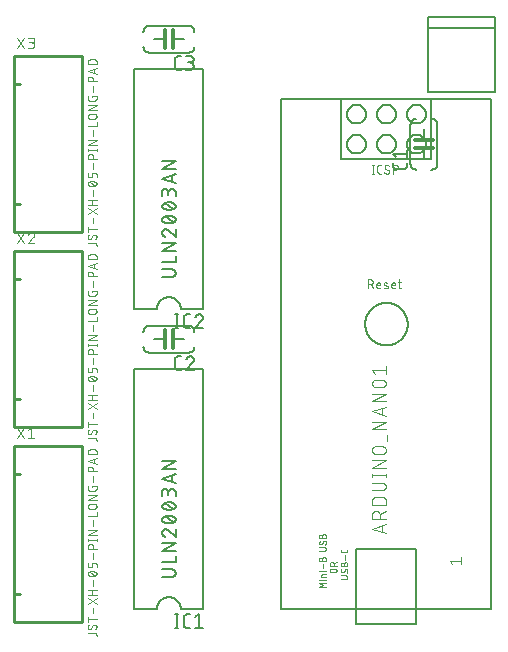
<source format=gbr>
G04 EAGLE Gerber RS-274X export*
G75*
%MOMM*%
%FSLAX34Y34*%
%LPD*%
%INSilkscreen Top*%
%IPPOS*%
%AMOC8*
5,1,8,0,0,1.08239X$1,22.5*%
G01*
%ADD10C,0.127000*%
%ADD11C,0.076200*%
%ADD12C,0.050800*%
%ADD13C,0.101600*%
%ADD14C,0.152400*%
%ADD15C,0.304800*%
%ADD16C,0.254000*%


D10*
X260350Y38100D02*
X260350Y469900D01*
X311150Y469900D01*
X387350Y469900D01*
X438150Y469900D01*
X438150Y38100D01*
X323850Y38100D01*
X260350Y38100D01*
X323850Y38100D02*
X323850Y25400D01*
X374650Y25400D01*
X374650Y88900D02*
X323850Y88900D01*
X323850Y38100D01*
X374650Y25400D02*
X374650Y88900D01*
X331289Y279400D02*
X331294Y279841D01*
X331311Y280281D01*
X331338Y280721D01*
X331375Y281160D01*
X331424Y281599D01*
X331483Y282035D01*
X331553Y282471D01*
X331634Y282904D01*
X331725Y283335D01*
X331827Y283764D01*
X331940Y284190D01*
X332062Y284614D01*
X332196Y285034D01*
X332339Y285451D01*
X332493Y285864D01*
X332656Y286273D01*
X332830Y286679D01*
X333013Y287079D01*
X333207Y287475D01*
X333410Y287867D01*
X333622Y288253D01*
X333844Y288634D01*
X334076Y289009D01*
X334316Y289379D01*
X334565Y289742D01*
X334824Y290099D01*
X335091Y290450D01*
X335366Y290794D01*
X335650Y291132D01*
X335942Y291462D01*
X336242Y291785D01*
X336550Y292100D01*
X336865Y292408D01*
X337188Y292708D01*
X337518Y293000D01*
X337856Y293284D01*
X338200Y293559D01*
X338551Y293826D01*
X338908Y294085D01*
X339271Y294334D01*
X339641Y294574D01*
X340016Y294806D01*
X340397Y295028D01*
X340783Y295240D01*
X341175Y295443D01*
X341571Y295637D01*
X341971Y295820D01*
X342377Y295994D01*
X342786Y296157D01*
X343199Y296311D01*
X343616Y296454D01*
X344036Y296588D01*
X344460Y296710D01*
X344886Y296823D01*
X345315Y296925D01*
X345746Y297016D01*
X346179Y297097D01*
X346615Y297167D01*
X347051Y297226D01*
X347490Y297275D01*
X347929Y297312D01*
X348369Y297339D01*
X348809Y297356D01*
X349250Y297361D01*
X349691Y297356D01*
X350131Y297339D01*
X350571Y297312D01*
X351010Y297275D01*
X351449Y297226D01*
X351885Y297167D01*
X352321Y297097D01*
X352754Y297016D01*
X353185Y296925D01*
X353614Y296823D01*
X354040Y296710D01*
X354464Y296588D01*
X354884Y296454D01*
X355301Y296311D01*
X355714Y296157D01*
X356123Y295994D01*
X356529Y295820D01*
X356929Y295637D01*
X357325Y295443D01*
X357717Y295240D01*
X358103Y295028D01*
X358484Y294806D01*
X358859Y294574D01*
X359229Y294334D01*
X359592Y294085D01*
X359949Y293826D01*
X360300Y293559D01*
X360644Y293284D01*
X360982Y293000D01*
X361312Y292708D01*
X361635Y292408D01*
X361950Y292100D01*
X362258Y291785D01*
X362558Y291462D01*
X362850Y291132D01*
X363134Y290794D01*
X363409Y290450D01*
X363676Y290099D01*
X363935Y289742D01*
X364184Y289379D01*
X364424Y289009D01*
X364656Y288634D01*
X364878Y288253D01*
X365090Y287867D01*
X365293Y287475D01*
X365487Y287079D01*
X365670Y286679D01*
X365844Y286273D01*
X366007Y285864D01*
X366161Y285451D01*
X366304Y285034D01*
X366438Y284614D01*
X366560Y284190D01*
X366673Y283764D01*
X366775Y283335D01*
X366866Y282904D01*
X366947Y282471D01*
X367017Y282035D01*
X367076Y281599D01*
X367125Y281160D01*
X367162Y280721D01*
X367189Y280281D01*
X367206Y279841D01*
X367211Y279400D01*
X367206Y278959D01*
X367189Y278519D01*
X367162Y278079D01*
X367125Y277640D01*
X367076Y277201D01*
X367017Y276765D01*
X366947Y276329D01*
X366866Y275896D01*
X366775Y275465D01*
X366673Y275036D01*
X366560Y274610D01*
X366438Y274186D01*
X366304Y273766D01*
X366161Y273349D01*
X366007Y272936D01*
X365844Y272527D01*
X365670Y272121D01*
X365487Y271721D01*
X365293Y271325D01*
X365090Y270933D01*
X364878Y270547D01*
X364656Y270166D01*
X364424Y269791D01*
X364184Y269421D01*
X363935Y269058D01*
X363676Y268701D01*
X363409Y268350D01*
X363134Y268006D01*
X362850Y267668D01*
X362558Y267338D01*
X362258Y267015D01*
X361950Y266700D01*
X361635Y266392D01*
X361312Y266092D01*
X360982Y265800D01*
X360644Y265516D01*
X360300Y265241D01*
X359949Y264974D01*
X359592Y264715D01*
X359229Y264466D01*
X358859Y264226D01*
X358484Y263994D01*
X358103Y263772D01*
X357717Y263560D01*
X357325Y263357D01*
X356929Y263163D01*
X356529Y262980D01*
X356123Y262806D01*
X355714Y262643D01*
X355301Y262489D01*
X354884Y262346D01*
X354464Y262212D01*
X354040Y262090D01*
X353614Y261977D01*
X353185Y261875D01*
X352754Y261784D01*
X352321Y261703D01*
X351885Y261633D01*
X351449Y261574D01*
X351010Y261525D01*
X350571Y261488D01*
X350131Y261461D01*
X349691Y261444D01*
X349250Y261439D01*
X348809Y261444D01*
X348369Y261461D01*
X347929Y261488D01*
X347490Y261525D01*
X347051Y261574D01*
X346615Y261633D01*
X346179Y261703D01*
X345746Y261784D01*
X345315Y261875D01*
X344886Y261977D01*
X344460Y262090D01*
X344036Y262212D01*
X343616Y262346D01*
X343199Y262489D01*
X342786Y262643D01*
X342377Y262806D01*
X341971Y262980D01*
X341571Y263163D01*
X341175Y263357D01*
X340783Y263560D01*
X340397Y263772D01*
X340016Y263994D01*
X339641Y264226D01*
X339271Y264466D01*
X338908Y264715D01*
X338551Y264974D01*
X338200Y265241D01*
X337856Y265516D01*
X337518Y265800D01*
X337188Y266092D01*
X336865Y266392D01*
X336550Y266700D01*
X336242Y267015D01*
X335942Y267338D01*
X335650Y267668D01*
X335366Y268006D01*
X335091Y268350D01*
X334824Y268701D01*
X334565Y269058D01*
X334316Y269421D01*
X334076Y269791D01*
X333844Y270166D01*
X333622Y270547D01*
X333410Y270933D01*
X333207Y271325D01*
X333013Y271721D01*
X332830Y272121D01*
X332656Y272527D01*
X332493Y272936D01*
X332339Y273349D01*
X332196Y273766D01*
X332062Y274186D01*
X331940Y274610D01*
X331827Y275036D01*
X331725Y275465D01*
X331634Y275896D01*
X331553Y276329D01*
X331483Y276765D01*
X331424Y277201D01*
X331375Y277640D01*
X331338Y278079D01*
X331311Y278519D01*
X331294Y278959D01*
X331289Y279400D01*
D11*
X333539Y309753D02*
X333539Y317119D01*
X335585Y317119D01*
X335674Y317117D01*
X335763Y317111D01*
X335852Y317101D01*
X335940Y317088D01*
X336028Y317071D01*
X336115Y317049D01*
X336200Y317024D01*
X336285Y316996D01*
X336368Y316963D01*
X336450Y316927D01*
X336530Y316888D01*
X336608Y316845D01*
X336684Y316799D01*
X336759Y316749D01*
X336831Y316696D01*
X336900Y316640D01*
X336967Y316581D01*
X337032Y316520D01*
X337093Y316455D01*
X337152Y316388D01*
X337208Y316319D01*
X337261Y316247D01*
X337311Y316172D01*
X337357Y316096D01*
X337400Y316018D01*
X337439Y315938D01*
X337475Y315856D01*
X337508Y315773D01*
X337536Y315688D01*
X337561Y315603D01*
X337583Y315516D01*
X337600Y315428D01*
X337613Y315340D01*
X337623Y315251D01*
X337629Y315162D01*
X337631Y315073D01*
X337629Y314984D01*
X337623Y314895D01*
X337613Y314806D01*
X337600Y314718D01*
X337583Y314630D01*
X337561Y314543D01*
X337536Y314458D01*
X337508Y314373D01*
X337475Y314290D01*
X337439Y314208D01*
X337400Y314128D01*
X337357Y314050D01*
X337311Y313974D01*
X337261Y313899D01*
X337208Y313827D01*
X337152Y313758D01*
X337093Y313691D01*
X337032Y313626D01*
X336967Y313565D01*
X336900Y313506D01*
X336831Y313450D01*
X336759Y313397D01*
X336684Y313347D01*
X336608Y313301D01*
X336530Y313258D01*
X336450Y313219D01*
X336368Y313183D01*
X336285Y313150D01*
X336200Y313122D01*
X336115Y313097D01*
X336028Y313075D01*
X335940Y313058D01*
X335852Y313045D01*
X335763Y313035D01*
X335674Y313029D01*
X335585Y313027D01*
X333539Y313027D01*
X335994Y313027D02*
X337631Y309753D01*
X341952Y309753D02*
X343998Y309753D01*
X341952Y309753D02*
X341883Y309755D01*
X341815Y309761D01*
X341746Y309770D01*
X341679Y309784D01*
X341612Y309801D01*
X341546Y309822D01*
X341482Y309846D01*
X341419Y309875D01*
X341358Y309906D01*
X341299Y309941D01*
X341241Y309979D01*
X341186Y310021D01*
X341134Y310065D01*
X341084Y310113D01*
X341036Y310163D01*
X340992Y310215D01*
X340950Y310270D01*
X340912Y310328D01*
X340877Y310387D01*
X340846Y310448D01*
X340817Y310511D01*
X340793Y310575D01*
X340772Y310641D01*
X340755Y310708D01*
X340741Y310775D01*
X340732Y310844D01*
X340726Y310912D01*
X340724Y310981D01*
X340725Y310981D02*
X340725Y313027D01*
X340724Y313027D02*
X340726Y313106D01*
X340732Y313185D01*
X340741Y313264D01*
X340754Y313342D01*
X340772Y313419D01*
X340792Y313495D01*
X340817Y313570D01*
X340845Y313644D01*
X340876Y313717D01*
X340912Y313788D01*
X340950Y313857D01*
X340992Y313924D01*
X341037Y313989D01*
X341085Y314052D01*
X341136Y314113D01*
X341190Y314170D01*
X341246Y314226D01*
X341305Y314278D01*
X341367Y314328D01*
X341431Y314374D01*
X341497Y314418D01*
X341565Y314458D01*
X341635Y314494D01*
X341707Y314528D01*
X341781Y314558D01*
X341855Y314584D01*
X341931Y314607D01*
X342008Y314625D01*
X342085Y314641D01*
X342164Y314652D01*
X342242Y314660D01*
X342321Y314664D01*
X342401Y314664D01*
X342480Y314660D01*
X342558Y314652D01*
X342637Y314641D01*
X342714Y314625D01*
X342791Y314607D01*
X342867Y314584D01*
X342941Y314558D01*
X343015Y314528D01*
X343087Y314494D01*
X343157Y314458D01*
X343225Y314418D01*
X343291Y314374D01*
X343355Y314328D01*
X343417Y314278D01*
X343476Y314226D01*
X343532Y314170D01*
X343586Y314113D01*
X343637Y314052D01*
X343685Y313989D01*
X343730Y313924D01*
X343772Y313857D01*
X343810Y313788D01*
X343846Y313717D01*
X343877Y313644D01*
X343905Y313570D01*
X343930Y313495D01*
X343950Y313419D01*
X343968Y313342D01*
X343981Y313264D01*
X343990Y313185D01*
X343996Y313106D01*
X343998Y313027D01*
X343998Y312208D01*
X340725Y312208D01*
X347678Y312618D02*
X349724Y311799D01*
X347678Y312618D02*
X347619Y312643D01*
X347562Y312672D01*
X347507Y312705D01*
X347454Y312741D01*
X347403Y312779D01*
X347355Y312821D01*
X347309Y312866D01*
X347266Y312913D01*
X347226Y312963D01*
X347189Y313015D01*
X347155Y313070D01*
X347124Y313126D01*
X347097Y313184D01*
X347074Y313244D01*
X347054Y313304D01*
X347038Y313366D01*
X347025Y313429D01*
X347017Y313493D01*
X347012Y313556D01*
X347011Y313620D01*
X347014Y313684D01*
X347021Y313748D01*
X347032Y313811D01*
X347046Y313873D01*
X347064Y313935D01*
X347086Y313995D01*
X347111Y314054D01*
X347140Y314111D01*
X347173Y314166D01*
X347208Y314219D01*
X347247Y314270D01*
X347289Y314319D01*
X347333Y314365D01*
X347381Y314408D01*
X347430Y314448D01*
X347483Y314485D01*
X347537Y314519D01*
X347593Y314550D01*
X347651Y314577D01*
X347710Y314601D01*
X347771Y314620D01*
X347833Y314637D01*
X347896Y314649D01*
X347959Y314658D01*
X348023Y314663D01*
X348087Y314664D01*
X348223Y314660D01*
X348358Y314652D01*
X348494Y314640D01*
X348628Y314624D01*
X348763Y314604D01*
X348896Y314581D01*
X349029Y314553D01*
X349161Y314522D01*
X349292Y314487D01*
X349422Y314448D01*
X349551Y314405D01*
X349678Y314358D01*
X349804Y314308D01*
X349929Y314254D01*
X349724Y311799D02*
X349783Y311774D01*
X349840Y311745D01*
X349895Y311712D01*
X349948Y311676D01*
X349999Y311638D01*
X350047Y311596D01*
X350093Y311551D01*
X350136Y311504D01*
X350176Y311454D01*
X350213Y311402D01*
X350247Y311347D01*
X350278Y311291D01*
X350305Y311233D01*
X350328Y311173D01*
X350348Y311113D01*
X350364Y311051D01*
X350377Y310988D01*
X350385Y310924D01*
X350390Y310861D01*
X350391Y310797D01*
X350388Y310733D01*
X350381Y310669D01*
X350370Y310606D01*
X350356Y310544D01*
X350338Y310482D01*
X350316Y310422D01*
X350291Y310363D01*
X350262Y310306D01*
X350229Y310251D01*
X350194Y310198D01*
X350155Y310147D01*
X350113Y310098D01*
X350069Y310052D01*
X350021Y310009D01*
X349972Y309969D01*
X349919Y309932D01*
X349865Y309898D01*
X349809Y309867D01*
X349751Y309840D01*
X349692Y309816D01*
X349631Y309797D01*
X349569Y309780D01*
X349506Y309768D01*
X349443Y309759D01*
X349379Y309754D01*
X349315Y309753D01*
X349151Y309757D01*
X348987Y309765D01*
X348823Y309777D01*
X348660Y309793D01*
X348497Y309813D01*
X348334Y309836D01*
X348173Y309864D01*
X348011Y309895D01*
X347851Y309930D01*
X347692Y309969D01*
X347533Y310012D01*
X347376Y310058D01*
X347219Y310108D01*
X347064Y310162D01*
X354632Y309753D02*
X356678Y309753D01*
X354632Y309753D02*
X354563Y309755D01*
X354495Y309761D01*
X354426Y309770D01*
X354359Y309784D01*
X354292Y309801D01*
X354226Y309822D01*
X354162Y309846D01*
X354099Y309875D01*
X354038Y309906D01*
X353979Y309941D01*
X353921Y309979D01*
X353866Y310021D01*
X353814Y310065D01*
X353764Y310113D01*
X353716Y310163D01*
X353672Y310215D01*
X353630Y310270D01*
X353592Y310328D01*
X353557Y310387D01*
X353526Y310448D01*
X353497Y310511D01*
X353473Y310575D01*
X353452Y310641D01*
X353435Y310708D01*
X353421Y310775D01*
X353412Y310844D01*
X353406Y310912D01*
X353404Y310981D01*
X353404Y313027D01*
X353406Y313106D01*
X353412Y313185D01*
X353421Y313264D01*
X353434Y313342D01*
X353452Y313419D01*
X353472Y313495D01*
X353497Y313570D01*
X353525Y313644D01*
X353556Y313717D01*
X353592Y313788D01*
X353630Y313857D01*
X353672Y313924D01*
X353717Y313989D01*
X353765Y314052D01*
X353816Y314113D01*
X353870Y314170D01*
X353926Y314226D01*
X353985Y314278D01*
X354047Y314328D01*
X354111Y314374D01*
X354177Y314418D01*
X354245Y314458D01*
X354315Y314494D01*
X354387Y314528D01*
X354461Y314558D01*
X354535Y314584D01*
X354611Y314607D01*
X354688Y314625D01*
X354765Y314641D01*
X354844Y314652D01*
X354922Y314660D01*
X355001Y314664D01*
X355081Y314664D01*
X355160Y314660D01*
X355238Y314652D01*
X355317Y314641D01*
X355394Y314625D01*
X355471Y314607D01*
X355547Y314584D01*
X355621Y314558D01*
X355695Y314528D01*
X355767Y314494D01*
X355837Y314458D01*
X355905Y314418D01*
X355971Y314374D01*
X356035Y314328D01*
X356097Y314278D01*
X356156Y314226D01*
X356212Y314170D01*
X356266Y314113D01*
X356317Y314052D01*
X356365Y313989D01*
X356410Y313924D01*
X356452Y313857D01*
X356490Y313788D01*
X356526Y313717D01*
X356557Y313644D01*
X356585Y313570D01*
X356610Y313495D01*
X356630Y313419D01*
X356648Y313342D01*
X356661Y313264D01*
X356670Y313185D01*
X356676Y313106D01*
X356678Y313027D01*
X356678Y312208D01*
X353404Y312208D01*
X359114Y314664D02*
X361569Y314664D01*
X359932Y317119D02*
X359932Y310981D01*
X359934Y310912D01*
X359940Y310844D01*
X359949Y310775D01*
X359963Y310708D01*
X359980Y310641D01*
X360001Y310575D01*
X360025Y310511D01*
X360054Y310448D01*
X360085Y310387D01*
X360120Y310328D01*
X360158Y310270D01*
X360200Y310215D01*
X360244Y310163D01*
X360292Y310113D01*
X360342Y310065D01*
X360394Y310021D01*
X360449Y309979D01*
X360507Y309941D01*
X360566Y309906D01*
X360627Y309875D01*
X360690Y309846D01*
X360754Y309822D01*
X360820Y309801D01*
X360887Y309784D01*
X360954Y309770D01*
X361023Y309761D01*
X361091Y309755D01*
X361160Y309753D01*
X361569Y309753D01*
X402971Y79192D02*
X405059Y76581D01*
X402971Y79192D02*
X412369Y79192D01*
X412369Y81802D02*
X412369Y76581D01*
D12*
X297942Y56518D02*
X292354Y56518D01*
X295458Y58380D01*
X292354Y60243D01*
X297942Y60243D01*
X297942Y62769D02*
X294217Y62769D01*
X292664Y62614D02*
X292354Y62614D01*
X292354Y62925D01*
X292664Y62925D01*
X292664Y62614D01*
X294217Y65185D02*
X297942Y65185D01*
X294217Y65185D02*
X294217Y66737D01*
X294219Y66795D01*
X294224Y66854D01*
X294233Y66911D01*
X294246Y66969D01*
X294263Y67025D01*
X294282Y67080D01*
X294306Y67133D01*
X294332Y67186D01*
X294362Y67236D01*
X294395Y67284D01*
X294431Y67330D01*
X294469Y67374D01*
X294511Y67416D01*
X294555Y67454D01*
X294601Y67490D01*
X294649Y67523D01*
X294699Y67553D01*
X294752Y67579D01*
X294805Y67603D01*
X294860Y67622D01*
X294916Y67639D01*
X294974Y67652D01*
X295031Y67661D01*
X295090Y67666D01*
X295148Y67668D01*
X295148Y67669D02*
X297942Y67669D01*
X297942Y70085D02*
X294217Y70085D01*
X292664Y69929D02*
X292354Y69929D01*
X292354Y70240D01*
X292664Y70240D01*
X292664Y69929D01*
X295769Y72428D02*
X295769Y76153D01*
X294838Y78856D02*
X294838Y80409D01*
X294840Y80486D01*
X294846Y80564D01*
X294855Y80640D01*
X294869Y80717D01*
X294886Y80792D01*
X294907Y80866D01*
X294932Y80940D01*
X294960Y81012D01*
X294992Y81082D01*
X295027Y81151D01*
X295066Y81218D01*
X295108Y81283D01*
X295153Y81346D01*
X295201Y81407D01*
X295252Y81465D01*
X295306Y81520D01*
X295363Y81573D01*
X295422Y81622D01*
X295484Y81669D01*
X295548Y81713D01*
X295614Y81753D01*
X295682Y81790D01*
X295752Y81824D01*
X295823Y81854D01*
X295896Y81880D01*
X295970Y81903D01*
X296045Y81922D01*
X296120Y81937D01*
X296197Y81949D01*
X296274Y81957D01*
X296351Y81961D01*
X296429Y81961D01*
X296506Y81957D01*
X296583Y81949D01*
X296660Y81937D01*
X296735Y81922D01*
X296810Y81903D01*
X296884Y81880D01*
X296957Y81854D01*
X297028Y81824D01*
X297098Y81790D01*
X297166Y81753D01*
X297232Y81713D01*
X297296Y81669D01*
X297358Y81622D01*
X297417Y81573D01*
X297474Y81520D01*
X297528Y81465D01*
X297579Y81407D01*
X297627Y81346D01*
X297672Y81283D01*
X297714Y81218D01*
X297753Y81151D01*
X297788Y81082D01*
X297820Y81012D01*
X297848Y80940D01*
X297873Y80866D01*
X297894Y80792D01*
X297911Y80717D01*
X297925Y80640D01*
X297934Y80564D01*
X297940Y80486D01*
X297942Y80409D01*
X297942Y78856D01*
X292354Y78856D01*
X292354Y80409D01*
X292356Y80479D01*
X292362Y80548D01*
X292372Y80617D01*
X292385Y80685D01*
X292403Y80753D01*
X292424Y80819D01*
X292449Y80884D01*
X292477Y80948D01*
X292509Y81010D01*
X292544Y81070D01*
X292583Y81128D01*
X292625Y81183D01*
X292670Y81237D01*
X292718Y81287D01*
X292768Y81335D01*
X292822Y81380D01*
X292877Y81422D01*
X292935Y81461D01*
X292995Y81496D01*
X293057Y81528D01*
X293121Y81556D01*
X293186Y81581D01*
X293252Y81602D01*
X293320Y81620D01*
X293388Y81633D01*
X293457Y81643D01*
X293526Y81649D01*
X293596Y81651D01*
X293666Y81649D01*
X293735Y81643D01*
X293804Y81633D01*
X293872Y81620D01*
X293940Y81602D01*
X294006Y81581D01*
X294071Y81556D01*
X294135Y81528D01*
X294197Y81496D01*
X294257Y81461D01*
X294315Y81422D01*
X294370Y81380D01*
X294424Y81335D01*
X294474Y81287D01*
X294522Y81237D01*
X294567Y81183D01*
X294609Y81128D01*
X294648Y81070D01*
X294683Y81010D01*
X294715Y80948D01*
X294743Y80884D01*
X294768Y80819D01*
X294789Y80753D01*
X294807Y80685D01*
X294820Y80617D01*
X294830Y80548D01*
X294836Y80479D01*
X294838Y80409D01*
X296390Y87186D02*
X292354Y87186D01*
X296390Y87186D02*
X296467Y87188D01*
X296545Y87194D01*
X296621Y87203D01*
X296698Y87217D01*
X296773Y87234D01*
X296847Y87255D01*
X296921Y87280D01*
X296993Y87308D01*
X297063Y87340D01*
X297132Y87375D01*
X297199Y87414D01*
X297264Y87456D01*
X297327Y87501D01*
X297388Y87549D01*
X297446Y87600D01*
X297501Y87654D01*
X297554Y87711D01*
X297603Y87770D01*
X297650Y87832D01*
X297694Y87896D01*
X297734Y87962D01*
X297771Y88030D01*
X297805Y88100D01*
X297835Y88171D01*
X297861Y88244D01*
X297884Y88318D01*
X297903Y88393D01*
X297918Y88468D01*
X297930Y88545D01*
X297938Y88622D01*
X297942Y88699D01*
X297942Y88777D01*
X297938Y88854D01*
X297930Y88931D01*
X297918Y89008D01*
X297903Y89083D01*
X297884Y89158D01*
X297861Y89232D01*
X297835Y89305D01*
X297805Y89376D01*
X297771Y89446D01*
X297734Y89514D01*
X297694Y89580D01*
X297650Y89644D01*
X297603Y89706D01*
X297554Y89765D01*
X297501Y89822D01*
X297446Y89876D01*
X297388Y89927D01*
X297327Y89975D01*
X297264Y90020D01*
X297199Y90062D01*
X297132Y90101D01*
X297063Y90136D01*
X296993Y90168D01*
X296921Y90196D01*
X296847Y90221D01*
X296773Y90242D01*
X296698Y90259D01*
X296621Y90273D01*
X296545Y90282D01*
X296467Y90288D01*
X296390Y90290D01*
X292354Y90290D01*
X296700Y95777D02*
X296770Y95775D01*
X296839Y95769D01*
X296908Y95759D01*
X296976Y95746D01*
X297044Y95728D01*
X297110Y95707D01*
X297175Y95682D01*
X297239Y95654D01*
X297301Y95622D01*
X297361Y95587D01*
X297419Y95548D01*
X297474Y95506D01*
X297528Y95461D01*
X297578Y95413D01*
X297626Y95363D01*
X297671Y95309D01*
X297713Y95254D01*
X297752Y95196D01*
X297787Y95136D01*
X297819Y95074D01*
X297847Y95010D01*
X297872Y94945D01*
X297893Y94879D01*
X297911Y94811D01*
X297924Y94743D01*
X297934Y94674D01*
X297940Y94605D01*
X297942Y94535D01*
X297940Y94436D01*
X297935Y94338D01*
X297925Y94240D01*
X297912Y94142D01*
X297896Y94045D01*
X297876Y93948D01*
X297852Y93853D01*
X297824Y93758D01*
X297793Y93664D01*
X297759Y93572D01*
X297721Y93481D01*
X297680Y93391D01*
X297635Y93303D01*
X297587Y93217D01*
X297536Y93133D01*
X297482Y93051D01*
X297424Y92970D01*
X297364Y92892D01*
X297301Y92817D01*
X297235Y92743D01*
X297166Y92673D01*
X293596Y92827D02*
X293526Y92829D01*
X293457Y92835D01*
X293388Y92845D01*
X293320Y92858D01*
X293252Y92876D01*
X293186Y92897D01*
X293121Y92922D01*
X293057Y92950D01*
X292995Y92982D01*
X292935Y93017D01*
X292877Y93056D01*
X292822Y93098D01*
X292768Y93143D01*
X292718Y93191D01*
X292670Y93241D01*
X292625Y93295D01*
X292583Y93350D01*
X292544Y93408D01*
X292509Y93468D01*
X292477Y93530D01*
X292449Y93594D01*
X292424Y93659D01*
X292403Y93725D01*
X292385Y93793D01*
X292372Y93861D01*
X292362Y93930D01*
X292356Y93999D01*
X292354Y94069D01*
X292356Y94163D01*
X292362Y94256D01*
X292371Y94349D01*
X292384Y94442D01*
X292401Y94534D01*
X292421Y94625D01*
X292446Y94716D01*
X292473Y94805D01*
X292505Y94893D01*
X292540Y94980D01*
X292578Y95066D01*
X292620Y95149D01*
X292665Y95232D01*
X292713Y95312D01*
X292765Y95390D01*
X292820Y95466D01*
X294682Y93449D02*
X294646Y93390D01*
X294606Y93334D01*
X294563Y93280D01*
X294518Y93228D01*
X294469Y93179D01*
X294418Y93133D01*
X294365Y93090D01*
X294309Y93049D01*
X294251Y93012D01*
X294191Y92977D01*
X294130Y92947D01*
X294067Y92919D01*
X294002Y92895D01*
X293936Y92875D01*
X293869Y92858D01*
X293802Y92845D01*
X293734Y92836D01*
X293665Y92830D01*
X293596Y92828D01*
X295614Y95155D02*
X295650Y95214D01*
X295690Y95270D01*
X295733Y95324D01*
X295778Y95376D01*
X295827Y95425D01*
X295878Y95471D01*
X295931Y95514D01*
X295987Y95555D01*
X296045Y95592D01*
X296105Y95627D01*
X296166Y95657D01*
X296229Y95685D01*
X296294Y95709D01*
X296360Y95729D01*
X296427Y95746D01*
X296494Y95759D01*
X296562Y95768D01*
X296631Y95774D01*
X296700Y95776D01*
X295614Y95156D02*
X294682Y93448D01*
X294838Y98242D02*
X294838Y99794D01*
X294840Y99871D01*
X294846Y99949D01*
X294855Y100025D01*
X294869Y100102D01*
X294886Y100177D01*
X294907Y100251D01*
X294932Y100325D01*
X294960Y100397D01*
X294992Y100467D01*
X295027Y100536D01*
X295066Y100603D01*
X295108Y100668D01*
X295153Y100731D01*
X295201Y100792D01*
X295252Y100850D01*
X295306Y100905D01*
X295363Y100958D01*
X295422Y101007D01*
X295484Y101054D01*
X295548Y101098D01*
X295614Y101138D01*
X295682Y101175D01*
X295752Y101209D01*
X295823Y101239D01*
X295896Y101265D01*
X295970Y101288D01*
X296045Y101307D01*
X296120Y101322D01*
X296197Y101334D01*
X296274Y101342D01*
X296351Y101346D01*
X296429Y101346D01*
X296506Y101342D01*
X296583Y101334D01*
X296660Y101322D01*
X296735Y101307D01*
X296810Y101288D01*
X296884Y101265D01*
X296957Y101239D01*
X297028Y101209D01*
X297098Y101175D01*
X297166Y101138D01*
X297232Y101098D01*
X297296Y101054D01*
X297358Y101007D01*
X297417Y100958D01*
X297474Y100905D01*
X297528Y100850D01*
X297579Y100792D01*
X297627Y100731D01*
X297672Y100668D01*
X297714Y100603D01*
X297753Y100536D01*
X297788Y100467D01*
X297820Y100397D01*
X297848Y100325D01*
X297873Y100251D01*
X297894Y100177D01*
X297911Y100102D01*
X297925Y100025D01*
X297934Y99949D01*
X297940Y99871D01*
X297942Y99794D01*
X297942Y98242D01*
X292354Y98242D01*
X292354Y99794D01*
X292356Y99864D01*
X292362Y99933D01*
X292372Y100002D01*
X292385Y100070D01*
X292403Y100138D01*
X292424Y100204D01*
X292449Y100269D01*
X292477Y100333D01*
X292509Y100395D01*
X292544Y100455D01*
X292583Y100513D01*
X292625Y100568D01*
X292670Y100622D01*
X292718Y100672D01*
X292768Y100720D01*
X292822Y100765D01*
X292877Y100807D01*
X292935Y100846D01*
X292995Y100881D01*
X293057Y100913D01*
X293121Y100941D01*
X293186Y100966D01*
X293252Y100987D01*
X293320Y101005D01*
X293388Y101018D01*
X293457Y101028D01*
X293526Y101034D01*
X293596Y101036D01*
X293666Y101034D01*
X293735Y101028D01*
X293804Y101018D01*
X293872Y101005D01*
X293940Y100987D01*
X294006Y100966D01*
X294071Y100941D01*
X294135Y100913D01*
X294197Y100881D01*
X294257Y100846D01*
X294315Y100807D01*
X294370Y100765D01*
X294424Y100720D01*
X294474Y100672D01*
X294522Y100622D01*
X294567Y100568D01*
X294609Y100513D01*
X294648Y100455D01*
X294683Y100395D01*
X294715Y100333D01*
X294743Y100269D01*
X294768Y100204D01*
X294789Y100138D01*
X294807Y100070D01*
X294820Y100002D01*
X294830Y99933D01*
X294836Y99864D01*
X294838Y99794D01*
X303050Y69192D02*
X305534Y69192D01*
X303050Y69192D02*
X302973Y69194D01*
X302895Y69200D01*
X302819Y69209D01*
X302742Y69223D01*
X302667Y69240D01*
X302593Y69261D01*
X302519Y69286D01*
X302447Y69314D01*
X302377Y69346D01*
X302308Y69381D01*
X302241Y69420D01*
X302176Y69462D01*
X302113Y69507D01*
X302052Y69555D01*
X301994Y69606D01*
X301939Y69660D01*
X301886Y69717D01*
X301837Y69776D01*
X301790Y69838D01*
X301746Y69902D01*
X301706Y69968D01*
X301669Y70036D01*
X301635Y70106D01*
X301605Y70177D01*
X301579Y70250D01*
X301556Y70324D01*
X301537Y70399D01*
X301522Y70474D01*
X301510Y70551D01*
X301502Y70628D01*
X301498Y70705D01*
X301498Y70783D01*
X301502Y70860D01*
X301510Y70937D01*
X301522Y71014D01*
X301537Y71089D01*
X301556Y71164D01*
X301579Y71238D01*
X301605Y71311D01*
X301635Y71382D01*
X301669Y71452D01*
X301706Y71520D01*
X301746Y71586D01*
X301790Y71650D01*
X301837Y71712D01*
X301886Y71771D01*
X301939Y71828D01*
X301994Y71882D01*
X302052Y71933D01*
X302113Y71981D01*
X302176Y72026D01*
X302241Y72068D01*
X302308Y72107D01*
X302377Y72142D01*
X302447Y72174D01*
X302519Y72202D01*
X302593Y72227D01*
X302667Y72248D01*
X302742Y72265D01*
X302819Y72279D01*
X302895Y72288D01*
X302973Y72294D01*
X303050Y72296D01*
X305534Y72296D01*
X305611Y72294D01*
X305689Y72288D01*
X305765Y72279D01*
X305842Y72265D01*
X305917Y72248D01*
X305991Y72227D01*
X306065Y72202D01*
X306137Y72174D01*
X306207Y72142D01*
X306276Y72107D01*
X306343Y72068D01*
X306408Y72026D01*
X306471Y71981D01*
X306532Y71933D01*
X306590Y71882D01*
X306645Y71828D01*
X306698Y71771D01*
X306747Y71712D01*
X306794Y71650D01*
X306838Y71586D01*
X306878Y71520D01*
X306915Y71452D01*
X306949Y71382D01*
X306979Y71311D01*
X307005Y71238D01*
X307028Y71164D01*
X307047Y71089D01*
X307062Y71014D01*
X307074Y70937D01*
X307082Y70860D01*
X307086Y70783D01*
X307086Y70705D01*
X307082Y70628D01*
X307074Y70551D01*
X307062Y70474D01*
X307047Y70399D01*
X307028Y70324D01*
X307005Y70250D01*
X306979Y70177D01*
X306949Y70106D01*
X306915Y70036D01*
X306878Y69968D01*
X306838Y69902D01*
X306794Y69838D01*
X306747Y69776D01*
X306698Y69717D01*
X306645Y69660D01*
X306590Y69606D01*
X306532Y69555D01*
X306471Y69507D01*
X306408Y69462D01*
X306343Y69420D01*
X306276Y69381D01*
X306207Y69346D01*
X306137Y69314D01*
X306065Y69286D01*
X305991Y69261D01*
X305917Y69240D01*
X305842Y69223D01*
X305765Y69209D01*
X305689Y69200D01*
X305611Y69194D01*
X305534Y69192D01*
X307086Y74897D02*
X301498Y74897D01*
X301498Y76449D01*
X301500Y76526D01*
X301506Y76604D01*
X301515Y76680D01*
X301529Y76757D01*
X301546Y76832D01*
X301567Y76906D01*
X301592Y76980D01*
X301620Y77052D01*
X301652Y77122D01*
X301687Y77191D01*
X301726Y77258D01*
X301768Y77323D01*
X301813Y77386D01*
X301861Y77447D01*
X301912Y77505D01*
X301966Y77560D01*
X302023Y77613D01*
X302082Y77662D01*
X302144Y77709D01*
X302208Y77753D01*
X302274Y77793D01*
X302342Y77830D01*
X302412Y77864D01*
X302483Y77894D01*
X302556Y77920D01*
X302630Y77943D01*
X302705Y77962D01*
X302780Y77977D01*
X302857Y77989D01*
X302934Y77997D01*
X303011Y78001D01*
X303089Y78001D01*
X303166Y77997D01*
X303243Y77989D01*
X303320Y77977D01*
X303395Y77962D01*
X303470Y77943D01*
X303544Y77920D01*
X303617Y77894D01*
X303688Y77864D01*
X303758Y77830D01*
X303826Y77793D01*
X303892Y77753D01*
X303956Y77709D01*
X304018Y77662D01*
X304077Y77613D01*
X304134Y77560D01*
X304188Y77505D01*
X304239Y77447D01*
X304287Y77386D01*
X304332Y77323D01*
X304374Y77258D01*
X304413Y77191D01*
X304448Y77122D01*
X304480Y77052D01*
X304508Y76980D01*
X304533Y76906D01*
X304554Y76832D01*
X304571Y76757D01*
X304585Y76680D01*
X304594Y76604D01*
X304600Y76526D01*
X304602Y76449D01*
X304602Y74897D01*
X304602Y76760D02*
X307086Y78001D01*
X310642Y63522D02*
X314678Y63522D01*
X314678Y63523D02*
X314755Y63525D01*
X314833Y63531D01*
X314909Y63540D01*
X314986Y63554D01*
X315061Y63571D01*
X315135Y63592D01*
X315209Y63617D01*
X315281Y63645D01*
X315351Y63677D01*
X315420Y63712D01*
X315487Y63751D01*
X315552Y63793D01*
X315615Y63838D01*
X315676Y63886D01*
X315734Y63937D01*
X315789Y63991D01*
X315842Y64048D01*
X315891Y64107D01*
X315938Y64169D01*
X315982Y64233D01*
X316022Y64299D01*
X316059Y64367D01*
X316093Y64437D01*
X316123Y64508D01*
X316149Y64581D01*
X316172Y64655D01*
X316191Y64730D01*
X316206Y64805D01*
X316218Y64882D01*
X316226Y64959D01*
X316230Y65036D01*
X316230Y65114D01*
X316226Y65191D01*
X316218Y65268D01*
X316206Y65345D01*
X316191Y65420D01*
X316172Y65495D01*
X316149Y65569D01*
X316123Y65642D01*
X316093Y65713D01*
X316059Y65783D01*
X316022Y65851D01*
X315982Y65917D01*
X315938Y65981D01*
X315891Y66043D01*
X315842Y66102D01*
X315789Y66159D01*
X315734Y66213D01*
X315676Y66264D01*
X315615Y66312D01*
X315552Y66357D01*
X315487Y66399D01*
X315420Y66438D01*
X315351Y66473D01*
X315281Y66505D01*
X315209Y66533D01*
X315135Y66558D01*
X315061Y66579D01*
X314986Y66596D01*
X314909Y66610D01*
X314833Y66619D01*
X314755Y66625D01*
X314678Y66627D01*
X310642Y66627D01*
X314988Y72113D02*
X315058Y72111D01*
X315127Y72105D01*
X315196Y72095D01*
X315264Y72082D01*
X315332Y72064D01*
X315398Y72043D01*
X315463Y72018D01*
X315527Y71990D01*
X315589Y71958D01*
X315649Y71923D01*
X315707Y71884D01*
X315762Y71842D01*
X315816Y71797D01*
X315866Y71749D01*
X315914Y71699D01*
X315959Y71645D01*
X316001Y71590D01*
X316040Y71532D01*
X316075Y71472D01*
X316107Y71410D01*
X316135Y71346D01*
X316160Y71281D01*
X316181Y71215D01*
X316199Y71147D01*
X316212Y71079D01*
X316222Y71010D01*
X316228Y70941D01*
X316230Y70871D01*
X316228Y70772D01*
X316223Y70674D01*
X316213Y70576D01*
X316200Y70478D01*
X316184Y70381D01*
X316164Y70284D01*
X316140Y70189D01*
X316112Y70094D01*
X316081Y70000D01*
X316047Y69908D01*
X316009Y69817D01*
X315968Y69727D01*
X315923Y69639D01*
X315875Y69553D01*
X315824Y69469D01*
X315770Y69387D01*
X315712Y69306D01*
X315652Y69228D01*
X315589Y69153D01*
X315523Y69079D01*
X315454Y69009D01*
X311884Y69164D02*
X311814Y69166D01*
X311745Y69172D01*
X311676Y69182D01*
X311608Y69195D01*
X311540Y69213D01*
X311474Y69234D01*
X311409Y69259D01*
X311345Y69287D01*
X311283Y69319D01*
X311223Y69354D01*
X311165Y69393D01*
X311110Y69435D01*
X311056Y69480D01*
X311006Y69528D01*
X310958Y69578D01*
X310913Y69632D01*
X310871Y69687D01*
X310832Y69745D01*
X310797Y69805D01*
X310765Y69867D01*
X310737Y69931D01*
X310712Y69996D01*
X310691Y70062D01*
X310673Y70130D01*
X310660Y70198D01*
X310650Y70267D01*
X310644Y70336D01*
X310642Y70406D01*
X310644Y70500D01*
X310650Y70593D01*
X310659Y70686D01*
X310672Y70779D01*
X310689Y70871D01*
X310709Y70962D01*
X310734Y71053D01*
X310761Y71142D01*
X310793Y71230D01*
X310828Y71317D01*
X310866Y71403D01*
X310908Y71486D01*
X310953Y71569D01*
X311001Y71649D01*
X311053Y71727D01*
X311108Y71803D01*
X312970Y69785D02*
X312934Y69726D01*
X312894Y69670D01*
X312851Y69616D01*
X312806Y69564D01*
X312757Y69515D01*
X312706Y69469D01*
X312653Y69426D01*
X312597Y69385D01*
X312539Y69348D01*
X312479Y69313D01*
X312418Y69283D01*
X312355Y69255D01*
X312290Y69231D01*
X312224Y69211D01*
X312157Y69194D01*
X312090Y69181D01*
X312022Y69172D01*
X311953Y69166D01*
X311884Y69164D01*
X313902Y71492D02*
X313938Y71551D01*
X313978Y71607D01*
X314021Y71661D01*
X314066Y71713D01*
X314115Y71762D01*
X314166Y71808D01*
X314219Y71851D01*
X314275Y71892D01*
X314333Y71929D01*
X314393Y71964D01*
X314454Y71994D01*
X314517Y72022D01*
X314582Y72046D01*
X314648Y72066D01*
X314715Y72083D01*
X314782Y72096D01*
X314850Y72105D01*
X314919Y72111D01*
X314988Y72113D01*
X313902Y71492D02*
X312970Y69785D01*
X313126Y74578D02*
X313126Y76130D01*
X313128Y76207D01*
X313134Y76285D01*
X313143Y76361D01*
X313157Y76438D01*
X313174Y76513D01*
X313195Y76587D01*
X313220Y76661D01*
X313248Y76733D01*
X313280Y76803D01*
X313315Y76872D01*
X313354Y76939D01*
X313396Y77004D01*
X313441Y77067D01*
X313489Y77128D01*
X313540Y77186D01*
X313594Y77241D01*
X313651Y77294D01*
X313710Y77343D01*
X313772Y77390D01*
X313836Y77434D01*
X313902Y77474D01*
X313970Y77511D01*
X314040Y77545D01*
X314111Y77575D01*
X314184Y77601D01*
X314258Y77624D01*
X314333Y77643D01*
X314408Y77658D01*
X314485Y77670D01*
X314562Y77678D01*
X314639Y77682D01*
X314717Y77682D01*
X314794Y77678D01*
X314871Y77670D01*
X314948Y77658D01*
X315023Y77643D01*
X315098Y77624D01*
X315172Y77601D01*
X315245Y77575D01*
X315316Y77545D01*
X315386Y77511D01*
X315454Y77474D01*
X315520Y77434D01*
X315584Y77390D01*
X315646Y77343D01*
X315705Y77294D01*
X315762Y77241D01*
X315816Y77186D01*
X315867Y77128D01*
X315915Y77067D01*
X315960Y77004D01*
X316002Y76939D01*
X316041Y76872D01*
X316076Y76803D01*
X316108Y76733D01*
X316136Y76661D01*
X316161Y76587D01*
X316182Y76513D01*
X316199Y76438D01*
X316213Y76361D01*
X316222Y76285D01*
X316228Y76207D01*
X316230Y76130D01*
X316230Y74578D01*
X310642Y74578D01*
X310642Y76130D01*
X310644Y76200D01*
X310650Y76269D01*
X310660Y76338D01*
X310673Y76406D01*
X310691Y76474D01*
X310712Y76540D01*
X310737Y76605D01*
X310765Y76669D01*
X310797Y76731D01*
X310832Y76791D01*
X310871Y76849D01*
X310913Y76904D01*
X310958Y76958D01*
X311006Y77008D01*
X311056Y77056D01*
X311110Y77101D01*
X311165Y77143D01*
X311223Y77182D01*
X311283Y77217D01*
X311345Y77249D01*
X311409Y77277D01*
X311474Y77302D01*
X311540Y77323D01*
X311608Y77341D01*
X311676Y77354D01*
X311745Y77364D01*
X311814Y77370D01*
X311884Y77372D01*
X311954Y77370D01*
X312023Y77364D01*
X312092Y77354D01*
X312160Y77341D01*
X312228Y77323D01*
X312294Y77302D01*
X312359Y77277D01*
X312423Y77249D01*
X312485Y77217D01*
X312545Y77182D01*
X312603Y77143D01*
X312658Y77101D01*
X312712Y77056D01*
X312762Y77008D01*
X312810Y76958D01*
X312855Y76904D01*
X312897Y76849D01*
X312936Y76791D01*
X312971Y76731D01*
X313003Y76669D01*
X313031Y76605D01*
X313056Y76540D01*
X313077Y76474D01*
X313095Y76406D01*
X313108Y76338D01*
X313118Y76269D01*
X313124Y76200D01*
X313126Y76130D01*
X314057Y79854D02*
X314057Y83579D01*
X316230Y87242D02*
X316230Y88484D01*
X316230Y87242D02*
X316228Y87172D01*
X316222Y87103D01*
X316212Y87034D01*
X316199Y86966D01*
X316181Y86898D01*
X316160Y86832D01*
X316135Y86767D01*
X316107Y86703D01*
X316075Y86641D01*
X316040Y86581D01*
X316001Y86523D01*
X315959Y86468D01*
X315914Y86414D01*
X315866Y86364D01*
X315816Y86316D01*
X315762Y86271D01*
X315707Y86229D01*
X315649Y86190D01*
X315589Y86155D01*
X315527Y86123D01*
X315463Y86095D01*
X315398Y86070D01*
X315332Y86049D01*
X315264Y86031D01*
X315196Y86018D01*
X315127Y86008D01*
X315058Y86002D01*
X314988Y86000D01*
X311884Y86000D01*
X311814Y86002D01*
X311745Y86008D01*
X311676Y86018D01*
X311608Y86031D01*
X311540Y86049D01*
X311474Y86070D01*
X311409Y86095D01*
X311345Y86123D01*
X311283Y86155D01*
X311223Y86190D01*
X311165Y86229D01*
X311110Y86271D01*
X311056Y86316D01*
X311006Y86364D01*
X310958Y86414D01*
X310913Y86468D01*
X310871Y86523D01*
X310832Y86581D01*
X310797Y86641D01*
X310765Y86703D01*
X310737Y86767D01*
X310712Y86832D01*
X310691Y86898D01*
X310673Y86966D01*
X310660Y87034D01*
X310650Y87103D01*
X310644Y87172D01*
X310642Y87242D01*
X310642Y88484D01*
D10*
X311150Y419100D02*
X311150Y469900D01*
X311150Y419100D02*
X387350Y419100D01*
X387350Y469900D01*
X366650Y457200D02*
X366652Y457396D01*
X366660Y457593D01*
X366672Y457789D01*
X366689Y457984D01*
X366710Y458179D01*
X366737Y458374D01*
X366768Y458568D01*
X366804Y458761D01*
X366844Y458953D01*
X366890Y459144D01*
X366940Y459334D01*
X366994Y459522D01*
X367054Y459709D01*
X367118Y459895D01*
X367186Y460079D01*
X367259Y460261D01*
X367336Y460442D01*
X367418Y460620D01*
X367504Y460797D01*
X367595Y460971D01*
X367689Y461143D01*
X367788Y461313D01*
X367891Y461480D01*
X367998Y461645D01*
X368109Y461806D01*
X368224Y461966D01*
X368343Y462122D01*
X368466Y462275D01*
X368592Y462425D01*
X368722Y462572D01*
X368856Y462716D01*
X368993Y462857D01*
X369134Y462994D01*
X369278Y463128D01*
X369425Y463258D01*
X369575Y463384D01*
X369728Y463507D01*
X369884Y463626D01*
X370044Y463741D01*
X370205Y463852D01*
X370370Y463959D01*
X370537Y464062D01*
X370707Y464161D01*
X370879Y464255D01*
X371053Y464346D01*
X371230Y464432D01*
X371408Y464514D01*
X371589Y464591D01*
X371771Y464664D01*
X371955Y464732D01*
X372141Y464796D01*
X372328Y464856D01*
X372516Y464910D01*
X372706Y464960D01*
X372897Y465006D01*
X373089Y465046D01*
X373282Y465082D01*
X373476Y465113D01*
X373671Y465140D01*
X373866Y465161D01*
X374061Y465178D01*
X374257Y465190D01*
X374454Y465198D01*
X374650Y465200D01*
X374846Y465198D01*
X375043Y465190D01*
X375239Y465178D01*
X375434Y465161D01*
X375629Y465140D01*
X375824Y465113D01*
X376018Y465082D01*
X376211Y465046D01*
X376403Y465006D01*
X376594Y464960D01*
X376784Y464910D01*
X376972Y464856D01*
X377159Y464796D01*
X377345Y464732D01*
X377529Y464664D01*
X377711Y464591D01*
X377892Y464514D01*
X378070Y464432D01*
X378247Y464346D01*
X378421Y464255D01*
X378593Y464161D01*
X378763Y464062D01*
X378930Y463959D01*
X379095Y463852D01*
X379256Y463741D01*
X379416Y463626D01*
X379572Y463507D01*
X379725Y463384D01*
X379875Y463258D01*
X380022Y463128D01*
X380166Y462994D01*
X380307Y462857D01*
X380444Y462716D01*
X380578Y462572D01*
X380708Y462425D01*
X380834Y462275D01*
X380957Y462122D01*
X381076Y461966D01*
X381191Y461806D01*
X381302Y461645D01*
X381409Y461480D01*
X381512Y461313D01*
X381611Y461143D01*
X381705Y460971D01*
X381796Y460797D01*
X381882Y460620D01*
X381964Y460442D01*
X382041Y460261D01*
X382114Y460079D01*
X382182Y459895D01*
X382246Y459709D01*
X382306Y459522D01*
X382360Y459334D01*
X382410Y459144D01*
X382456Y458953D01*
X382496Y458761D01*
X382532Y458568D01*
X382563Y458374D01*
X382590Y458179D01*
X382611Y457984D01*
X382628Y457789D01*
X382640Y457593D01*
X382648Y457396D01*
X382650Y457200D01*
X382648Y457004D01*
X382640Y456807D01*
X382628Y456611D01*
X382611Y456416D01*
X382590Y456221D01*
X382563Y456026D01*
X382532Y455832D01*
X382496Y455639D01*
X382456Y455447D01*
X382410Y455256D01*
X382360Y455066D01*
X382306Y454878D01*
X382246Y454691D01*
X382182Y454505D01*
X382114Y454321D01*
X382041Y454139D01*
X381964Y453958D01*
X381882Y453780D01*
X381796Y453603D01*
X381705Y453429D01*
X381611Y453257D01*
X381512Y453087D01*
X381409Y452920D01*
X381302Y452755D01*
X381191Y452594D01*
X381076Y452434D01*
X380957Y452278D01*
X380834Y452125D01*
X380708Y451975D01*
X380578Y451828D01*
X380444Y451684D01*
X380307Y451543D01*
X380166Y451406D01*
X380022Y451272D01*
X379875Y451142D01*
X379725Y451016D01*
X379572Y450893D01*
X379416Y450774D01*
X379256Y450659D01*
X379095Y450548D01*
X378930Y450441D01*
X378763Y450338D01*
X378593Y450239D01*
X378421Y450145D01*
X378247Y450054D01*
X378070Y449968D01*
X377892Y449886D01*
X377711Y449809D01*
X377529Y449736D01*
X377345Y449668D01*
X377159Y449604D01*
X376972Y449544D01*
X376784Y449490D01*
X376594Y449440D01*
X376403Y449394D01*
X376211Y449354D01*
X376018Y449318D01*
X375824Y449287D01*
X375629Y449260D01*
X375434Y449239D01*
X375239Y449222D01*
X375043Y449210D01*
X374846Y449202D01*
X374650Y449200D01*
X374454Y449202D01*
X374257Y449210D01*
X374061Y449222D01*
X373866Y449239D01*
X373671Y449260D01*
X373476Y449287D01*
X373282Y449318D01*
X373089Y449354D01*
X372897Y449394D01*
X372706Y449440D01*
X372516Y449490D01*
X372328Y449544D01*
X372141Y449604D01*
X371955Y449668D01*
X371771Y449736D01*
X371589Y449809D01*
X371408Y449886D01*
X371230Y449968D01*
X371053Y450054D01*
X370879Y450145D01*
X370707Y450239D01*
X370537Y450338D01*
X370370Y450441D01*
X370205Y450548D01*
X370044Y450659D01*
X369884Y450774D01*
X369728Y450893D01*
X369575Y451016D01*
X369425Y451142D01*
X369278Y451272D01*
X369134Y451406D01*
X368993Y451543D01*
X368856Y451684D01*
X368722Y451828D01*
X368592Y451975D01*
X368466Y452125D01*
X368343Y452278D01*
X368224Y452434D01*
X368109Y452594D01*
X367998Y452755D01*
X367891Y452920D01*
X367788Y453087D01*
X367689Y453257D01*
X367595Y453429D01*
X367504Y453603D01*
X367418Y453780D01*
X367336Y453958D01*
X367259Y454139D01*
X367186Y454321D01*
X367118Y454505D01*
X367054Y454691D01*
X366994Y454878D01*
X366940Y455066D01*
X366890Y455256D01*
X366844Y455447D01*
X366804Y455639D01*
X366768Y455832D01*
X366737Y456026D01*
X366710Y456221D01*
X366689Y456416D01*
X366672Y456611D01*
X366660Y456807D01*
X366652Y457004D01*
X366650Y457200D01*
X341250Y457200D02*
X341252Y457396D01*
X341260Y457593D01*
X341272Y457789D01*
X341289Y457984D01*
X341310Y458179D01*
X341337Y458374D01*
X341368Y458568D01*
X341404Y458761D01*
X341444Y458953D01*
X341490Y459144D01*
X341540Y459334D01*
X341594Y459522D01*
X341654Y459709D01*
X341718Y459895D01*
X341786Y460079D01*
X341859Y460261D01*
X341936Y460442D01*
X342018Y460620D01*
X342104Y460797D01*
X342195Y460971D01*
X342289Y461143D01*
X342388Y461313D01*
X342491Y461480D01*
X342598Y461645D01*
X342709Y461806D01*
X342824Y461966D01*
X342943Y462122D01*
X343066Y462275D01*
X343192Y462425D01*
X343322Y462572D01*
X343456Y462716D01*
X343593Y462857D01*
X343734Y462994D01*
X343878Y463128D01*
X344025Y463258D01*
X344175Y463384D01*
X344328Y463507D01*
X344484Y463626D01*
X344644Y463741D01*
X344805Y463852D01*
X344970Y463959D01*
X345137Y464062D01*
X345307Y464161D01*
X345479Y464255D01*
X345653Y464346D01*
X345830Y464432D01*
X346008Y464514D01*
X346189Y464591D01*
X346371Y464664D01*
X346555Y464732D01*
X346741Y464796D01*
X346928Y464856D01*
X347116Y464910D01*
X347306Y464960D01*
X347497Y465006D01*
X347689Y465046D01*
X347882Y465082D01*
X348076Y465113D01*
X348271Y465140D01*
X348466Y465161D01*
X348661Y465178D01*
X348857Y465190D01*
X349054Y465198D01*
X349250Y465200D01*
X349446Y465198D01*
X349643Y465190D01*
X349839Y465178D01*
X350034Y465161D01*
X350229Y465140D01*
X350424Y465113D01*
X350618Y465082D01*
X350811Y465046D01*
X351003Y465006D01*
X351194Y464960D01*
X351384Y464910D01*
X351572Y464856D01*
X351759Y464796D01*
X351945Y464732D01*
X352129Y464664D01*
X352311Y464591D01*
X352492Y464514D01*
X352670Y464432D01*
X352847Y464346D01*
X353021Y464255D01*
X353193Y464161D01*
X353363Y464062D01*
X353530Y463959D01*
X353695Y463852D01*
X353856Y463741D01*
X354016Y463626D01*
X354172Y463507D01*
X354325Y463384D01*
X354475Y463258D01*
X354622Y463128D01*
X354766Y462994D01*
X354907Y462857D01*
X355044Y462716D01*
X355178Y462572D01*
X355308Y462425D01*
X355434Y462275D01*
X355557Y462122D01*
X355676Y461966D01*
X355791Y461806D01*
X355902Y461645D01*
X356009Y461480D01*
X356112Y461313D01*
X356211Y461143D01*
X356305Y460971D01*
X356396Y460797D01*
X356482Y460620D01*
X356564Y460442D01*
X356641Y460261D01*
X356714Y460079D01*
X356782Y459895D01*
X356846Y459709D01*
X356906Y459522D01*
X356960Y459334D01*
X357010Y459144D01*
X357056Y458953D01*
X357096Y458761D01*
X357132Y458568D01*
X357163Y458374D01*
X357190Y458179D01*
X357211Y457984D01*
X357228Y457789D01*
X357240Y457593D01*
X357248Y457396D01*
X357250Y457200D01*
X357248Y457004D01*
X357240Y456807D01*
X357228Y456611D01*
X357211Y456416D01*
X357190Y456221D01*
X357163Y456026D01*
X357132Y455832D01*
X357096Y455639D01*
X357056Y455447D01*
X357010Y455256D01*
X356960Y455066D01*
X356906Y454878D01*
X356846Y454691D01*
X356782Y454505D01*
X356714Y454321D01*
X356641Y454139D01*
X356564Y453958D01*
X356482Y453780D01*
X356396Y453603D01*
X356305Y453429D01*
X356211Y453257D01*
X356112Y453087D01*
X356009Y452920D01*
X355902Y452755D01*
X355791Y452594D01*
X355676Y452434D01*
X355557Y452278D01*
X355434Y452125D01*
X355308Y451975D01*
X355178Y451828D01*
X355044Y451684D01*
X354907Y451543D01*
X354766Y451406D01*
X354622Y451272D01*
X354475Y451142D01*
X354325Y451016D01*
X354172Y450893D01*
X354016Y450774D01*
X353856Y450659D01*
X353695Y450548D01*
X353530Y450441D01*
X353363Y450338D01*
X353193Y450239D01*
X353021Y450145D01*
X352847Y450054D01*
X352670Y449968D01*
X352492Y449886D01*
X352311Y449809D01*
X352129Y449736D01*
X351945Y449668D01*
X351759Y449604D01*
X351572Y449544D01*
X351384Y449490D01*
X351194Y449440D01*
X351003Y449394D01*
X350811Y449354D01*
X350618Y449318D01*
X350424Y449287D01*
X350229Y449260D01*
X350034Y449239D01*
X349839Y449222D01*
X349643Y449210D01*
X349446Y449202D01*
X349250Y449200D01*
X349054Y449202D01*
X348857Y449210D01*
X348661Y449222D01*
X348466Y449239D01*
X348271Y449260D01*
X348076Y449287D01*
X347882Y449318D01*
X347689Y449354D01*
X347497Y449394D01*
X347306Y449440D01*
X347116Y449490D01*
X346928Y449544D01*
X346741Y449604D01*
X346555Y449668D01*
X346371Y449736D01*
X346189Y449809D01*
X346008Y449886D01*
X345830Y449968D01*
X345653Y450054D01*
X345479Y450145D01*
X345307Y450239D01*
X345137Y450338D01*
X344970Y450441D01*
X344805Y450548D01*
X344644Y450659D01*
X344484Y450774D01*
X344328Y450893D01*
X344175Y451016D01*
X344025Y451142D01*
X343878Y451272D01*
X343734Y451406D01*
X343593Y451543D01*
X343456Y451684D01*
X343322Y451828D01*
X343192Y451975D01*
X343066Y452125D01*
X342943Y452278D01*
X342824Y452434D01*
X342709Y452594D01*
X342598Y452755D01*
X342491Y452920D01*
X342388Y453087D01*
X342289Y453257D01*
X342195Y453429D01*
X342104Y453603D01*
X342018Y453780D01*
X341936Y453958D01*
X341859Y454139D01*
X341786Y454321D01*
X341718Y454505D01*
X341654Y454691D01*
X341594Y454878D01*
X341540Y455066D01*
X341490Y455256D01*
X341444Y455447D01*
X341404Y455639D01*
X341368Y455832D01*
X341337Y456026D01*
X341310Y456221D01*
X341289Y456416D01*
X341272Y456611D01*
X341260Y456807D01*
X341252Y457004D01*
X341250Y457200D01*
X315850Y457200D02*
X315852Y457396D01*
X315860Y457593D01*
X315872Y457789D01*
X315889Y457984D01*
X315910Y458179D01*
X315937Y458374D01*
X315968Y458568D01*
X316004Y458761D01*
X316044Y458953D01*
X316090Y459144D01*
X316140Y459334D01*
X316194Y459522D01*
X316254Y459709D01*
X316318Y459895D01*
X316386Y460079D01*
X316459Y460261D01*
X316536Y460442D01*
X316618Y460620D01*
X316704Y460797D01*
X316795Y460971D01*
X316889Y461143D01*
X316988Y461313D01*
X317091Y461480D01*
X317198Y461645D01*
X317309Y461806D01*
X317424Y461966D01*
X317543Y462122D01*
X317666Y462275D01*
X317792Y462425D01*
X317922Y462572D01*
X318056Y462716D01*
X318193Y462857D01*
X318334Y462994D01*
X318478Y463128D01*
X318625Y463258D01*
X318775Y463384D01*
X318928Y463507D01*
X319084Y463626D01*
X319244Y463741D01*
X319405Y463852D01*
X319570Y463959D01*
X319737Y464062D01*
X319907Y464161D01*
X320079Y464255D01*
X320253Y464346D01*
X320430Y464432D01*
X320608Y464514D01*
X320789Y464591D01*
X320971Y464664D01*
X321155Y464732D01*
X321341Y464796D01*
X321528Y464856D01*
X321716Y464910D01*
X321906Y464960D01*
X322097Y465006D01*
X322289Y465046D01*
X322482Y465082D01*
X322676Y465113D01*
X322871Y465140D01*
X323066Y465161D01*
X323261Y465178D01*
X323457Y465190D01*
X323654Y465198D01*
X323850Y465200D01*
X324046Y465198D01*
X324243Y465190D01*
X324439Y465178D01*
X324634Y465161D01*
X324829Y465140D01*
X325024Y465113D01*
X325218Y465082D01*
X325411Y465046D01*
X325603Y465006D01*
X325794Y464960D01*
X325984Y464910D01*
X326172Y464856D01*
X326359Y464796D01*
X326545Y464732D01*
X326729Y464664D01*
X326911Y464591D01*
X327092Y464514D01*
X327270Y464432D01*
X327447Y464346D01*
X327621Y464255D01*
X327793Y464161D01*
X327963Y464062D01*
X328130Y463959D01*
X328295Y463852D01*
X328456Y463741D01*
X328616Y463626D01*
X328772Y463507D01*
X328925Y463384D01*
X329075Y463258D01*
X329222Y463128D01*
X329366Y462994D01*
X329507Y462857D01*
X329644Y462716D01*
X329778Y462572D01*
X329908Y462425D01*
X330034Y462275D01*
X330157Y462122D01*
X330276Y461966D01*
X330391Y461806D01*
X330502Y461645D01*
X330609Y461480D01*
X330712Y461313D01*
X330811Y461143D01*
X330905Y460971D01*
X330996Y460797D01*
X331082Y460620D01*
X331164Y460442D01*
X331241Y460261D01*
X331314Y460079D01*
X331382Y459895D01*
X331446Y459709D01*
X331506Y459522D01*
X331560Y459334D01*
X331610Y459144D01*
X331656Y458953D01*
X331696Y458761D01*
X331732Y458568D01*
X331763Y458374D01*
X331790Y458179D01*
X331811Y457984D01*
X331828Y457789D01*
X331840Y457593D01*
X331848Y457396D01*
X331850Y457200D01*
X331848Y457004D01*
X331840Y456807D01*
X331828Y456611D01*
X331811Y456416D01*
X331790Y456221D01*
X331763Y456026D01*
X331732Y455832D01*
X331696Y455639D01*
X331656Y455447D01*
X331610Y455256D01*
X331560Y455066D01*
X331506Y454878D01*
X331446Y454691D01*
X331382Y454505D01*
X331314Y454321D01*
X331241Y454139D01*
X331164Y453958D01*
X331082Y453780D01*
X330996Y453603D01*
X330905Y453429D01*
X330811Y453257D01*
X330712Y453087D01*
X330609Y452920D01*
X330502Y452755D01*
X330391Y452594D01*
X330276Y452434D01*
X330157Y452278D01*
X330034Y452125D01*
X329908Y451975D01*
X329778Y451828D01*
X329644Y451684D01*
X329507Y451543D01*
X329366Y451406D01*
X329222Y451272D01*
X329075Y451142D01*
X328925Y451016D01*
X328772Y450893D01*
X328616Y450774D01*
X328456Y450659D01*
X328295Y450548D01*
X328130Y450441D01*
X327963Y450338D01*
X327793Y450239D01*
X327621Y450145D01*
X327447Y450054D01*
X327270Y449968D01*
X327092Y449886D01*
X326911Y449809D01*
X326729Y449736D01*
X326545Y449668D01*
X326359Y449604D01*
X326172Y449544D01*
X325984Y449490D01*
X325794Y449440D01*
X325603Y449394D01*
X325411Y449354D01*
X325218Y449318D01*
X325024Y449287D01*
X324829Y449260D01*
X324634Y449239D01*
X324439Y449222D01*
X324243Y449210D01*
X324046Y449202D01*
X323850Y449200D01*
X323654Y449202D01*
X323457Y449210D01*
X323261Y449222D01*
X323066Y449239D01*
X322871Y449260D01*
X322676Y449287D01*
X322482Y449318D01*
X322289Y449354D01*
X322097Y449394D01*
X321906Y449440D01*
X321716Y449490D01*
X321528Y449544D01*
X321341Y449604D01*
X321155Y449668D01*
X320971Y449736D01*
X320789Y449809D01*
X320608Y449886D01*
X320430Y449968D01*
X320253Y450054D01*
X320079Y450145D01*
X319907Y450239D01*
X319737Y450338D01*
X319570Y450441D01*
X319405Y450548D01*
X319244Y450659D01*
X319084Y450774D01*
X318928Y450893D01*
X318775Y451016D01*
X318625Y451142D01*
X318478Y451272D01*
X318334Y451406D01*
X318193Y451543D01*
X318056Y451684D01*
X317922Y451828D01*
X317792Y451975D01*
X317666Y452125D01*
X317543Y452278D01*
X317424Y452434D01*
X317309Y452594D01*
X317198Y452755D01*
X317091Y452920D01*
X316988Y453087D01*
X316889Y453257D01*
X316795Y453429D01*
X316704Y453603D01*
X316618Y453780D01*
X316536Y453958D01*
X316459Y454139D01*
X316386Y454321D01*
X316318Y454505D01*
X316254Y454691D01*
X316194Y454878D01*
X316140Y455066D01*
X316090Y455256D01*
X316044Y455447D01*
X316004Y455639D01*
X315968Y455832D01*
X315937Y456026D01*
X315910Y456221D01*
X315889Y456416D01*
X315872Y456611D01*
X315860Y456807D01*
X315852Y457004D01*
X315850Y457200D01*
X315850Y431800D02*
X315852Y431996D01*
X315860Y432193D01*
X315872Y432389D01*
X315889Y432584D01*
X315910Y432779D01*
X315937Y432974D01*
X315968Y433168D01*
X316004Y433361D01*
X316044Y433553D01*
X316090Y433744D01*
X316140Y433934D01*
X316194Y434122D01*
X316254Y434309D01*
X316318Y434495D01*
X316386Y434679D01*
X316459Y434861D01*
X316536Y435042D01*
X316618Y435220D01*
X316704Y435397D01*
X316795Y435571D01*
X316889Y435743D01*
X316988Y435913D01*
X317091Y436080D01*
X317198Y436245D01*
X317309Y436406D01*
X317424Y436566D01*
X317543Y436722D01*
X317666Y436875D01*
X317792Y437025D01*
X317922Y437172D01*
X318056Y437316D01*
X318193Y437457D01*
X318334Y437594D01*
X318478Y437728D01*
X318625Y437858D01*
X318775Y437984D01*
X318928Y438107D01*
X319084Y438226D01*
X319244Y438341D01*
X319405Y438452D01*
X319570Y438559D01*
X319737Y438662D01*
X319907Y438761D01*
X320079Y438855D01*
X320253Y438946D01*
X320430Y439032D01*
X320608Y439114D01*
X320789Y439191D01*
X320971Y439264D01*
X321155Y439332D01*
X321341Y439396D01*
X321528Y439456D01*
X321716Y439510D01*
X321906Y439560D01*
X322097Y439606D01*
X322289Y439646D01*
X322482Y439682D01*
X322676Y439713D01*
X322871Y439740D01*
X323066Y439761D01*
X323261Y439778D01*
X323457Y439790D01*
X323654Y439798D01*
X323850Y439800D01*
X324046Y439798D01*
X324243Y439790D01*
X324439Y439778D01*
X324634Y439761D01*
X324829Y439740D01*
X325024Y439713D01*
X325218Y439682D01*
X325411Y439646D01*
X325603Y439606D01*
X325794Y439560D01*
X325984Y439510D01*
X326172Y439456D01*
X326359Y439396D01*
X326545Y439332D01*
X326729Y439264D01*
X326911Y439191D01*
X327092Y439114D01*
X327270Y439032D01*
X327447Y438946D01*
X327621Y438855D01*
X327793Y438761D01*
X327963Y438662D01*
X328130Y438559D01*
X328295Y438452D01*
X328456Y438341D01*
X328616Y438226D01*
X328772Y438107D01*
X328925Y437984D01*
X329075Y437858D01*
X329222Y437728D01*
X329366Y437594D01*
X329507Y437457D01*
X329644Y437316D01*
X329778Y437172D01*
X329908Y437025D01*
X330034Y436875D01*
X330157Y436722D01*
X330276Y436566D01*
X330391Y436406D01*
X330502Y436245D01*
X330609Y436080D01*
X330712Y435913D01*
X330811Y435743D01*
X330905Y435571D01*
X330996Y435397D01*
X331082Y435220D01*
X331164Y435042D01*
X331241Y434861D01*
X331314Y434679D01*
X331382Y434495D01*
X331446Y434309D01*
X331506Y434122D01*
X331560Y433934D01*
X331610Y433744D01*
X331656Y433553D01*
X331696Y433361D01*
X331732Y433168D01*
X331763Y432974D01*
X331790Y432779D01*
X331811Y432584D01*
X331828Y432389D01*
X331840Y432193D01*
X331848Y431996D01*
X331850Y431800D01*
X331848Y431604D01*
X331840Y431407D01*
X331828Y431211D01*
X331811Y431016D01*
X331790Y430821D01*
X331763Y430626D01*
X331732Y430432D01*
X331696Y430239D01*
X331656Y430047D01*
X331610Y429856D01*
X331560Y429666D01*
X331506Y429478D01*
X331446Y429291D01*
X331382Y429105D01*
X331314Y428921D01*
X331241Y428739D01*
X331164Y428558D01*
X331082Y428380D01*
X330996Y428203D01*
X330905Y428029D01*
X330811Y427857D01*
X330712Y427687D01*
X330609Y427520D01*
X330502Y427355D01*
X330391Y427194D01*
X330276Y427034D01*
X330157Y426878D01*
X330034Y426725D01*
X329908Y426575D01*
X329778Y426428D01*
X329644Y426284D01*
X329507Y426143D01*
X329366Y426006D01*
X329222Y425872D01*
X329075Y425742D01*
X328925Y425616D01*
X328772Y425493D01*
X328616Y425374D01*
X328456Y425259D01*
X328295Y425148D01*
X328130Y425041D01*
X327963Y424938D01*
X327793Y424839D01*
X327621Y424745D01*
X327447Y424654D01*
X327270Y424568D01*
X327092Y424486D01*
X326911Y424409D01*
X326729Y424336D01*
X326545Y424268D01*
X326359Y424204D01*
X326172Y424144D01*
X325984Y424090D01*
X325794Y424040D01*
X325603Y423994D01*
X325411Y423954D01*
X325218Y423918D01*
X325024Y423887D01*
X324829Y423860D01*
X324634Y423839D01*
X324439Y423822D01*
X324243Y423810D01*
X324046Y423802D01*
X323850Y423800D01*
X323654Y423802D01*
X323457Y423810D01*
X323261Y423822D01*
X323066Y423839D01*
X322871Y423860D01*
X322676Y423887D01*
X322482Y423918D01*
X322289Y423954D01*
X322097Y423994D01*
X321906Y424040D01*
X321716Y424090D01*
X321528Y424144D01*
X321341Y424204D01*
X321155Y424268D01*
X320971Y424336D01*
X320789Y424409D01*
X320608Y424486D01*
X320430Y424568D01*
X320253Y424654D01*
X320079Y424745D01*
X319907Y424839D01*
X319737Y424938D01*
X319570Y425041D01*
X319405Y425148D01*
X319244Y425259D01*
X319084Y425374D01*
X318928Y425493D01*
X318775Y425616D01*
X318625Y425742D01*
X318478Y425872D01*
X318334Y426006D01*
X318193Y426143D01*
X318056Y426284D01*
X317922Y426428D01*
X317792Y426575D01*
X317666Y426725D01*
X317543Y426878D01*
X317424Y427034D01*
X317309Y427194D01*
X317198Y427355D01*
X317091Y427520D01*
X316988Y427687D01*
X316889Y427857D01*
X316795Y428029D01*
X316704Y428203D01*
X316618Y428380D01*
X316536Y428558D01*
X316459Y428739D01*
X316386Y428921D01*
X316318Y429105D01*
X316254Y429291D01*
X316194Y429478D01*
X316140Y429666D01*
X316090Y429856D01*
X316044Y430047D01*
X316004Y430239D01*
X315968Y430432D01*
X315937Y430626D01*
X315910Y430821D01*
X315889Y431016D01*
X315872Y431211D01*
X315860Y431407D01*
X315852Y431604D01*
X315850Y431800D01*
X341250Y457200D02*
X341252Y457396D01*
X341260Y457593D01*
X341272Y457789D01*
X341289Y457984D01*
X341310Y458179D01*
X341337Y458374D01*
X341368Y458568D01*
X341404Y458761D01*
X341444Y458953D01*
X341490Y459144D01*
X341540Y459334D01*
X341594Y459522D01*
X341654Y459709D01*
X341718Y459895D01*
X341786Y460079D01*
X341859Y460261D01*
X341936Y460442D01*
X342018Y460620D01*
X342104Y460797D01*
X342195Y460971D01*
X342289Y461143D01*
X342388Y461313D01*
X342491Y461480D01*
X342598Y461645D01*
X342709Y461806D01*
X342824Y461966D01*
X342943Y462122D01*
X343066Y462275D01*
X343192Y462425D01*
X343322Y462572D01*
X343456Y462716D01*
X343593Y462857D01*
X343734Y462994D01*
X343878Y463128D01*
X344025Y463258D01*
X344175Y463384D01*
X344328Y463507D01*
X344484Y463626D01*
X344644Y463741D01*
X344805Y463852D01*
X344970Y463959D01*
X345137Y464062D01*
X345307Y464161D01*
X345479Y464255D01*
X345653Y464346D01*
X345830Y464432D01*
X346008Y464514D01*
X346189Y464591D01*
X346371Y464664D01*
X346555Y464732D01*
X346741Y464796D01*
X346928Y464856D01*
X347116Y464910D01*
X347306Y464960D01*
X347497Y465006D01*
X347689Y465046D01*
X347882Y465082D01*
X348076Y465113D01*
X348271Y465140D01*
X348466Y465161D01*
X348661Y465178D01*
X348857Y465190D01*
X349054Y465198D01*
X349250Y465200D01*
X349446Y465198D01*
X349643Y465190D01*
X349839Y465178D01*
X350034Y465161D01*
X350229Y465140D01*
X350424Y465113D01*
X350618Y465082D01*
X350811Y465046D01*
X351003Y465006D01*
X351194Y464960D01*
X351384Y464910D01*
X351572Y464856D01*
X351759Y464796D01*
X351945Y464732D01*
X352129Y464664D01*
X352311Y464591D01*
X352492Y464514D01*
X352670Y464432D01*
X352847Y464346D01*
X353021Y464255D01*
X353193Y464161D01*
X353363Y464062D01*
X353530Y463959D01*
X353695Y463852D01*
X353856Y463741D01*
X354016Y463626D01*
X354172Y463507D01*
X354325Y463384D01*
X354475Y463258D01*
X354622Y463128D01*
X354766Y462994D01*
X354907Y462857D01*
X355044Y462716D01*
X355178Y462572D01*
X355308Y462425D01*
X355434Y462275D01*
X355557Y462122D01*
X355676Y461966D01*
X355791Y461806D01*
X355902Y461645D01*
X356009Y461480D01*
X356112Y461313D01*
X356211Y461143D01*
X356305Y460971D01*
X356396Y460797D01*
X356482Y460620D01*
X356564Y460442D01*
X356641Y460261D01*
X356714Y460079D01*
X356782Y459895D01*
X356846Y459709D01*
X356906Y459522D01*
X356960Y459334D01*
X357010Y459144D01*
X357056Y458953D01*
X357096Y458761D01*
X357132Y458568D01*
X357163Y458374D01*
X357190Y458179D01*
X357211Y457984D01*
X357228Y457789D01*
X357240Y457593D01*
X357248Y457396D01*
X357250Y457200D01*
X357248Y457004D01*
X357240Y456807D01*
X357228Y456611D01*
X357211Y456416D01*
X357190Y456221D01*
X357163Y456026D01*
X357132Y455832D01*
X357096Y455639D01*
X357056Y455447D01*
X357010Y455256D01*
X356960Y455066D01*
X356906Y454878D01*
X356846Y454691D01*
X356782Y454505D01*
X356714Y454321D01*
X356641Y454139D01*
X356564Y453958D01*
X356482Y453780D01*
X356396Y453603D01*
X356305Y453429D01*
X356211Y453257D01*
X356112Y453087D01*
X356009Y452920D01*
X355902Y452755D01*
X355791Y452594D01*
X355676Y452434D01*
X355557Y452278D01*
X355434Y452125D01*
X355308Y451975D01*
X355178Y451828D01*
X355044Y451684D01*
X354907Y451543D01*
X354766Y451406D01*
X354622Y451272D01*
X354475Y451142D01*
X354325Y451016D01*
X354172Y450893D01*
X354016Y450774D01*
X353856Y450659D01*
X353695Y450548D01*
X353530Y450441D01*
X353363Y450338D01*
X353193Y450239D01*
X353021Y450145D01*
X352847Y450054D01*
X352670Y449968D01*
X352492Y449886D01*
X352311Y449809D01*
X352129Y449736D01*
X351945Y449668D01*
X351759Y449604D01*
X351572Y449544D01*
X351384Y449490D01*
X351194Y449440D01*
X351003Y449394D01*
X350811Y449354D01*
X350618Y449318D01*
X350424Y449287D01*
X350229Y449260D01*
X350034Y449239D01*
X349839Y449222D01*
X349643Y449210D01*
X349446Y449202D01*
X349250Y449200D01*
X349054Y449202D01*
X348857Y449210D01*
X348661Y449222D01*
X348466Y449239D01*
X348271Y449260D01*
X348076Y449287D01*
X347882Y449318D01*
X347689Y449354D01*
X347497Y449394D01*
X347306Y449440D01*
X347116Y449490D01*
X346928Y449544D01*
X346741Y449604D01*
X346555Y449668D01*
X346371Y449736D01*
X346189Y449809D01*
X346008Y449886D01*
X345830Y449968D01*
X345653Y450054D01*
X345479Y450145D01*
X345307Y450239D01*
X345137Y450338D01*
X344970Y450441D01*
X344805Y450548D01*
X344644Y450659D01*
X344484Y450774D01*
X344328Y450893D01*
X344175Y451016D01*
X344025Y451142D01*
X343878Y451272D01*
X343734Y451406D01*
X343593Y451543D01*
X343456Y451684D01*
X343322Y451828D01*
X343192Y451975D01*
X343066Y452125D01*
X342943Y452278D01*
X342824Y452434D01*
X342709Y452594D01*
X342598Y452755D01*
X342491Y452920D01*
X342388Y453087D01*
X342289Y453257D01*
X342195Y453429D01*
X342104Y453603D01*
X342018Y453780D01*
X341936Y453958D01*
X341859Y454139D01*
X341786Y454321D01*
X341718Y454505D01*
X341654Y454691D01*
X341594Y454878D01*
X341540Y455066D01*
X341490Y455256D01*
X341444Y455447D01*
X341404Y455639D01*
X341368Y455832D01*
X341337Y456026D01*
X341310Y456221D01*
X341289Y456416D01*
X341272Y456611D01*
X341260Y456807D01*
X341252Y457004D01*
X341250Y457200D01*
X341250Y431800D02*
X341252Y431996D01*
X341260Y432193D01*
X341272Y432389D01*
X341289Y432584D01*
X341310Y432779D01*
X341337Y432974D01*
X341368Y433168D01*
X341404Y433361D01*
X341444Y433553D01*
X341490Y433744D01*
X341540Y433934D01*
X341594Y434122D01*
X341654Y434309D01*
X341718Y434495D01*
X341786Y434679D01*
X341859Y434861D01*
X341936Y435042D01*
X342018Y435220D01*
X342104Y435397D01*
X342195Y435571D01*
X342289Y435743D01*
X342388Y435913D01*
X342491Y436080D01*
X342598Y436245D01*
X342709Y436406D01*
X342824Y436566D01*
X342943Y436722D01*
X343066Y436875D01*
X343192Y437025D01*
X343322Y437172D01*
X343456Y437316D01*
X343593Y437457D01*
X343734Y437594D01*
X343878Y437728D01*
X344025Y437858D01*
X344175Y437984D01*
X344328Y438107D01*
X344484Y438226D01*
X344644Y438341D01*
X344805Y438452D01*
X344970Y438559D01*
X345137Y438662D01*
X345307Y438761D01*
X345479Y438855D01*
X345653Y438946D01*
X345830Y439032D01*
X346008Y439114D01*
X346189Y439191D01*
X346371Y439264D01*
X346555Y439332D01*
X346741Y439396D01*
X346928Y439456D01*
X347116Y439510D01*
X347306Y439560D01*
X347497Y439606D01*
X347689Y439646D01*
X347882Y439682D01*
X348076Y439713D01*
X348271Y439740D01*
X348466Y439761D01*
X348661Y439778D01*
X348857Y439790D01*
X349054Y439798D01*
X349250Y439800D01*
X349446Y439798D01*
X349643Y439790D01*
X349839Y439778D01*
X350034Y439761D01*
X350229Y439740D01*
X350424Y439713D01*
X350618Y439682D01*
X350811Y439646D01*
X351003Y439606D01*
X351194Y439560D01*
X351384Y439510D01*
X351572Y439456D01*
X351759Y439396D01*
X351945Y439332D01*
X352129Y439264D01*
X352311Y439191D01*
X352492Y439114D01*
X352670Y439032D01*
X352847Y438946D01*
X353021Y438855D01*
X353193Y438761D01*
X353363Y438662D01*
X353530Y438559D01*
X353695Y438452D01*
X353856Y438341D01*
X354016Y438226D01*
X354172Y438107D01*
X354325Y437984D01*
X354475Y437858D01*
X354622Y437728D01*
X354766Y437594D01*
X354907Y437457D01*
X355044Y437316D01*
X355178Y437172D01*
X355308Y437025D01*
X355434Y436875D01*
X355557Y436722D01*
X355676Y436566D01*
X355791Y436406D01*
X355902Y436245D01*
X356009Y436080D01*
X356112Y435913D01*
X356211Y435743D01*
X356305Y435571D01*
X356396Y435397D01*
X356482Y435220D01*
X356564Y435042D01*
X356641Y434861D01*
X356714Y434679D01*
X356782Y434495D01*
X356846Y434309D01*
X356906Y434122D01*
X356960Y433934D01*
X357010Y433744D01*
X357056Y433553D01*
X357096Y433361D01*
X357132Y433168D01*
X357163Y432974D01*
X357190Y432779D01*
X357211Y432584D01*
X357228Y432389D01*
X357240Y432193D01*
X357248Y431996D01*
X357250Y431800D01*
X357248Y431604D01*
X357240Y431407D01*
X357228Y431211D01*
X357211Y431016D01*
X357190Y430821D01*
X357163Y430626D01*
X357132Y430432D01*
X357096Y430239D01*
X357056Y430047D01*
X357010Y429856D01*
X356960Y429666D01*
X356906Y429478D01*
X356846Y429291D01*
X356782Y429105D01*
X356714Y428921D01*
X356641Y428739D01*
X356564Y428558D01*
X356482Y428380D01*
X356396Y428203D01*
X356305Y428029D01*
X356211Y427857D01*
X356112Y427687D01*
X356009Y427520D01*
X355902Y427355D01*
X355791Y427194D01*
X355676Y427034D01*
X355557Y426878D01*
X355434Y426725D01*
X355308Y426575D01*
X355178Y426428D01*
X355044Y426284D01*
X354907Y426143D01*
X354766Y426006D01*
X354622Y425872D01*
X354475Y425742D01*
X354325Y425616D01*
X354172Y425493D01*
X354016Y425374D01*
X353856Y425259D01*
X353695Y425148D01*
X353530Y425041D01*
X353363Y424938D01*
X353193Y424839D01*
X353021Y424745D01*
X352847Y424654D01*
X352670Y424568D01*
X352492Y424486D01*
X352311Y424409D01*
X352129Y424336D01*
X351945Y424268D01*
X351759Y424204D01*
X351572Y424144D01*
X351384Y424090D01*
X351194Y424040D01*
X351003Y423994D01*
X350811Y423954D01*
X350618Y423918D01*
X350424Y423887D01*
X350229Y423860D01*
X350034Y423839D01*
X349839Y423822D01*
X349643Y423810D01*
X349446Y423802D01*
X349250Y423800D01*
X349054Y423802D01*
X348857Y423810D01*
X348661Y423822D01*
X348466Y423839D01*
X348271Y423860D01*
X348076Y423887D01*
X347882Y423918D01*
X347689Y423954D01*
X347497Y423994D01*
X347306Y424040D01*
X347116Y424090D01*
X346928Y424144D01*
X346741Y424204D01*
X346555Y424268D01*
X346371Y424336D01*
X346189Y424409D01*
X346008Y424486D01*
X345830Y424568D01*
X345653Y424654D01*
X345479Y424745D01*
X345307Y424839D01*
X345137Y424938D01*
X344970Y425041D01*
X344805Y425148D01*
X344644Y425259D01*
X344484Y425374D01*
X344328Y425493D01*
X344175Y425616D01*
X344025Y425742D01*
X343878Y425872D01*
X343734Y426006D01*
X343593Y426143D01*
X343456Y426284D01*
X343322Y426428D01*
X343192Y426575D01*
X343066Y426725D01*
X342943Y426878D01*
X342824Y427034D01*
X342709Y427194D01*
X342598Y427355D01*
X342491Y427520D01*
X342388Y427687D01*
X342289Y427857D01*
X342195Y428029D01*
X342104Y428203D01*
X342018Y428380D01*
X341936Y428558D01*
X341859Y428739D01*
X341786Y428921D01*
X341718Y429105D01*
X341654Y429291D01*
X341594Y429478D01*
X341540Y429666D01*
X341490Y429856D01*
X341444Y430047D01*
X341404Y430239D01*
X341368Y430432D01*
X341337Y430626D01*
X341310Y430821D01*
X341289Y431016D01*
X341272Y431211D01*
X341260Y431407D01*
X341252Y431604D01*
X341250Y431800D01*
X366650Y431800D02*
X366652Y431996D01*
X366660Y432193D01*
X366672Y432389D01*
X366689Y432584D01*
X366710Y432779D01*
X366737Y432974D01*
X366768Y433168D01*
X366804Y433361D01*
X366844Y433553D01*
X366890Y433744D01*
X366940Y433934D01*
X366994Y434122D01*
X367054Y434309D01*
X367118Y434495D01*
X367186Y434679D01*
X367259Y434861D01*
X367336Y435042D01*
X367418Y435220D01*
X367504Y435397D01*
X367595Y435571D01*
X367689Y435743D01*
X367788Y435913D01*
X367891Y436080D01*
X367998Y436245D01*
X368109Y436406D01*
X368224Y436566D01*
X368343Y436722D01*
X368466Y436875D01*
X368592Y437025D01*
X368722Y437172D01*
X368856Y437316D01*
X368993Y437457D01*
X369134Y437594D01*
X369278Y437728D01*
X369425Y437858D01*
X369575Y437984D01*
X369728Y438107D01*
X369884Y438226D01*
X370044Y438341D01*
X370205Y438452D01*
X370370Y438559D01*
X370537Y438662D01*
X370707Y438761D01*
X370879Y438855D01*
X371053Y438946D01*
X371230Y439032D01*
X371408Y439114D01*
X371589Y439191D01*
X371771Y439264D01*
X371955Y439332D01*
X372141Y439396D01*
X372328Y439456D01*
X372516Y439510D01*
X372706Y439560D01*
X372897Y439606D01*
X373089Y439646D01*
X373282Y439682D01*
X373476Y439713D01*
X373671Y439740D01*
X373866Y439761D01*
X374061Y439778D01*
X374257Y439790D01*
X374454Y439798D01*
X374650Y439800D01*
X374846Y439798D01*
X375043Y439790D01*
X375239Y439778D01*
X375434Y439761D01*
X375629Y439740D01*
X375824Y439713D01*
X376018Y439682D01*
X376211Y439646D01*
X376403Y439606D01*
X376594Y439560D01*
X376784Y439510D01*
X376972Y439456D01*
X377159Y439396D01*
X377345Y439332D01*
X377529Y439264D01*
X377711Y439191D01*
X377892Y439114D01*
X378070Y439032D01*
X378247Y438946D01*
X378421Y438855D01*
X378593Y438761D01*
X378763Y438662D01*
X378930Y438559D01*
X379095Y438452D01*
X379256Y438341D01*
X379416Y438226D01*
X379572Y438107D01*
X379725Y437984D01*
X379875Y437858D01*
X380022Y437728D01*
X380166Y437594D01*
X380307Y437457D01*
X380444Y437316D01*
X380578Y437172D01*
X380708Y437025D01*
X380834Y436875D01*
X380957Y436722D01*
X381076Y436566D01*
X381191Y436406D01*
X381302Y436245D01*
X381409Y436080D01*
X381512Y435913D01*
X381611Y435743D01*
X381705Y435571D01*
X381796Y435397D01*
X381882Y435220D01*
X381964Y435042D01*
X382041Y434861D01*
X382114Y434679D01*
X382182Y434495D01*
X382246Y434309D01*
X382306Y434122D01*
X382360Y433934D01*
X382410Y433744D01*
X382456Y433553D01*
X382496Y433361D01*
X382532Y433168D01*
X382563Y432974D01*
X382590Y432779D01*
X382611Y432584D01*
X382628Y432389D01*
X382640Y432193D01*
X382648Y431996D01*
X382650Y431800D01*
X382648Y431604D01*
X382640Y431407D01*
X382628Y431211D01*
X382611Y431016D01*
X382590Y430821D01*
X382563Y430626D01*
X382532Y430432D01*
X382496Y430239D01*
X382456Y430047D01*
X382410Y429856D01*
X382360Y429666D01*
X382306Y429478D01*
X382246Y429291D01*
X382182Y429105D01*
X382114Y428921D01*
X382041Y428739D01*
X381964Y428558D01*
X381882Y428380D01*
X381796Y428203D01*
X381705Y428029D01*
X381611Y427857D01*
X381512Y427687D01*
X381409Y427520D01*
X381302Y427355D01*
X381191Y427194D01*
X381076Y427034D01*
X380957Y426878D01*
X380834Y426725D01*
X380708Y426575D01*
X380578Y426428D01*
X380444Y426284D01*
X380307Y426143D01*
X380166Y426006D01*
X380022Y425872D01*
X379875Y425742D01*
X379725Y425616D01*
X379572Y425493D01*
X379416Y425374D01*
X379256Y425259D01*
X379095Y425148D01*
X378930Y425041D01*
X378763Y424938D01*
X378593Y424839D01*
X378421Y424745D01*
X378247Y424654D01*
X378070Y424568D01*
X377892Y424486D01*
X377711Y424409D01*
X377529Y424336D01*
X377345Y424268D01*
X377159Y424204D01*
X376972Y424144D01*
X376784Y424090D01*
X376594Y424040D01*
X376403Y423994D01*
X376211Y423954D01*
X376018Y423918D01*
X375824Y423887D01*
X375629Y423860D01*
X375434Y423839D01*
X375239Y423822D01*
X375043Y423810D01*
X374846Y423802D01*
X374650Y423800D01*
X374454Y423802D01*
X374257Y423810D01*
X374061Y423822D01*
X373866Y423839D01*
X373671Y423860D01*
X373476Y423887D01*
X373282Y423918D01*
X373089Y423954D01*
X372897Y423994D01*
X372706Y424040D01*
X372516Y424090D01*
X372328Y424144D01*
X372141Y424204D01*
X371955Y424268D01*
X371771Y424336D01*
X371589Y424409D01*
X371408Y424486D01*
X371230Y424568D01*
X371053Y424654D01*
X370879Y424745D01*
X370707Y424839D01*
X370537Y424938D01*
X370370Y425041D01*
X370205Y425148D01*
X370044Y425259D01*
X369884Y425374D01*
X369728Y425493D01*
X369575Y425616D01*
X369425Y425742D01*
X369278Y425872D01*
X369134Y426006D01*
X368993Y426143D01*
X368856Y426284D01*
X368722Y426428D01*
X368592Y426575D01*
X368466Y426725D01*
X368343Y426878D01*
X368224Y427034D01*
X368109Y427194D01*
X367998Y427355D01*
X367891Y427520D01*
X367788Y427687D01*
X367689Y427857D01*
X367595Y428029D01*
X367504Y428203D01*
X367418Y428380D01*
X367336Y428558D01*
X367259Y428739D01*
X367186Y428921D01*
X367118Y429105D01*
X367054Y429291D01*
X366994Y429478D01*
X366940Y429666D01*
X366890Y429856D01*
X366844Y430047D01*
X366804Y430239D01*
X366768Y430432D01*
X366737Y430626D01*
X366710Y430821D01*
X366689Y431016D01*
X366672Y431211D01*
X366660Y431407D01*
X366652Y431604D01*
X366650Y431800D01*
D11*
X337749Y414147D02*
X337749Y406781D01*
X336931Y406781D02*
X338568Y406781D01*
X338568Y414147D02*
X336931Y414147D01*
X343169Y406781D02*
X344806Y406781D01*
X343169Y406781D02*
X343091Y406783D01*
X343013Y406788D01*
X342936Y406798D01*
X342859Y406811D01*
X342783Y406827D01*
X342708Y406847D01*
X342634Y406871D01*
X342561Y406898D01*
X342489Y406929D01*
X342419Y406963D01*
X342351Y407000D01*
X342284Y407041D01*
X342219Y407085D01*
X342157Y407131D01*
X342097Y407181D01*
X342039Y407233D01*
X341984Y407288D01*
X341932Y407346D01*
X341882Y407406D01*
X341836Y407468D01*
X341792Y407533D01*
X341751Y407600D01*
X341714Y407668D01*
X341680Y407738D01*
X341649Y407810D01*
X341622Y407883D01*
X341598Y407957D01*
X341578Y408032D01*
X341562Y408108D01*
X341549Y408185D01*
X341539Y408262D01*
X341534Y408340D01*
X341532Y408418D01*
X341532Y412510D01*
X341534Y412590D01*
X341540Y412670D01*
X341550Y412750D01*
X341563Y412829D01*
X341581Y412908D01*
X341602Y412985D01*
X341628Y413061D01*
X341657Y413136D01*
X341689Y413210D01*
X341725Y413282D01*
X341765Y413352D01*
X341808Y413419D01*
X341854Y413485D01*
X341904Y413548D01*
X341956Y413609D01*
X342011Y413668D01*
X342070Y413723D01*
X342130Y413775D01*
X342194Y413825D01*
X342260Y413871D01*
X342327Y413914D01*
X342397Y413954D01*
X342469Y413990D01*
X342543Y414022D01*
X342617Y414051D01*
X342694Y414077D01*
X342771Y414098D01*
X342850Y414116D01*
X342929Y414129D01*
X343009Y414139D01*
X343089Y414145D01*
X343169Y414147D01*
X344806Y414147D01*
X351500Y408418D02*
X351498Y408340D01*
X351493Y408262D01*
X351483Y408185D01*
X351470Y408108D01*
X351454Y408032D01*
X351434Y407957D01*
X351410Y407883D01*
X351383Y407810D01*
X351352Y407738D01*
X351318Y407668D01*
X351281Y407600D01*
X351240Y407533D01*
X351196Y407468D01*
X351150Y407406D01*
X351100Y407346D01*
X351048Y407288D01*
X350993Y407233D01*
X350935Y407181D01*
X350875Y407131D01*
X350813Y407085D01*
X350748Y407041D01*
X350682Y407000D01*
X350613Y406963D01*
X350543Y406929D01*
X350471Y406898D01*
X350398Y406871D01*
X350324Y406847D01*
X350249Y406827D01*
X350173Y406811D01*
X350096Y406798D01*
X350019Y406788D01*
X349941Y406783D01*
X349863Y406781D01*
X349749Y406783D01*
X349636Y406788D01*
X349522Y406798D01*
X349409Y406811D01*
X349297Y406828D01*
X349185Y406848D01*
X349074Y406872D01*
X348963Y406900D01*
X348854Y406931D01*
X348746Y406966D01*
X348639Y407005D01*
X348533Y407047D01*
X348429Y407092D01*
X348326Y407141D01*
X348225Y407194D01*
X348126Y407249D01*
X348028Y407308D01*
X347933Y407370D01*
X347840Y407435D01*
X347748Y407503D01*
X347660Y407574D01*
X347573Y407648D01*
X347489Y407725D01*
X347408Y407804D01*
X347612Y412510D02*
X347614Y412588D01*
X347619Y412666D01*
X347629Y412743D01*
X347642Y412820D01*
X347658Y412896D01*
X347678Y412971D01*
X347702Y413045D01*
X347729Y413118D01*
X347760Y413190D01*
X347794Y413260D01*
X347831Y413329D01*
X347872Y413395D01*
X347916Y413460D01*
X347962Y413522D01*
X348012Y413582D01*
X348064Y413640D01*
X348119Y413695D01*
X348177Y413747D01*
X348237Y413797D01*
X348299Y413843D01*
X348364Y413887D01*
X348431Y413928D01*
X348499Y413965D01*
X348569Y413999D01*
X348641Y414030D01*
X348714Y414057D01*
X348788Y414081D01*
X348863Y414101D01*
X348939Y414117D01*
X349016Y414130D01*
X349093Y414140D01*
X349171Y414145D01*
X349249Y414147D01*
X349359Y414145D01*
X349468Y414139D01*
X349578Y414129D01*
X349686Y414116D01*
X349795Y414098D01*
X349902Y414077D01*
X350009Y414051D01*
X350115Y414022D01*
X350220Y413990D01*
X350323Y413953D01*
X350425Y413913D01*
X350526Y413869D01*
X350625Y413821D01*
X350722Y413771D01*
X350817Y413716D01*
X350910Y413658D01*
X351001Y413597D01*
X351090Y413533D01*
X348431Y411077D02*
X348364Y411119D01*
X348299Y411163D01*
X348237Y411211D01*
X348177Y411261D01*
X348119Y411314D01*
X348064Y411370D01*
X348012Y411429D01*
X347962Y411489D01*
X347915Y411553D01*
X347872Y411618D01*
X347831Y411685D01*
X347794Y411754D01*
X347760Y411825D01*
X347729Y411897D01*
X347702Y411971D01*
X347678Y412045D01*
X347658Y412121D01*
X347642Y412198D01*
X347629Y412275D01*
X347619Y412353D01*
X347614Y412432D01*
X347612Y412510D01*
X350681Y409850D02*
X350747Y409808D01*
X350812Y409764D01*
X350874Y409717D01*
X350934Y409666D01*
X350992Y409613D01*
X351047Y409557D01*
X351100Y409499D01*
X351149Y409438D01*
X351196Y409375D01*
X351239Y409310D01*
X351280Y409243D01*
X351317Y409174D01*
X351351Y409103D01*
X351382Y409031D01*
X351409Y408957D01*
X351433Y408882D01*
X351453Y408807D01*
X351469Y408730D01*
X351482Y408653D01*
X351492Y408575D01*
X351497Y408496D01*
X351499Y408418D01*
X350681Y409850D02*
X348431Y411078D01*
X354841Y414147D02*
X354841Y406781D01*
X354841Y414147D02*
X356887Y414147D01*
X356976Y414145D01*
X357065Y414139D01*
X357154Y414129D01*
X357242Y414116D01*
X357330Y414099D01*
X357417Y414077D01*
X357502Y414052D01*
X357587Y414024D01*
X357670Y413991D01*
X357752Y413955D01*
X357832Y413916D01*
X357910Y413873D01*
X357986Y413827D01*
X358061Y413777D01*
X358133Y413724D01*
X358202Y413668D01*
X358269Y413609D01*
X358334Y413548D01*
X358395Y413483D01*
X358454Y413416D01*
X358510Y413347D01*
X358563Y413275D01*
X358613Y413200D01*
X358659Y413124D01*
X358702Y413046D01*
X358741Y412966D01*
X358777Y412884D01*
X358810Y412801D01*
X358838Y412716D01*
X358863Y412631D01*
X358885Y412544D01*
X358902Y412456D01*
X358915Y412368D01*
X358925Y412279D01*
X358931Y412190D01*
X358933Y412101D01*
X358931Y412012D01*
X358925Y411923D01*
X358915Y411834D01*
X358902Y411746D01*
X358885Y411658D01*
X358863Y411571D01*
X358838Y411486D01*
X358810Y411401D01*
X358777Y411318D01*
X358741Y411236D01*
X358702Y411156D01*
X358659Y411078D01*
X358613Y411002D01*
X358563Y410927D01*
X358510Y410855D01*
X358454Y410786D01*
X358395Y410719D01*
X358334Y410654D01*
X358269Y410593D01*
X358202Y410534D01*
X358133Y410478D01*
X358061Y410425D01*
X357986Y410375D01*
X357910Y410329D01*
X357832Y410286D01*
X357752Y410247D01*
X357670Y410211D01*
X357587Y410178D01*
X357502Y410150D01*
X357417Y410125D01*
X357330Y410103D01*
X357242Y410086D01*
X357154Y410073D01*
X357065Y410063D01*
X356976Y410057D01*
X356887Y410055D01*
X354841Y410055D01*
D13*
X337058Y106003D02*
X348742Y102108D01*
X348742Y109897D02*
X337058Y106003D01*
X345821Y108924D02*
X345821Y103082D01*
X348742Y114642D02*
X337058Y114642D01*
X337058Y117887D01*
X337060Y118000D01*
X337066Y118113D01*
X337076Y118226D01*
X337090Y118339D01*
X337107Y118451D01*
X337129Y118562D01*
X337154Y118672D01*
X337184Y118782D01*
X337217Y118890D01*
X337254Y118997D01*
X337294Y119103D01*
X337339Y119207D01*
X337387Y119310D01*
X337438Y119411D01*
X337493Y119510D01*
X337551Y119607D01*
X337613Y119702D01*
X337678Y119795D01*
X337746Y119885D01*
X337817Y119973D01*
X337892Y120059D01*
X337969Y120142D01*
X338049Y120222D01*
X338132Y120299D01*
X338218Y120374D01*
X338306Y120445D01*
X338396Y120513D01*
X338489Y120578D01*
X338584Y120640D01*
X338681Y120698D01*
X338780Y120753D01*
X338881Y120804D01*
X338984Y120852D01*
X339088Y120897D01*
X339194Y120937D01*
X339301Y120974D01*
X339409Y121007D01*
X339519Y121037D01*
X339629Y121062D01*
X339740Y121084D01*
X339852Y121101D01*
X339965Y121115D01*
X340078Y121125D01*
X340191Y121131D01*
X340304Y121133D01*
X340417Y121131D01*
X340530Y121125D01*
X340643Y121115D01*
X340756Y121101D01*
X340868Y121084D01*
X340979Y121062D01*
X341089Y121037D01*
X341199Y121007D01*
X341307Y120974D01*
X341414Y120937D01*
X341520Y120897D01*
X341624Y120852D01*
X341727Y120804D01*
X341828Y120753D01*
X341927Y120698D01*
X342024Y120640D01*
X342119Y120578D01*
X342212Y120513D01*
X342302Y120445D01*
X342390Y120374D01*
X342476Y120299D01*
X342559Y120222D01*
X342639Y120142D01*
X342716Y120059D01*
X342791Y119973D01*
X342862Y119885D01*
X342930Y119795D01*
X342995Y119702D01*
X343057Y119607D01*
X343115Y119510D01*
X343170Y119411D01*
X343221Y119310D01*
X343269Y119207D01*
X343314Y119103D01*
X343354Y118997D01*
X343391Y118890D01*
X343424Y118782D01*
X343454Y118672D01*
X343479Y118562D01*
X343501Y118451D01*
X343518Y118339D01*
X343532Y118226D01*
X343542Y118113D01*
X343548Y118000D01*
X343550Y117887D01*
X343549Y117887D02*
X343549Y114642D01*
X343549Y118536D02*
X348742Y121133D01*
X348742Y126379D02*
X337058Y126379D01*
X337058Y129625D01*
X337060Y129738D01*
X337066Y129851D01*
X337076Y129964D01*
X337090Y130077D01*
X337107Y130189D01*
X337129Y130300D01*
X337154Y130410D01*
X337184Y130520D01*
X337217Y130628D01*
X337254Y130735D01*
X337294Y130841D01*
X337339Y130945D01*
X337387Y131048D01*
X337438Y131149D01*
X337493Y131248D01*
X337551Y131345D01*
X337613Y131440D01*
X337678Y131533D01*
X337746Y131623D01*
X337817Y131711D01*
X337892Y131797D01*
X337969Y131880D01*
X338049Y131960D01*
X338132Y132037D01*
X338218Y132112D01*
X338306Y132183D01*
X338396Y132251D01*
X338489Y132316D01*
X338584Y132378D01*
X338681Y132436D01*
X338780Y132491D01*
X338881Y132542D01*
X338984Y132590D01*
X339088Y132635D01*
X339194Y132675D01*
X339301Y132712D01*
X339409Y132745D01*
X339519Y132775D01*
X339629Y132800D01*
X339740Y132822D01*
X339852Y132839D01*
X339965Y132853D01*
X340078Y132863D01*
X340191Y132869D01*
X340304Y132871D01*
X340304Y132870D02*
X345496Y132870D01*
X345496Y132871D02*
X345609Y132869D01*
X345722Y132863D01*
X345835Y132853D01*
X345948Y132839D01*
X346060Y132822D01*
X346171Y132800D01*
X346281Y132775D01*
X346391Y132745D01*
X346499Y132712D01*
X346606Y132675D01*
X346712Y132635D01*
X346816Y132590D01*
X346919Y132542D01*
X347020Y132491D01*
X347119Y132436D01*
X347216Y132378D01*
X347311Y132316D01*
X347404Y132251D01*
X347494Y132183D01*
X347582Y132112D01*
X347668Y132037D01*
X347751Y131960D01*
X347831Y131880D01*
X347908Y131797D01*
X347983Y131711D01*
X348054Y131623D01*
X348122Y131533D01*
X348187Y131440D01*
X348249Y131345D01*
X348307Y131248D01*
X348362Y131149D01*
X348413Y131048D01*
X348461Y130945D01*
X348506Y130841D01*
X348546Y130735D01*
X348583Y130628D01*
X348616Y130520D01*
X348646Y130410D01*
X348671Y130300D01*
X348693Y130189D01*
X348710Y130077D01*
X348724Y129964D01*
X348734Y129851D01*
X348740Y129738D01*
X348742Y129625D01*
X348742Y126379D01*
X345496Y138571D02*
X337058Y138571D01*
X345496Y138571D02*
X345609Y138573D01*
X345722Y138579D01*
X345835Y138589D01*
X345948Y138603D01*
X346060Y138620D01*
X346171Y138642D01*
X346281Y138667D01*
X346391Y138697D01*
X346499Y138730D01*
X346606Y138767D01*
X346712Y138807D01*
X346816Y138852D01*
X346919Y138900D01*
X347020Y138951D01*
X347119Y139006D01*
X347216Y139064D01*
X347311Y139126D01*
X347404Y139191D01*
X347494Y139259D01*
X347582Y139330D01*
X347668Y139405D01*
X347751Y139482D01*
X347831Y139562D01*
X347908Y139645D01*
X347983Y139731D01*
X348054Y139819D01*
X348122Y139909D01*
X348187Y140002D01*
X348249Y140097D01*
X348307Y140194D01*
X348362Y140293D01*
X348413Y140394D01*
X348461Y140497D01*
X348506Y140601D01*
X348546Y140707D01*
X348583Y140814D01*
X348616Y140922D01*
X348646Y141032D01*
X348671Y141142D01*
X348693Y141253D01*
X348710Y141365D01*
X348724Y141478D01*
X348734Y141591D01*
X348740Y141704D01*
X348742Y141817D01*
X348740Y141930D01*
X348734Y142043D01*
X348724Y142156D01*
X348710Y142269D01*
X348693Y142381D01*
X348671Y142492D01*
X348646Y142602D01*
X348616Y142712D01*
X348583Y142820D01*
X348546Y142927D01*
X348506Y143033D01*
X348461Y143137D01*
X348413Y143240D01*
X348362Y143341D01*
X348307Y143440D01*
X348249Y143537D01*
X348187Y143632D01*
X348122Y143725D01*
X348054Y143815D01*
X347983Y143903D01*
X347908Y143989D01*
X347831Y144072D01*
X347751Y144152D01*
X347668Y144229D01*
X347582Y144304D01*
X347494Y144375D01*
X347404Y144443D01*
X347311Y144508D01*
X347216Y144570D01*
X347119Y144628D01*
X347020Y144683D01*
X346919Y144734D01*
X346816Y144782D01*
X346712Y144827D01*
X346606Y144867D01*
X346499Y144904D01*
X346391Y144937D01*
X346281Y144967D01*
X346171Y144992D01*
X346060Y145014D01*
X345948Y145031D01*
X345835Y145045D01*
X345722Y145055D01*
X345609Y145061D01*
X345496Y145063D01*
X345496Y145062D02*
X337058Y145062D01*
X337058Y151342D02*
X348742Y151342D01*
X348742Y152640D02*
X348742Y150043D01*
X337058Y150043D02*
X337058Y152640D01*
X337058Y157621D02*
X348742Y157621D01*
X348742Y164112D02*
X337058Y157621D01*
X337058Y164112D02*
X348742Y164112D01*
X345496Y169432D02*
X340304Y169432D01*
X340191Y169434D01*
X340078Y169440D01*
X339965Y169450D01*
X339852Y169464D01*
X339740Y169481D01*
X339629Y169503D01*
X339519Y169528D01*
X339409Y169558D01*
X339301Y169591D01*
X339194Y169628D01*
X339088Y169668D01*
X338984Y169713D01*
X338881Y169761D01*
X338780Y169812D01*
X338681Y169867D01*
X338584Y169925D01*
X338489Y169987D01*
X338396Y170052D01*
X338306Y170120D01*
X338218Y170191D01*
X338132Y170266D01*
X338049Y170343D01*
X337969Y170423D01*
X337892Y170506D01*
X337817Y170592D01*
X337746Y170680D01*
X337678Y170770D01*
X337613Y170863D01*
X337551Y170958D01*
X337493Y171055D01*
X337438Y171154D01*
X337387Y171255D01*
X337339Y171358D01*
X337294Y171462D01*
X337254Y171568D01*
X337217Y171675D01*
X337184Y171783D01*
X337154Y171893D01*
X337129Y172003D01*
X337107Y172114D01*
X337090Y172226D01*
X337076Y172339D01*
X337066Y172452D01*
X337060Y172565D01*
X337058Y172678D01*
X337060Y172791D01*
X337066Y172904D01*
X337076Y173017D01*
X337090Y173130D01*
X337107Y173242D01*
X337129Y173353D01*
X337154Y173463D01*
X337184Y173573D01*
X337217Y173681D01*
X337254Y173788D01*
X337294Y173894D01*
X337339Y173998D01*
X337387Y174101D01*
X337438Y174202D01*
X337493Y174301D01*
X337551Y174398D01*
X337613Y174493D01*
X337678Y174586D01*
X337746Y174676D01*
X337817Y174764D01*
X337892Y174850D01*
X337969Y174933D01*
X338049Y175013D01*
X338132Y175090D01*
X338218Y175165D01*
X338306Y175236D01*
X338396Y175304D01*
X338489Y175369D01*
X338584Y175431D01*
X338681Y175489D01*
X338780Y175544D01*
X338881Y175595D01*
X338984Y175643D01*
X339088Y175688D01*
X339194Y175728D01*
X339301Y175765D01*
X339409Y175798D01*
X339519Y175828D01*
X339629Y175853D01*
X339740Y175875D01*
X339852Y175892D01*
X339965Y175906D01*
X340078Y175916D01*
X340191Y175922D01*
X340304Y175924D01*
X340304Y175923D02*
X345496Y175923D01*
X345496Y175924D02*
X345609Y175922D01*
X345722Y175916D01*
X345835Y175906D01*
X345948Y175892D01*
X346060Y175875D01*
X346171Y175853D01*
X346281Y175828D01*
X346391Y175798D01*
X346499Y175765D01*
X346606Y175728D01*
X346712Y175688D01*
X346816Y175643D01*
X346919Y175595D01*
X347020Y175544D01*
X347119Y175489D01*
X347216Y175431D01*
X347311Y175369D01*
X347404Y175304D01*
X347494Y175236D01*
X347582Y175165D01*
X347668Y175090D01*
X347751Y175013D01*
X347831Y174933D01*
X347908Y174850D01*
X347983Y174764D01*
X348054Y174676D01*
X348122Y174586D01*
X348187Y174493D01*
X348249Y174398D01*
X348307Y174301D01*
X348362Y174202D01*
X348413Y174101D01*
X348461Y173998D01*
X348506Y173894D01*
X348546Y173788D01*
X348583Y173681D01*
X348616Y173573D01*
X348646Y173463D01*
X348671Y173353D01*
X348693Y173242D01*
X348710Y173130D01*
X348724Y173017D01*
X348734Y172904D01*
X348740Y172791D01*
X348742Y172678D01*
X348740Y172565D01*
X348734Y172452D01*
X348724Y172339D01*
X348710Y172226D01*
X348693Y172114D01*
X348671Y172003D01*
X348646Y171893D01*
X348616Y171783D01*
X348583Y171675D01*
X348546Y171568D01*
X348506Y171462D01*
X348461Y171358D01*
X348413Y171255D01*
X348362Y171154D01*
X348307Y171055D01*
X348249Y170958D01*
X348187Y170863D01*
X348122Y170770D01*
X348054Y170680D01*
X347983Y170592D01*
X347908Y170506D01*
X347831Y170423D01*
X347751Y170343D01*
X347668Y170266D01*
X347582Y170191D01*
X347494Y170120D01*
X347404Y170052D01*
X347311Y169987D01*
X347216Y169925D01*
X347119Y169867D01*
X347020Y169812D01*
X346919Y169761D01*
X346816Y169713D01*
X346712Y169668D01*
X346606Y169628D01*
X346499Y169591D01*
X346391Y169558D01*
X346281Y169528D01*
X346171Y169503D01*
X346060Y169481D01*
X345948Y169464D01*
X345835Y169450D01*
X345722Y169440D01*
X345609Y169434D01*
X345496Y169432D01*
X350040Y180368D02*
X350040Y185561D01*
X348742Y190387D02*
X337058Y190387D01*
X348742Y196878D01*
X337058Y196878D01*
X337058Y205443D02*
X348742Y201549D01*
X348742Y209338D02*
X337058Y205443D01*
X345821Y208364D02*
X345821Y202522D01*
X348742Y214009D02*
X337058Y214009D01*
X348742Y220500D01*
X337058Y220500D01*
X340304Y225820D02*
X345496Y225820D01*
X340304Y225819D02*
X340191Y225821D01*
X340078Y225827D01*
X339965Y225837D01*
X339852Y225851D01*
X339740Y225868D01*
X339629Y225890D01*
X339519Y225915D01*
X339409Y225945D01*
X339301Y225978D01*
X339194Y226015D01*
X339088Y226055D01*
X338984Y226100D01*
X338881Y226148D01*
X338780Y226199D01*
X338681Y226254D01*
X338584Y226312D01*
X338489Y226374D01*
X338396Y226439D01*
X338306Y226507D01*
X338218Y226578D01*
X338132Y226653D01*
X338049Y226730D01*
X337969Y226810D01*
X337892Y226893D01*
X337817Y226979D01*
X337746Y227067D01*
X337678Y227157D01*
X337613Y227250D01*
X337551Y227345D01*
X337493Y227442D01*
X337438Y227541D01*
X337387Y227642D01*
X337339Y227745D01*
X337294Y227849D01*
X337254Y227955D01*
X337217Y228062D01*
X337184Y228170D01*
X337154Y228280D01*
X337129Y228390D01*
X337107Y228501D01*
X337090Y228613D01*
X337076Y228726D01*
X337066Y228839D01*
X337060Y228952D01*
X337058Y229065D01*
X337060Y229178D01*
X337066Y229291D01*
X337076Y229404D01*
X337090Y229517D01*
X337107Y229629D01*
X337129Y229740D01*
X337154Y229850D01*
X337184Y229960D01*
X337217Y230068D01*
X337254Y230175D01*
X337294Y230281D01*
X337339Y230385D01*
X337387Y230488D01*
X337438Y230589D01*
X337493Y230688D01*
X337551Y230785D01*
X337613Y230880D01*
X337678Y230973D01*
X337746Y231063D01*
X337817Y231151D01*
X337892Y231237D01*
X337969Y231320D01*
X338049Y231400D01*
X338132Y231477D01*
X338218Y231552D01*
X338306Y231623D01*
X338396Y231691D01*
X338489Y231756D01*
X338584Y231818D01*
X338681Y231876D01*
X338780Y231931D01*
X338881Y231982D01*
X338984Y232030D01*
X339088Y232075D01*
X339194Y232115D01*
X339301Y232152D01*
X339409Y232185D01*
X339519Y232215D01*
X339629Y232240D01*
X339740Y232262D01*
X339852Y232279D01*
X339965Y232293D01*
X340078Y232303D01*
X340191Y232309D01*
X340304Y232311D01*
X345496Y232311D01*
X345609Y232309D01*
X345722Y232303D01*
X345835Y232293D01*
X345948Y232279D01*
X346060Y232262D01*
X346171Y232240D01*
X346281Y232215D01*
X346391Y232185D01*
X346499Y232152D01*
X346606Y232115D01*
X346712Y232075D01*
X346816Y232030D01*
X346919Y231982D01*
X347020Y231931D01*
X347119Y231876D01*
X347216Y231818D01*
X347311Y231756D01*
X347404Y231691D01*
X347494Y231623D01*
X347582Y231552D01*
X347668Y231477D01*
X347751Y231400D01*
X347831Y231320D01*
X347908Y231237D01*
X347983Y231151D01*
X348054Y231063D01*
X348122Y230973D01*
X348187Y230880D01*
X348249Y230785D01*
X348307Y230688D01*
X348362Y230589D01*
X348413Y230488D01*
X348461Y230385D01*
X348506Y230281D01*
X348546Y230175D01*
X348583Y230068D01*
X348616Y229960D01*
X348646Y229850D01*
X348671Y229740D01*
X348693Y229629D01*
X348710Y229517D01*
X348724Y229404D01*
X348734Y229291D01*
X348740Y229178D01*
X348742Y229065D01*
X348740Y228952D01*
X348734Y228839D01*
X348724Y228726D01*
X348710Y228613D01*
X348693Y228501D01*
X348671Y228390D01*
X348646Y228280D01*
X348616Y228170D01*
X348583Y228062D01*
X348546Y227955D01*
X348506Y227849D01*
X348461Y227745D01*
X348413Y227642D01*
X348362Y227541D01*
X348307Y227442D01*
X348249Y227345D01*
X348187Y227250D01*
X348122Y227157D01*
X348054Y227067D01*
X347983Y226979D01*
X347908Y226893D01*
X347831Y226810D01*
X347751Y226730D01*
X347668Y226653D01*
X347582Y226578D01*
X347494Y226507D01*
X347404Y226439D01*
X347311Y226374D01*
X347216Y226312D01*
X347119Y226254D01*
X347020Y226199D01*
X346919Y226148D01*
X346816Y226100D01*
X346712Y226055D01*
X346606Y226015D01*
X346499Y225978D01*
X346391Y225945D01*
X346281Y225915D01*
X346171Y225890D01*
X346060Y225868D01*
X345948Y225851D01*
X345835Y225837D01*
X345722Y225827D01*
X345609Y225821D01*
X345496Y225819D01*
X339654Y237250D02*
X337058Y240495D01*
X348742Y240495D01*
X348742Y237250D02*
X348742Y243741D01*
D14*
X374650Y410210D02*
X374510Y410212D01*
X374370Y410218D01*
X374230Y410227D01*
X374091Y410241D01*
X373952Y410258D01*
X373814Y410279D01*
X373676Y410304D01*
X373539Y410333D01*
X373403Y410365D01*
X373268Y410402D01*
X373134Y410442D01*
X373001Y410485D01*
X372869Y410533D01*
X372738Y410583D01*
X372609Y410638D01*
X372482Y410696D01*
X372356Y410757D01*
X372232Y410822D01*
X372110Y410891D01*
X371990Y410962D01*
X371872Y411037D01*
X371755Y411115D01*
X371641Y411197D01*
X371530Y411281D01*
X371421Y411369D01*
X371314Y411459D01*
X371209Y411553D01*
X371108Y411649D01*
X371009Y411748D01*
X370913Y411849D01*
X370819Y411954D01*
X370729Y412061D01*
X370641Y412170D01*
X370557Y412281D01*
X370475Y412395D01*
X370397Y412512D01*
X370322Y412630D01*
X370251Y412750D01*
X370182Y412872D01*
X370117Y412996D01*
X370056Y413122D01*
X369998Y413249D01*
X369943Y413378D01*
X369893Y413509D01*
X369845Y413641D01*
X369802Y413774D01*
X369762Y413908D01*
X369725Y414043D01*
X369693Y414179D01*
X369664Y414316D01*
X369639Y414454D01*
X369618Y414592D01*
X369601Y414731D01*
X369587Y414870D01*
X369578Y415010D01*
X369572Y415150D01*
X369570Y415290D01*
X387350Y410210D02*
X387490Y410212D01*
X387630Y410218D01*
X387770Y410227D01*
X387909Y410241D01*
X388048Y410258D01*
X388186Y410279D01*
X388324Y410304D01*
X388461Y410333D01*
X388597Y410365D01*
X388732Y410402D01*
X388866Y410442D01*
X388999Y410485D01*
X389131Y410533D01*
X389262Y410583D01*
X389391Y410638D01*
X389518Y410696D01*
X389644Y410757D01*
X389768Y410822D01*
X389890Y410891D01*
X390010Y410962D01*
X390128Y411037D01*
X390245Y411115D01*
X390359Y411197D01*
X390470Y411281D01*
X390579Y411369D01*
X390686Y411459D01*
X390791Y411553D01*
X390892Y411649D01*
X390991Y411748D01*
X391087Y411849D01*
X391181Y411954D01*
X391271Y412061D01*
X391359Y412170D01*
X391443Y412281D01*
X391525Y412395D01*
X391603Y412512D01*
X391678Y412630D01*
X391749Y412750D01*
X391818Y412872D01*
X391883Y412996D01*
X391944Y413122D01*
X392002Y413249D01*
X392057Y413378D01*
X392107Y413509D01*
X392155Y413641D01*
X392198Y413774D01*
X392238Y413908D01*
X392275Y414043D01*
X392307Y414179D01*
X392336Y414316D01*
X392361Y414454D01*
X392382Y414592D01*
X392399Y414731D01*
X392413Y414870D01*
X392422Y415010D01*
X392428Y415150D01*
X392430Y415290D01*
X369570Y415290D02*
X369570Y448310D01*
X392430Y448310D02*
X392430Y415290D01*
X369570Y448310D02*
X369572Y448450D01*
X369578Y448590D01*
X369587Y448730D01*
X369601Y448869D01*
X369618Y449008D01*
X369639Y449146D01*
X369664Y449284D01*
X369693Y449421D01*
X369725Y449557D01*
X369762Y449692D01*
X369802Y449826D01*
X369845Y449959D01*
X369893Y450091D01*
X369943Y450222D01*
X369998Y450351D01*
X370056Y450478D01*
X370117Y450604D01*
X370182Y450728D01*
X370251Y450850D01*
X370322Y450970D01*
X370397Y451088D01*
X370475Y451205D01*
X370557Y451319D01*
X370641Y451430D01*
X370729Y451539D01*
X370819Y451646D01*
X370913Y451751D01*
X371009Y451852D01*
X371108Y451951D01*
X371209Y452047D01*
X371314Y452141D01*
X371421Y452231D01*
X371530Y452319D01*
X371641Y452403D01*
X371755Y452485D01*
X371872Y452563D01*
X371990Y452638D01*
X372110Y452709D01*
X372232Y452778D01*
X372356Y452843D01*
X372482Y452904D01*
X372609Y452962D01*
X372738Y453017D01*
X372869Y453067D01*
X373001Y453115D01*
X373134Y453158D01*
X373268Y453198D01*
X373403Y453235D01*
X373539Y453267D01*
X373676Y453296D01*
X373814Y453321D01*
X373952Y453342D01*
X374091Y453359D01*
X374230Y453373D01*
X374370Y453382D01*
X374510Y453388D01*
X374650Y453390D01*
X387350Y453390D02*
X387490Y453388D01*
X387630Y453382D01*
X387770Y453373D01*
X387909Y453359D01*
X388048Y453342D01*
X388186Y453321D01*
X388324Y453296D01*
X388461Y453267D01*
X388597Y453235D01*
X388732Y453198D01*
X388866Y453158D01*
X388999Y453115D01*
X389131Y453067D01*
X389262Y453017D01*
X389391Y452962D01*
X389518Y452904D01*
X389644Y452843D01*
X389768Y452778D01*
X389890Y452709D01*
X390010Y452638D01*
X390128Y452563D01*
X390245Y452485D01*
X390359Y452403D01*
X390470Y452319D01*
X390579Y452231D01*
X390686Y452141D01*
X390791Y452047D01*
X390892Y451951D01*
X390991Y451852D01*
X391087Y451751D01*
X391181Y451646D01*
X391271Y451539D01*
X391359Y451430D01*
X391443Y451319D01*
X391525Y451205D01*
X391603Y451088D01*
X391678Y450970D01*
X391749Y450850D01*
X391818Y450728D01*
X391883Y450604D01*
X391944Y450478D01*
X392002Y450351D01*
X392057Y450222D01*
X392107Y450091D01*
X392155Y449959D01*
X392198Y449826D01*
X392238Y449692D01*
X392275Y449557D01*
X392307Y449421D01*
X392336Y449284D01*
X392361Y449146D01*
X392382Y449008D01*
X392399Y448869D01*
X392413Y448730D01*
X392422Y448590D01*
X392428Y448450D01*
X392430Y448310D01*
D15*
X381000Y428752D02*
X373380Y428752D01*
X381000Y428752D02*
X388620Y428752D01*
X381000Y435102D02*
X373380Y435102D01*
X381000Y435102D02*
X388620Y435102D01*
D14*
X381000Y435102D02*
X381000Y444500D01*
X381000Y428752D02*
X381000Y419100D01*
D10*
X366395Y415925D02*
X366395Y413385D01*
X366393Y413285D01*
X366387Y413186D01*
X366377Y413086D01*
X366364Y412988D01*
X366346Y412889D01*
X366325Y412792D01*
X366300Y412696D01*
X366271Y412600D01*
X366238Y412506D01*
X366202Y412413D01*
X366162Y412322D01*
X366118Y412232D01*
X366071Y412144D01*
X366021Y412058D01*
X365967Y411974D01*
X365910Y411892D01*
X365850Y411813D01*
X365786Y411735D01*
X365720Y411661D01*
X365651Y411589D01*
X365579Y411520D01*
X365505Y411454D01*
X365427Y411390D01*
X365348Y411330D01*
X365266Y411273D01*
X365182Y411219D01*
X365096Y411169D01*
X365008Y411122D01*
X364918Y411078D01*
X364827Y411038D01*
X364734Y411002D01*
X364640Y410969D01*
X364544Y410940D01*
X364448Y410915D01*
X364351Y410894D01*
X364252Y410876D01*
X364154Y410863D01*
X364054Y410853D01*
X363955Y410847D01*
X363855Y410845D01*
X357505Y410845D01*
X357405Y410847D01*
X357306Y410853D01*
X357206Y410863D01*
X357108Y410876D01*
X357009Y410894D01*
X356912Y410915D01*
X356816Y410940D01*
X356720Y410969D01*
X356626Y411002D01*
X356533Y411038D01*
X356442Y411078D01*
X356352Y411122D01*
X356264Y411169D01*
X356178Y411219D01*
X356094Y411273D01*
X356012Y411330D01*
X355933Y411390D01*
X355855Y411454D01*
X355781Y411520D01*
X355709Y411589D01*
X355640Y411661D01*
X355574Y411735D01*
X355510Y411813D01*
X355450Y411892D01*
X355393Y411974D01*
X355339Y412058D01*
X355289Y412144D01*
X355242Y412232D01*
X355198Y412322D01*
X355158Y412413D01*
X355122Y412506D01*
X355089Y412600D01*
X355060Y412696D01*
X355035Y412792D01*
X355014Y412889D01*
X354996Y412988D01*
X354983Y413086D01*
X354973Y413186D01*
X354967Y413285D01*
X354965Y413385D01*
X354965Y415925D01*
X357505Y420407D02*
X354965Y423582D01*
X366395Y423582D01*
X366395Y420407D02*
X366395Y426757D01*
D14*
X186690Y260350D02*
X186688Y260210D01*
X186682Y260070D01*
X186673Y259930D01*
X186659Y259791D01*
X186642Y259652D01*
X186621Y259514D01*
X186596Y259376D01*
X186567Y259239D01*
X186535Y259103D01*
X186498Y258968D01*
X186458Y258834D01*
X186415Y258701D01*
X186367Y258569D01*
X186317Y258438D01*
X186262Y258309D01*
X186204Y258182D01*
X186143Y258056D01*
X186078Y257932D01*
X186009Y257810D01*
X185938Y257690D01*
X185863Y257572D01*
X185785Y257455D01*
X185703Y257341D01*
X185619Y257230D01*
X185531Y257121D01*
X185441Y257014D01*
X185347Y256909D01*
X185251Y256808D01*
X185152Y256709D01*
X185051Y256613D01*
X184946Y256519D01*
X184839Y256429D01*
X184730Y256341D01*
X184619Y256257D01*
X184505Y256175D01*
X184388Y256097D01*
X184270Y256022D01*
X184150Y255951D01*
X184028Y255882D01*
X183904Y255817D01*
X183778Y255756D01*
X183651Y255698D01*
X183522Y255643D01*
X183391Y255593D01*
X183259Y255545D01*
X183126Y255502D01*
X182992Y255462D01*
X182857Y255425D01*
X182721Y255393D01*
X182584Y255364D01*
X182446Y255339D01*
X182308Y255318D01*
X182169Y255301D01*
X182030Y255287D01*
X181890Y255278D01*
X181750Y255272D01*
X181610Y255270D01*
X186690Y273050D02*
X186688Y273190D01*
X186682Y273330D01*
X186673Y273470D01*
X186659Y273609D01*
X186642Y273748D01*
X186621Y273886D01*
X186596Y274024D01*
X186567Y274161D01*
X186535Y274297D01*
X186498Y274432D01*
X186458Y274566D01*
X186415Y274699D01*
X186367Y274831D01*
X186317Y274962D01*
X186262Y275091D01*
X186204Y275218D01*
X186143Y275344D01*
X186078Y275468D01*
X186009Y275590D01*
X185938Y275710D01*
X185863Y275828D01*
X185785Y275945D01*
X185703Y276059D01*
X185619Y276170D01*
X185531Y276279D01*
X185441Y276386D01*
X185347Y276491D01*
X185251Y276592D01*
X185152Y276691D01*
X185051Y276787D01*
X184946Y276881D01*
X184839Y276971D01*
X184730Y277059D01*
X184619Y277143D01*
X184505Y277225D01*
X184388Y277303D01*
X184270Y277378D01*
X184150Y277449D01*
X184028Y277518D01*
X183904Y277583D01*
X183778Y277644D01*
X183651Y277702D01*
X183522Y277757D01*
X183391Y277807D01*
X183259Y277855D01*
X183126Y277898D01*
X182992Y277938D01*
X182857Y277975D01*
X182721Y278007D01*
X182584Y278036D01*
X182446Y278061D01*
X182308Y278082D01*
X182169Y278099D01*
X182030Y278113D01*
X181890Y278122D01*
X181750Y278128D01*
X181610Y278130D01*
X181610Y255270D02*
X148590Y255270D01*
X148590Y278130D02*
X181610Y278130D01*
X148590Y255270D02*
X148450Y255272D01*
X148310Y255278D01*
X148170Y255287D01*
X148031Y255301D01*
X147892Y255318D01*
X147754Y255339D01*
X147616Y255364D01*
X147479Y255393D01*
X147343Y255425D01*
X147208Y255462D01*
X147074Y255502D01*
X146941Y255545D01*
X146809Y255593D01*
X146678Y255643D01*
X146549Y255698D01*
X146422Y255756D01*
X146296Y255817D01*
X146172Y255882D01*
X146050Y255951D01*
X145930Y256022D01*
X145812Y256097D01*
X145695Y256175D01*
X145581Y256257D01*
X145470Y256341D01*
X145361Y256429D01*
X145254Y256519D01*
X145149Y256613D01*
X145048Y256709D01*
X144949Y256808D01*
X144853Y256909D01*
X144759Y257014D01*
X144669Y257121D01*
X144581Y257230D01*
X144497Y257341D01*
X144415Y257455D01*
X144337Y257572D01*
X144262Y257690D01*
X144191Y257810D01*
X144122Y257932D01*
X144057Y258056D01*
X143996Y258182D01*
X143938Y258309D01*
X143883Y258438D01*
X143833Y258569D01*
X143785Y258701D01*
X143742Y258834D01*
X143702Y258968D01*
X143665Y259103D01*
X143633Y259239D01*
X143604Y259376D01*
X143579Y259514D01*
X143558Y259652D01*
X143541Y259791D01*
X143527Y259930D01*
X143518Y260070D01*
X143512Y260210D01*
X143510Y260350D01*
X143510Y273050D02*
X143512Y273190D01*
X143518Y273330D01*
X143527Y273470D01*
X143541Y273609D01*
X143558Y273748D01*
X143579Y273886D01*
X143604Y274024D01*
X143633Y274161D01*
X143665Y274297D01*
X143702Y274432D01*
X143742Y274566D01*
X143785Y274699D01*
X143833Y274831D01*
X143883Y274962D01*
X143938Y275091D01*
X143996Y275218D01*
X144057Y275344D01*
X144122Y275468D01*
X144191Y275590D01*
X144262Y275710D01*
X144337Y275828D01*
X144415Y275945D01*
X144497Y276059D01*
X144581Y276170D01*
X144669Y276279D01*
X144759Y276386D01*
X144853Y276491D01*
X144949Y276592D01*
X145048Y276691D01*
X145149Y276787D01*
X145254Y276881D01*
X145361Y276971D01*
X145470Y277059D01*
X145581Y277143D01*
X145695Y277225D01*
X145812Y277303D01*
X145930Y277378D01*
X146050Y277449D01*
X146172Y277518D01*
X146296Y277583D01*
X146422Y277644D01*
X146549Y277702D01*
X146678Y277757D01*
X146809Y277807D01*
X146941Y277855D01*
X147074Y277898D01*
X147208Y277938D01*
X147343Y277975D01*
X147479Y278007D01*
X147616Y278036D01*
X147754Y278061D01*
X147892Y278082D01*
X148031Y278099D01*
X148170Y278113D01*
X148310Y278122D01*
X148450Y278128D01*
X148590Y278130D01*
D15*
X168148Y266700D02*
X168148Y259080D01*
X168148Y266700D02*
X168148Y274320D01*
X161798Y266700D02*
X161798Y259080D01*
X161798Y266700D02*
X161798Y274320D01*
D14*
X161798Y266700D02*
X152400Y266700D01*
X168148Y266700D02*
X177800Y266700D01*
D10*
X175223Y240665D02*
X172683Y240665D01*
X172583Y240667D01*
X172484Y240673D01*
X172384Y240683D01*
X172286Y240696D01*
X172187Y240714D01*
X172090Y240735D01*
X171994Y240760D01*
X171898Y240789D01*
X171804Y240822D01*
X171711Y240858D01*
X171620Y240898D01*
X171530Y240942D01*
X171442Y240989D01*
X171356Y241039D01*
X171272Y241093D01*
X171190Y241150D01*
X171111Y241210D01*
X171033Y241274D01*
X170959Y241340D01*
X170887Y241409D01*
X170818Y241481D01*
X170752Y241555D01*
X170688Y241633D01*
X170628Y241712D01*
X170571Y241794D01*
X170517Y241878D01*
X170467Y241964D01*
X170420Y242052D01*
X170376Y242142D01*
X170336Y242233D01*
X170300Y242326D01*
X170267Y242420D01*
X170238Y242516D01*
X170213Y242612D01*
X170192Y242709D01*
X170174Y242808D01*
X170161Y242906D01*
X170151Y243006D01*
X170145Y243105D01*
X170143Y243205D01*
X170143Y249555D01*
X170145Y249655D01*
X170151Y249754D01*
X170161Y249854D01*
X170174Y249952D01*
X170192Y250051D01*
X170213Y250148D01*
X170238Y250244D01*
X170267Y250340D01*
X170300Y250434D01*
X170336Y250527D01*
X170376Y250618D01*
X170420Y250708D01*
X170467Y250796D01*
X170517Y250882D01*
X170571Y250966D01*
X170628Y251048D01*
X170688Y251127D01*
X170752Y251205D01*
X170818Y251279D01*
X170887Y251351D01*
X170959Y251420D01*
X171033Y251486D01*
X171111Y251550D01*
X171190Y251610D01*
X171272Y251667D01*
X171356Y251721D01*
X171442Y251771D01*
X171530Y251818D01*
X171620Y251862D01*
X171711Y251902D01*
X171804Y251938D01*
X171898Y251971D01*
X171994Y252000D01*
X172090Y252025D01*
X172187Y252046D01*
X172286Y252064D01*
X172384Y252077D01*
X172484Y252087D01*
X172583Y252093D01*
X172683Y252095D01*
X175223Y252095D01*
X183198Y252096D02*
X183302Y252094D01*
X183407Y252088D01*
X183511Y252079D01*
X183614Y252066D01*
X183717Y252048D01*
X183819Y252028D01*
X183921Y252003D01*
X184021Y251975D01*
X184121Y251943D01*
X184219Y251907D01*
X184316Y251868D01*
X184411Y251826D01*
X184505Y251780D01*
X184597Y251730D01*
X184687Y251678D01*
X184775Y251622D01*
X184861Y251562D01*
X184945Y251500D01*
X185026Y251435D01*
X185105Y251367D01*
X185182Y251295D01*
X185255Y251222D01*
X185327Y251145D01*
X185395Y251066D01*
X185460Y250985D01*
X185522Y250901D01*
X185582Y250815D01*
X185638Y250727D01*
X185690Y250637D01*
X185740Y250545D01*
X185786Y250451D01*
X185828Y250356D01*
X185867Y250259D01*
X185903Y250161D01*
X185935Y250061D01*
X185963Y249961D01*
X185988Y249859D01*
X186008Y249757D01*
X186026Y249654D01*
X186039Y249551D01*
X186048Y249447D01*
X186054Y249342D01*
X186056Y249238D01*
X183198Y252095D02*
X183080Y252093D01*
X182961Y252087D01*
X182843Y252078D01*
X182726Y252065D01*
X182609Y252047D01*
X182492Y252027D01*
X182376Y252002D01*
X182261Y251974D01*
X182148Y251941D01*
X182035Y251906D01*
X181923Y251866D01*
X181813Y251824D01*
X181704Y251777D01*
X181596Y251727D01*
X181491Y251674D01*
X181387Y251617D01*
X181285Y251557D01*
X181185Y251494D01*
X181087Y251427D01*
X180991Y251358D01*
X180898Y251285D01*
X180807Y251209D01*
X180718Y251131D01*
X180632Y251049D01*
X180549Y250965D01*
X180468Y250879D01*
X180391Y250789D01*
X180316Y250698D01*
X180244Y250604D01*
X180175Y250507D01*
X180110Y250409D01*
X180047Y250308D01*
X179988Y250205D01*
X179932Y250101D01*
X179880Y249995D01*
X179831Y249887D01*
X179786Y249778D01*
X179744Y249667D01*
X179706Y249555D01*
X185103Y247016D02*
X185179Y247091D01*
X185254Y247170D01*
X185325Y247251D01*
X185394Y247335D01*
X185459Y247421D01*
X185521Y247509D01*
X185581Y247599D01*
X185637Y247691D01*
X185690Y247786D01*
X185739Y247882D01*
X185785Y247980D01*
X185828Y248079D01*
X185867Y248180D01*
X185902Y248282D01*
X185934Y248385D01*
X185962Y248489D01*
X185987Y248594D01*
X186008Y248701D01*
X186025Y248807D01*
X186038Y248914D01*
X186047Y249022D01*
X186053Y249130D01*
X186055Y249238D01*
X185103Y247015D02*
X179705Y240665D01*
X186055Y240665D01*
D14*
X181610Y509270D02*
X181750Y509272D01*
X181890Y509278D01*
X182030Y509287D01*
X182169Y509301D01*
X182308Y509318D01*
X182446Y509339D01*
X182584Y509364D01*
X182721Y509393D01*
X182857Y509425D01*
X182992Y509462D01*
X183126Y509502D01*
X183259Y509545D01*
X183391Y509593D01*
X183522Y509643D01*
X183651Y509698D01*
X183778Y509756D01*
X183904Y509817D01*
X184028Y509882D01*
X184150Y509951D01*
X184270Y510022D01*
X184388Y510097D01*
X184505Y510175D01*
X184619Y510257D01*
X184730Y510341D01*
X184839Y510429D01*
X184946Y510519D01*
X185051Y510613D01*
X185152Y510709D01*
X185251Y510808D01*
X185347Y510909D01*
X185441Y511014D01*
X185531Y511121D01*
X185619Y511230D01*
X185703Y511341D01*
X185785Y511455D01*
X185863Y511572D01*
X185938Y511690D01*
X186009Y511810D01*
X186078Y511932D01*
X186143Y512056D01*
X186204Y512182D01*
X186262Y512309D01*
X186317Y512438D01*
X186367Y512569D01*
X186415Y512701D01*
X186458Y512834D01*
X186498Y512968D01*
X186535Y513103D01*
X186567Y513239D01*
X186596Y513376D01*
X186621Y513514D01*
X186642Y513652D01*
X186659Y513791D01*
X186673Y513930D01*
X186682Y514070D01*
X186688Y514210D01*
X186690Y514350D01*
X186690Y527050D02*
X186688Y527190D01*
X186682Y527330D01*
X186673Y527470D01*
X186659Y527609D01*
X186642Y527748D01*
X186621Y527886D01*
X186596Y528024D01*
X186567Y528161D01*
X186535Y528297D01*
X186498Y528432D01*
X186458Y528566D01*
X186415Y528699D01*
X186367Y528831D01*
X186317Y528962D01*
X186262Y529091D01*
X186204Y529218D01*
X186143Y529344D01*
X186078Y529468D01*
X186009Y529590D01*
X185938Y529710D01*
X185863Y529828D01*
X185785Y529945D01*
X185703Y530059D01*
X185619Y530170D01*
X185531Y530279D01*
X185441Y530386D01*
X185347Y530491D01*
X185251Y530592D01*
X185152Y530691D01*
X185051Y530787D01*
X184946Y530881D01*
X184839Y530971D01*
X184730Y531059D01*
X184619Y531143D01*
X184505Y531225D01*
X184388Y531303D01*
X184270Y531378D01*
X184150Y531449D01*
X184028Y531518D01*
X183904Y531583D01*
X183778Y531644D01*
X183651Y531702D01*
X183522Y531757D01*
X183391Y531807D01*
X183259Y531855D01*
X183126Y531898D01*
X182992Y531938D01*
X182857Y531975D01*
X182721Y532007D01*
X182584Y532036D01*
X182446Y532061D01*
X182308Y532082D01*
X182169Y532099D01*
X182030Y532113D01*
X181890Y532122D01*
X181750Y532128D01*
X181610Y532130D01*
X181610Y509270D02*
X148590Y509270D01*
X148590Y532130D02*
X181610Y532130D01*
X148590Y509270D02*
X148450Y509272D01*
X148310Y509278D01*
X148170Y509287D01*
X148031Y509301D01*
X147892Y509318D01*
X147754Y509339D01*
X147616Y509364D01*
X147479Y509393D01*
X147343Y509425D01*
X147208Y509462D01*
X147074Y509502D01*
X146941Y509545D01*
X146809Y509593D01*
X146678Y509643D01*
X146549Y509698D01*
X146422Y509756D01*
X146296Y509817D01*
X146172Y509882D01*
X146050Y509951D01*
X145930Y510022D01*
X145812Y510097D01*
X145695Y510175D01*
X145581Y510257D01*
X145470Y510341D01*
X145361Y510429D01*
X145254Y510519D01*
X145149Y510613D01*
X145048Y510709D01*
X144949Y510808D01*
X144853Y510909D01*
X144759Y511014D01*
X144669Y511121D01*
X144581Y511230D01*
X144497Y511341D01*
X144415Y511455D01*
X144337Y511572D01*
X144262Y511690D01*
X144191Y511810D01*
X144122Y511932D01*
X144057Y512056D01*
X143996Y512182D01*
X143938Y512309D01*
X143883Y512438D01*
X143833Y512569D01*
X143785Y512701D01*
X143742Y512834D01*
X143702Y512968D01*
X143665Y513103D01*
X143633Y513239D01*
X143604Y513376D01*
X143579Y513514D01*
X143558Y513652D01*
X143541Y513791D01*
X143527Y513930D01*
X143518Y514070D01*
X143512Y514210D01*
X143510Y514350D01*
X143510Y527050D02*
X143512Y527190D01*
X143518Y527330D01*
X143527Y527470D01*
X143541Y527609D01*
X143558Y527748D01*
X143579Y527886D01*
X143604Y528024D01*
X143633Y528161D01*
X143665Y528297D01*
X143702Y528432D01*
X143742Y528566D01*
X143785Y528699D01*
X143833Y528831D01*
X143883Y528962D01*
X143938Y529091D01*
X143996Y529218D01*
X144057Y529344D01*
X144122Y529468D01*
X144191Y529590D01*
X144262Y529710D01*
X144337Y529828D01*
X144415Y529945D01*
X144497Y530059D01*
X144581Y530170D01*
X144669Y530279D01*
X144759Y530386D01*
X144853Y530491D01*
X144949Y530592D01*
X145048Y530691D01*
X145149Y530787D01*
X145254Y530881D01*
X145361Y530971D01*
X145470Y531059D01*
X145581Y531143D01*
X145695Y531225D01*
X145812Y531303D01*
X145930Y531378D01*
X146050Y531449D01*
X146172Y531518D01*
X146296Y531583D01*
X146422Y531644D01*
X146549Y531702D01*
X146678Y531757D01*
X146809Y531807D01*
X146941Y531855D01*
X147074Y531898D01*
X147208Y531938D01*
X147343Y531975D01*
X147479Y532007D01*
X147616Y532036D01*
X147754Y532061D01*
X147892Y532082D01*
X148031Y532099D01*
X148170Y532113D01*
X148310Y532122D01*
X148450Y532128D01*
X148590Y532130D01*
D15*
X168148Y520700D02*
X168148Y513080D01*
X168148Y520700D02*
X168148Y528320D01*
X161798Y520700D02*
X161798Y513080D01*
X161798Y520700D02*
X161798Y528320D01*
D14*
X161798Y520700D02*
X152400Y520700D01*
X168148Y520700D02*
X177800Y520700D01*
D10*
X175223Y494665D02*
X172683Y494665D01*
X172583Y494667D01*
X172484Y494673D01*
X172384Y494683D01*
X172286Y494696D01*
X172187Y494714D01*
X172090Y494735D01*
X171994Y494760D01*
X171898Y494789D01*
X171804Y494822D01*
X171711Y494858D01*
X171620Y494898D01*
X171530Y494942D01*
X171442Y494989D01*
X171356Y495039D01*
X171272Y495093D01*
X171190Y495150D01*
X171111Y495210D01*
X171033Y495274D01*
X170959Y495340D01*
X170887Y495409D01*
X170818Y495481D01*
X170752Y495555D01*
X170688Y495633D01*
X170628Y495712D01*
X170571Y495794D01*
X170517Y495878D01*
X170467Y495964D01*
X170420Y496052D01*
X170376Y496142D01*
X170336Y496233D01*
X170300Y496326D01*
X170267Y496420D01*
X170238Y496516D01*
X170213Y496612D01*
X170192Y496709D01*
X170174Y496808D01*
X170161Y496906D01*
X170151Y497006D01*
X170145Y497105D01*
X170143Y497205D01*
X170143Y503555D01*
X170145Y503655D01*
X170151Y503754D01*
X170161Y503854D01*
X170174Y503952D01*
X170192Y504051D01*
X170213Y504148D01*
X170238Y504244D01*
X170267Y504340D01*
X170300Y504434D01*
X170336Y504527D01*
X170376Y504618D01*
X170420Y504708D01*
X170467Y504796D01*
X170517Y504882D01*
X170571Y504966D01*
X170628Y505048D01*
X170688Y505127D01*
X170752Y505205D01*
X170818Y505279D01*
X170887Y505351D01*
X170959Y505420D01*
X171033Y505486D01*
X171111Y505550D01*
X171190Y505610D01*
X171272Y505667D01*
X171356Y505721D01*
X171442Y505771D01*
X171530Y505818D01*
X171620Y505862D01*
X171711Y505902D01*
X171804Y505938D01*
X171898Y505971D01*
X171994Y506000D01*
X172090Y506025D01*
X172187Y506046D01*
X172286Y506064D01*
X172384Y506077D01*
X172484Y506087D01*
X172583Y506093D01*
X172683Y506095D01*
X175223Y506095D01*
X179705Y494665D02*
X182880Y494665D01*
X182991Y494667D01*
X183101Y494673D01*
X183212Y494682D01*
X183322Y494696D01*
X183431Y494713D01*
X183540Y494734D01*
X183648Y494759D01*
X183755Y494788D01*
X183861Y494820D01*
X183966Y494856D01*
X184069Y494896D01*
X184171Y494939D01*
X184272Y494986D01*
X184371Y495037D01*
X184467Y495090D01*
X184562Y495147D01*
X184655Y495208D01*
X184746Y495271D01*
X184835Y495338D01*
X184921Y495408D01*
X185004Y495481D01*
X185086Y495556D01*
X185164Y495634D01*
X185239Y495716D01*
X185312Y495799D01*
X185382Y495885D01*
X185449Y495974D01*
X185512Y496065D01*
X185573Y496158D01*
X185630Y496252D01*
X185683Y496349D01*
X185734Y496448D01*
X185781Y496549D01*
X185824Y496651D01*
X185864Y496754D01*
X185900Y496859D01*
X185932Y496965D01*
X185961Y497072D01*
X185986Y497180D01*
X186007Y497289D01*
X186024Y497398D01*
X186038Y497508D01*
X186047Y497619D01*
X186053Y497729D01*
X186055Y497840D01*
X186053Y497951D01*
X186047Y498061D01*
X186038Y498172D01*
X186024Y498282D01*
X186007Y498391D01*
X185986Y498500D01*
X185961Y498608D01*
X185932Y498715D01*
X185900Y498821D01*
X185864Y498926D01*
X185824Y499029D01*
X185781Y499131D01*
X185734Y499232D01*
X185683Y499331D01*
X185630Y499427D01*
X185573Y499522D01*
X185512Y499615D01*
X185449Y499706D01*
X185382Y499795D01*
X185312Y499881D01*
X185239Y499964D01*
X185164Y500046D01*
X185086Y500124D01*
X185004Y500199D01*
X184921Y500272D01*
X184835Y500342D01*
X184746Y500409D01*
X184655Y500472D01*
X184562Y500533D01*
X184468Y500590D01*
X184371Y500643D01*
X184272Y500694D01*
X184171Y500741D01*
X184069Y500784D01*
X183966Y500824D01*
X183861Y500860D01*
X183755Y500892D01*
X183648Y500921D01*
X183540Y500946D01*
X183431Y500967D01*
X183322Y500984D01*
X183212Y500998D01*
X183101Y501007D01*
X182991Y501013D01*
X182880Y501015D01*
X183515Y506095D02*
X179705Y506095D01*
X183515Y506095D02*
X183615Y506093D01*
X183714Y506087D01*
X183814Y506077D01*
X183912Y506064D01*
X184011Y506046D01*
X184108Y506025D01*
X184204Y506000D01*
X184300Y505971D01*
X184394Y505938D01*
X184487Y505902D01*
X184578Y505862D01*
X184668Y505818D01*
X184756Y505771D01*
X184842Y505721D01*
X184926Y505667D01*
X185008Y505610D01*
X185087Y505550D01*
X185165Y505486D01*
X185239Y505420D01*
X185311Y505351D01*
X185380Y505279D01*
X185446Y505205D01*
X185510Y505127D01*
X185570Y505048D01*
X185627Y504966D01*
X185681Y504882D01*
X185731Y504796D01*
X185778Y504708D01*
X185822Y504618D01*
X185862Y504527D01*
X185898Y504434D01*
X185931Y504340D01*
X185960Y504244D01*
X185985Y504148D01*
X186006Y504051D01*
X186024Y503952D01*
X186037Y503854D01*
X186047Y503754D01*
X186053Y503655D01*
X186055Y503555D01*
X186053Y503455D01*
X186047Y503356D01*
X186037Y503256D01*
X186024Y503158D01*
X186006Y503059D01*
X185985Y502962D01*
X185960Y502866D01*
X185931Y502770D01*
X185898Y502676D01*
X185862Y502583D01*
X185822Y502492D01*
X185778Y502402D01*
X185731Y502314D01*
X185681Y502228D01*
X185627Y502144D01*
X185570Y502062D01*
X185510Y501983D01*
X185446Y501905D01*
X185380Y501831D01*
X185311Y501759D01*
X185239Y501690D01*
X185165Y501624D01*
X185087Y501560D01*
X185008Y501500D01*
X184926Y501443D01*
X184842Y501389D01*
X184756Y501339D01*
X184668Y501292D01*
X184578Y501248D01*
X184487Y501208D01*
X184394Y501172D01*
X184300Y501139D01*
X184204Y501110D01*
X184108Y501085D01*
X184011Y501064D01*
X183912Y501046D01*
X183814Y501033D01*
X183714Y501023D01*
X183615Y501017D01*
X183515Y501015D01*
X180975Y501015D01*
D14*
X135890Y241300D02*
X135890Y38100D01*
X194310Y38100D02*
X194310Y241300D01*
X135890Y241300D01*
X135890Y38100D02*
X154940Y38100D01*
X175260Y38100D02*
X194310Y38100D01*
X175260Y38100D02*
X175257Y38347D01*
X175248Y38595D01*
X175233Y38842D01*
X175212Y39088D01*
X175185Y39334D01*
X175152Y39579D01*
X175113Y39824D01*
X175068Y40067D01*
X175017Y40309D01*
X174960Y40550D01*
X174898Y40789D01*
X174829Y41027D01*
X174755Y41263D01*
X174675Y41497D01*
X174590Y41729D01*
X174498Y41959D01*
X174402Y42187D01*
X174299Y42412D01*
X174192Y42635D01*
X174078Y42855D01*
X173960Y43072D01*
X173836Y43287D01*
X173707Y43498D01*
X173573Y43706D01*
X173434Y43911D01*
X173290Y44112D01*
X173142Y44310D01*
X172988Y44504D01*
X172830Y44694D01*
X172667Y44880D01*
X172500Y45062D01*
X172328Y45240D01*
X172152Y45414D01*
X171972Y45584D01*
X171787Y45749D01*
X171599Y45909D01*
X171407Y46065D01*
X171211Y46217D01*
X171012Y46363D01*
X170809Y46505D01*
X170602Y46641D01*
X170393Y46773D01*
X170180Y46899D01*
X169964Y47020D01*
X169746Y47136D01*
X169524Y47246D01*
X169300Y47351D01*
X169074Y47451D01*
X168845Y47545D01*
X168614Y47633D01*
X168380Y47716D01*
X168145Y47793D01*
X167908Y47864D01*
X167670Y47930D01*
X167430Y47989D01*
X167188Y48043D01*
X166945Y48091D01*
X166702Y48133D01*
X166457Y48169D01*
X166211Y48199D01*
X165965Y48223D01*
X165718Y48241D01*
X165471Y48253D01*
X165224Y48259D01*
X164976Y48259D01*
X164729Y48253D01*
X164482Y48241D01*
X164235Y48223D01*
X163989Y48199D01*
X163743Y48169D01*
X163498Y48133D01*
X163255Y48091D01*
X163012Y48043D01*
X162770Y47989D01*
X162530Y47930D01*
X162292Y47864D01*
X162055Y47793D01*
X161820Y47716D01*
X161586Y47633D01*
X161355Y47545D01*
X161126Y47451D01*
X160900Y47351D01*
X160676Y47246D01*
X160454Y47136D01*
X160236Y47020D01*
X160020Y46899D01*
X159807Y46773D01*
X159598Y46641D01*
X159391Y46505D01*
X159188Y46363D01*
X158989Y46217D01*
X158793Y46065D01*
X158601Y45909D01*
X158413Y45749D01*
X158228Y45584D01*
X158048Y45414D01*
X157872Y45240D01*
X157700Y45062D01*
X157533Y44880D01*
X157370Y44694D01*
X157212Y44504D01*
X157058Y44310D01*
X156910Y44112D01*
X156766Y43911D01*
X156627Y43706D01*
X156493Y43498D01*
X156364Y43287D01*
X156240Y43072D01*
X156122Y42855D01*
X156008Y42635D01*
X155901Y42412D01*
X155798Y42187D01*
X155702Y41959D01*
X155610Y41729D01*
X155525Y41497D01*
X155445Y41263D01*
X155371Y41027D01*
X155302Y40789D01*
X155240Y40550D01*
X155183Y40309D01*
X155132Y40067D01*
X155087Y39824D01*
X155048Y39579D01*
X155015Y39334D01*
X154988Y39088D01*
X154967Y38842D01*
X154952Y38595D01*
X154943Y38347D01*
X154940Y38100D01*
D10*
X171831Y33655D02*
X171831Y22225D01*
X170561Y22225D02*
X173101Y22225D01*
X173101Y33655D02*
X170561Y33655D01*
X180303Y22225D02*
X182843Y22225D01*
X180303Y22225D02*
X180203Y22227D01*
X180104Y22233D01*
X180004Y22243D01*
X179906Y22256D01*
X179807Y22274D01*
X179710Y22295D01*
X179614Y22320D01*
X179518Y22349D01*
X179424Y22382D01*
X179331Y22418D01*
X179240Y22458D01*
X179150Y22502D01*
X179062Y22549D01*
X178976Y22599D01*
X178892Y22653D01*
X178810Y22710D01*
X178731Y22770D01*
X178653Y22834D01*
X178579Y22900D01*
X178507Y22969D01*
X178438Y23041D01*
X178372Y23115D01*
X178308Y23193D01*
X178248Y23272D01*
X178191Y23354D01*
X178137Y23438D01*
X178087Y23524D01*
X178040Y23612D01*
X177996Y23702D01*
X177956Y23793D01*
X177920Y23886D01*
X177887Y23980D01*
X177858Y24076D01*
X177833Y24172D01*
X177812Y24269D01*
X177794Y24368D01*
X177781Y24466D01*
X177771Y24566D01*
X177765Y24665D01*
X177763Y24765D01*
X177763Y31115D01*
X177765Y31215D01*
X177771Y31314D01*
X177781Y31414D01*
X177794Y31512D01*
X177812Y31611D01*
X177833Y31708D01*
X177858Y31804D01*
X177887Y31900D01*
X177920Y31994D01*
X177956Y32087D01*
X177996Y32178D01*
X178040Y32268D01*
X178087Y32356D01*
X178137Y32442D01*
X178191Y32526D01*
X178248Y32608D01*
X178308Y32687D01*
X178372Y32765D01*
X178438Y32839D01*
X178507Y32911D01*
X178579Y32980D01*
X178653Y33046D01*
X178731Y33110D01*
X178810Y33170D01*
X178892Y33227D01*
X178976Y33281D01*
X179062Y33331D01*
X179150Y33378D01*
X179240Y33422D01*
X179331Y33462D01*
X179424Y33498D01*
X179518Y33531D01*
X179614Y33560D01*
X179710Y33585D01*
X179807Y33606D01*
X179906Y33624D01*
X180004Y33637D01*
X180104Y33647D01*
X180203Y33653D01*
X180303Y33655D01*
X182843Y33655D01*
X187325Y31115D02*
X190500Y33655D01*
X190500Y22225D01*
X187325Y22225D02*
X193675Y22225D01*
X167640Y65405D02*
X159385Y65405D01*
X167640Y65405D02*
X167751Y65407D01*
X167861Y65413D01*
X167972Y65422D01*
X168082Y65436D01*
X168191Y65453D01*
X168300Y65474D01*
X168408Y65499D01*
X168515Y65528D01*
X168621Y65560D01*
X168726Y65596D01*
X168829Y65636D01*
X168931Y65679D01*
X169032Y65726D01*
X169131Y65777D01*
X169227Y65830D01*
X169322Y65887D01*
X169415Y65948D01*
X169506Y66011D01*
X169595Y66078D01*
X169681Y66148D01*
X169764Y66221D01*
X169846Y66296D01*
X169924Y66374D01*
X169999Y66456D01*
X170072Y66539D01*
X170142Y66625D01*
X170209Y66714D01*
X170272Y66805D01*
X170333Y66898D01*
X170390Y66992D01*
X170443Y67089D01*
X170494Y67188D01*
X170541Y67289D01*
X170584Y67391D01*
X170624Y67494D01*
X170660Y67599D01*
X170692Y67705D01*
X170721Y67812D01*
X170746Y67920D01*
X170767Y68029D01*
X170784Y68138D01*
X170798Y68248D01*
X170807Y68359D01*
X170813Y68469D01*
X170815Y68580D01*
X170813Y68691D01*
X170807Y68801D01*
X170798Y68912D01*
X170784Y69022D01*
X170767Y69131D01*
X170746Y69240D01*
X170721Y69348D01*
X170692Y69455D01*
X170660Y69561D01*
X170624Y69666D01*
X170584Y69769D01*
X170541Y69871D01*
X170494Y69972D01*
X170443Y70071D01*
X170390Y70167D01*
X170333Y70262D01*
X170272Y70355D01*
X170209Y70446D01*
X170142Y70535D01*
X170072Y70621D01*
X169999Y70704D01*
X169924Y70786D01*
X169846Y70864D01*
X169764Y70939D01*
X169681Y71012D01*
X169595Y71082D01*
X169506Y71149D01*
X169415Y71212D01*
X169322Y71273D01*
X169228Y71330D01*
X169131Y71383D01*
X169032Y71434D01*
X168931Y71481D01*
X168829Y71524D01*
X168726Y71564D01*
X168621Y71600D01*
X168515Y71632D01*
X168408Y71661D01*
X168300Y71686D01*
X168191Y71707D01*
X168082Y71724D01*
X167972Y71738D01*
X167861Y71747D01*
X167751Y71753D01*
X167640Y71755D01*
X159385Y71755D01*
X159385Y77622D02*
X170815Y77622D01*
X170815Y82702D01*
X170815Y87503D02*
X159385Y87503D01*
X170815Y93853D01*
X159385Y93853D01*
X159385Y102806D02*
X159387Y102910D01*
X159393Y103015D01*
X159402Y103119D01*
X159415Y103222D01*
X159433Y103325D01*
X159453Y103427D01*
X159478Y103529D01*
X159506Y103629D01*
X159538Y103729D01*
X159574Y103827D01*
X159613Y103924D01*
X159655Y104019D01*
X159701Y104113D01*
X159751Y104205D01*
X159803Y104295D01*
X159859Y104383D01*
X159919Y104469D01*
X159981Y104553D01*
X160046Y104634D01*
X160114Y104713D01*
X160186Y104790D01*
X160259Y104863D01*
X160336Y104935D01*
X160415Y105003D01*
X160496Y105068D01*
X160580Y105130D01*
X160666Y105190D01*
X160754Y105246D01*
X160844Y105298D01*
X160936Y105348D01*
X161030Y105394D01*
X161125Y105436D01*
X161222Y105475D01*
X161320Y105511D01*
X161420Y105543D01*
X161520Y105571D01*
X161622Y105596D01*
X161724Y105616D01*
X161827Y105634D01*
X161930Y105647D01*
X162034Y105656D01*
X162139Y105662D01*
X162243Y105664D01*
X159385Y102806D02*
X159387Y102688D01*
X159393Y102569D01*
X159402Y102451D01*
X159415Y102334D01*
X159433Y102217D01*
X159453Y102100D01*
X159478Y101984D01*
X159506Y101869D01*
X159539Y101756D01*
X159574Y101643D01*
X159614Y101531D01*
X159656Y101421D01*
X159703Y101312D01*
X159753Y101204D01*
X159806Y101099D01*
X159863Y100995D01*
X159923Y100893D01*
X159986Y100793D01*
X160053Y100695D01*
X160122Y100599D01*
X160195Y100506D01*
X160271Y100415D01*
X160349Y100326D01*
X160431Y100240D01*
X160515Y100157D01*
X160601Y100076D01*
X160691Y99999D01*
X160782Y99924D01*
X160876Y99852D01*
X160973Y99783D01*
X161071Y99718D01*
X161172Y99655D01*
X161275Y99596D01*
X161379Y99540D01*
X161485Y99488D01*
X161593Y99439D01*
X161702Y99394D01*
X161813Y99352D01*
X161925Y99314D01*
X164465Y104712D02*
X164390Y104788D01*
X164311Y104863D01*
X164230Y104934D01*
X164146Y105003D01*
X164060Y105068D01*
X163972Y105130D01*
X163882Y105190D01*
X163790Y105246D01*
X163695Y105299D01*
X163599Y105348D01*
X163501Y105394D01*
X163402Y105437D01*
X163301Y105476D01*
X163199Y105511D01*
X163096Y105543D01*
X162992Y105571D01*
X162887Y105596D01*
X162780Y105617D01*
X162674Y105634D01*
X162567Y105647D01*
X162459Y105656D01*
X162351Y105662D01*
X162243Y105664D01*
X164465Y104711D02*
X170815Y99314D01*
X170815Y105664D01*
X165100Y110744D02*
X164875Y110747D01*
X164650Y110755D01*
X164426Y110768D01*
X164202Y110787D01*
X163978Y110811D01*
X163755Y110840D01*
X163533Y110875D01*
X163312Y110915D01*
X163092Y110961D01*
X162873Y111011D01*
X162655Y111067D01*
X162438Y111128D01*
X162223Y111194D01*
X162010Y111265D01*
X161799Y111342D01*
X161589Y111423D01*
X161381Y111509D01*
X161176Y111600D01*
X160973Y111696D01*
X160885Y111728D01*
X160798Y111764D01*
X160712Y111803D01*
X160628Y111846D01*
X160546Y111892D01*
X160466Y111941D01*
X160388Y111993D01*
X160312Y112049D01*
X160238Y112107D01*
X160167Y112169D01*
X160098Y112233D01*
X160032Y112300D01*
X159969Y112369D01*
X159908Y112441D01*
X159850Y112515D01*
X159796Y112592D01*
X159744Y112670D01*
X159696Y112751D01*
X159651Y112833D01*
X159609Y112918D01*
X159571Y113004D01*
X159536Y113091D01*
X159504Y113179D01*
X159477Y113269D01*
X159452Y113360D01*
X159432Y113452D01*
X159415Y113544D01*
X159402Y113638D01*
X159393Y113731D01*
X159387Y113825D01*
X159385Y113919D01*
X159387Y114013D01*
X159393Y114107D01*
X159402Y114200D01*
X159415Y114294D01*
X159432Y114386D01*
X159452Y114478D01*
X159477Y114569D01*
X159504Y114659D01*
X159536Y114747D01*
X159571Y114834D01*
X159609Y114920D01*
X159651Y115005D01*
X159696Y115087D01*
X159744Y115168D01*
X159796Y115246D01*
X159850Y115323D01*
X159908Y115397D01*
X159969Y115469D01*
X160032Y115538D01*
X160098Y115605D01*
X160167Y115669D01*
X160238Y115731D01*
X160312Y115789D01*
X160388Y115845D01*
X160466Y115897D01*
X160546Y115946D01*
X160628Y115992D01*
X160712Y116035D01*
X160798Y116074D01*
X160885Y116110D01*
X160973Y116142D01*
X161176Y116238D01*
X161381Y116329D01*
X161589Y116415D01*
X161799Y116496D01*
X162010Y116573D01*
X162223Y116644D01*
X162438Y116710D01*
X162655Y116771D01*
X162873Y116827D01*
X163092Y116877D01*
X163312Y116923D01*
X163533Y116963D01*
X163755Y116998D01*
X163978Y117027D01*
X164202Y117051D01*
X164426Y117070D01*
X164650Y117083D01*
X164875Y117091D01*
X165100Y117094D01*
X165100Y110744D02*
X165325Y110747D01*
X165550Y110755D01*
X165774Y110768D01*
X165998Y110787D01*
X166222Y110811D01*
X166445Y110840D01*
X166667Y110875D01*
X166888Y110915D01*
X167108Y110961D01*
X167327Y111011D01*
X167545Y111067D01*
X167762Y111128D01*
X167977Y111194D01*
X168190Y111265D01*
X168401Y111342D01*
X168611Y111423D01*
X168819Y111509D01*
X169024Y111600D01*
X169227Y111696D01*
X169228Y111696D02*
X169316Y111728D01*
X169403Y111764D01*
X169489Y111803D01*
X169573Y111846D01*
X169655Y111892D01*
X169735Y111941D01*
X169813Y111993D01*
X169889Y112049D01*
X169963Y112107D01*
X170034Y112169D01*
X170103Y112233D01*
X170169Y112300D01*
X170232Y112369D01*
X170293Y112441D01*
X170351Y112515D01*
X170405Y112592D01*
X170457Y112670D01*
X170505Y112751D01*
X170550Y112833D01*
X170592Y112918D01*
X170630Y113004D01*
X170665Y113091D01*
X170697Y113179D01*
X170724Y113269D01*
X170749Y113360D01*
X170769Y113452D01*
X170786Y113544D01*
X170799Y113638D01*
X170808Y113731D01*
X170814Y113825D01*
X170816Y113919D01*
X169227Y116142D02*
X169024Y116238D01*
X168819Y116329D01*
X168611Y116415D01*
X168401Y116496D01*
X168190Y116573D01*
X167977Y116644D01*
X167762Y116710D01*
X167545Y116771D01*
X167327Y116827D01*
X167108Y116877D01*
X166888Y116923D01*
X166667Y116963D01*
X166445Y116998D01*
X166222Y117027D01*
X165998Y117051D01*
X165774Y117070D01*
X165550Y117083D01*
X165325Y117091D01*
X165100Y117094D01*
X169228Y116142D02*
X169316Y116110D01*
X169403Y116074D01*
X169489Y116035D01*
X169573Y115992D01*
X169655Y115946D01*
X169735Y115897D01*
X169813Y115845D01*
X169889Y115789D01*
X169963Y115731D01*
X170034Y115669D01*
X170103Y115605D01*
X170169Y115538D01*
X170232Y115469D01*
X170293Y115397D01*
X170351Y115323D01*
X170405Y115246D01*
X170457Y115168D01*
X170505Y115087D01*
X170550Y115005D01*
X170592Y114920D01*
X170630Y114834D01*
X170665Y114747D01*
X170697Y114659D01*
X170724Y114569D01*
X170749Y114478D01*
X170769Y114386D01*
X170786Y114294D01*
X170799Y114200D01*
X170808Y114107D01*
X170814Y114013D01*
X170816Y113919D01*
X168275Y111379D02*
X161925Y116459D01*
X165100Y122174D02*
X164875Y122177D01*
X164650Y122185D01*
X164426Y122198D01*
X164202Y122217D01*
X163978Y122241D01*
X163755Y122270D01*
X163533Y122305D01*
X163312Y122345D01*
X163092Y122391D01*
X162873Y122441D01*
X162655Y122497D01*
X162438Y122558D01*
X162223Y122624D01*
X162010Y122695D01*
X161799Y122772D01*
X161589Y122853D01*
X161381Y122939D01*
X161176Y123030D01*
X160973Y123126D01*
X160885Y123158D01*
X160798Y123194D01*
X160712Y123233D01*
X160628Y123276D01*
X160546Y123322D01*
X160466Y123371D01*
X160388Y123423D01*
X160312Y123479D01*
X160238Y123537D01*
X160167Y123599D01*
X160098Y123663D01*
X160032Y123730D01*
X159969Y123799D01*
X159908Y123871D01*
X159850Y123945D01*
X159796Y124022D01*
X159744Y124100D01*
X159696Y124181D01*
X159651Y124263D01*
X159609Y124348D01*
X159571Y124434D01*
X159536Y124521D01*
X159504Y124609D01*
X159477Y124699D01*
X159452Y124790D01*
X159432Y124882D01*
X159415Y124974D01*
X159402Y125068D01*
X159393Y125161D01*
X159387Y125255D01*
X159385Y125349D01*
X159387Y125443D01*
X159393Y125537D01*
X159402Y125630D01*
X159415Y125724D01*
X159432Y125816D01*
X159452Y125908D01*
X159477Y125999D01*
X159504Y126089D01*
X159536Y126177D01*
X159571Y126264D01*
X159609Y126350D01*
X159651Y126435D01*
X159696Y126517D01*
X159744Y126598D01*
X159796Y126676D01*
X159850Y126753D01*
X159908Y126827D01*
X159969Y126899D01*
X160032Y126968D01*
X160098Y127035D01*
X160167Y127099D01*
X160238Y127161D01*
X160312Y127219D01*
X160388Y127275D01*
X160466Y127327D01*
X160546Y127376D01*
X160628Y127422D01*
X160712Y127465D01*
X160798Y127504D01*
X160885Y127540D01*
X160973Y127572D01*
X161176Y127668D01*
X161381Y127759D01*
X161589Y127845D01*
X161799Y127926D01*
X162010Y128003D01*
X162223Y128074D01*
X162438Y128140D01*
X162655Y128201D01*
X162873Y128257D01*
X163092Y128307D01*
X163312Y128353D01*
X163533Y128393D01*
X163755Y128428D01*
X163978Y128457D01*
X164202Y128481D01*
X164426Y128500D01*
X164650Y128513D01*
X164875Y128521D01*
X165100Y128524D01*
X165100Y122174D02*
X165325Y122177D01*
X165550Y122185D01*
X165774Y122198D01*
X165998Y122217D01*
X166222Y122241D01*
X166445Y122270D01*
X166667Y122305D01*
X166888Y122345D01*
X167108Y122391D01*
X167327Y122441D01*
X167545Y122497D01*
X167762Y122558D01*
X167977Y122624D01*
X168190Y122695D01*
X168401Y122772D01*
X168611Y122853D01*
X168819Y122939D01*
X169024Y123030D01*
X169227Y123126D01*
X169228Y123126D02*
X169316Y123158D01*
X169403Y123194D01*
X169489Y123233D01*
X169573Y123276D01*
X169655Y123322D01*
X169735Y123371D01*
X169813Y123423D01*
X169889Y123479D01*
X169963Y123537D01*
X170034Y123599D01*
X170103Y123663D01*
X170169Y123730D01*
X170232Y123799D01*
X170293Y123871D01*
X170351Y123945D01*
X170405Y124022D01*
X170457Y124100D01*
X170505Y124181D01*
X170550Y124263D01*
X170592Y124348D01*
X170630Y124434D01*
X170665Y124521D01*
X170697Y124609D01*
X170724Y124699D01*
X170749Y124790D01*
X170769Y124882D01*
X170786Y124974D01*
X170799Y125068D01*
X170808Y125161D01*
X170814Y125255D01*
X170816Y125349D01*
X169227Y127572D02*
X169024Y127668D01*
X168819Y127759D01*
X168611Y127845D01*
X168401Y127926D01*
X168190Y128003D01*
X167977Y128074D01*
X167762Y128140D01*
X167545Y128201D01*
X167327Y128257D01*
X167108Y128307D01*
X166888Y128353D01*
X166667Y128393D01*
X166445Y128428D01*
X166222Y128457D01*
X165998Y128481D01*
X165774Y128500D01*
X165550Y128513D01*
X165325Y128521D01*
X165100Y128524D01*
X169228Y127572D02*
X169316Y127540D01*
X169403Y127504D01*
X169489Y127465D01*
X169573Y127422D01*
X169655Y127376D01*
X169735Y127327D01*
X169813Y127275D01*
X169889Y127219D01*
X169963Y127161D01*
X170034Y127099D01*
X170103Y127035D01*
X170169Y126968D01*
X170232Y126899D01*
X170293Y126827D01*
X170351Y126753D01*
X170405Y126676D01*
X170457Y126598D01*
X170505Y126517D01*
X170550Y126435D01*
X170592Y126350D01*
X170630Y126264D01*
X170665Y126177D01*
X170697Y126089D01*
X170724Y125999D01*
X170749Y125908D01*
X170769Y125816D01*
X170786Y125724D01*
X170799Y125630D01*
X170808Y125537D01*
X170814Y125443D01*
X170816Y125349D01*
X168275Y122809D02*
X161925Y127889D01*
X170815Y133604D02*
X170815Y136779D01*
X170813Y136890D01*
X170807Y137000D01*
X170798Y137111D01*
X170784Y137221D01*
X170767Y137330D01*
X170746Y137439D01*
X170721Y137547D01*
X170692Y137654D01*
X170660Y137760D01*
X170624Y137865D01*
X170584Y137968D01*
X170541Y138070D01*
X170494Y138171D01*
X170443Y138270D01*
X170390Y138367D01*
X170333Y138461D01*
X170272Y138554D01*
X170209Y138645D01*
X170142Y138734D01*
X170072Y138820D01*
X169999Y138903D01*
X169924Y138985D01*
X169846Y139063D01*
X169764Y139138D01*
X169681Y139211D01*
X169595Y139281D01*
X169506Y139348D01*
X169415Y139411D01*
X169322Y139472D01*
X169228Y139529D01*
X169131Y139582D01*
X169032Y139633D01*
X168931Y139680D01*
X168829Y139723D01*
X168726Y139763D01*
X168621Y139799D01*
X168515Y139831D01*
X168408Y139860D01*
X168300Y139885D01*
X168191Y139906D01*
X168082Y139923D01*
X167972Y139937D01*
X167861Y139946D01*
X167751Y139952D01*
X167640Y139954D01*
X167529Y139952D01*
X167419Y139946D01*
X167308Y139937D01*
X167198Y139923D01*
X167089Y139906D01*
X166980Y139885D01*
X166872Y139860D01*
X166765Y139831D01*
X166659Y139799D01*
X166554Y139763D01*
X166451Y139723D01*
X166349Y139680D01*
X166248Y139633D01*
X166149Y139582D01*
X166053Y139529D01*
X165958Y139472D01*
X165865Y139411D01*
X165774Y139348D01*
X165685Y139281D01*
X165599Y139211D01*
X165516Y139138D01*
X165434Y139063D01*
X165356Y138985D01*
X165281Y138903D01*
X165208Y138820D01*
X165138Y138734D01*
X165071Y138645D01*
X165008Y138554D01*
X164947Y138461D01*
X164890Y138367D01*
X164837Y138270D01*
X164786Y138171D01*
X164739Y138070D01*
X164696Y137968D01*
X164656Y137865D01*
X164620Y137760D01*
X164588Y137654D01*
X164559Y137547D01*
X164534Y137439D01*
X164513Y137330D01*
X164496Y137221D01*
X164482Y137111D01*
X164473Y137000D01*
X164467Y136890D01*
X164465Y136779D01*
X159385Y137414D02*
X159385Y133604D01*
X159385Y137414D02*
X159387Y137514D01*
X159393Y137613D01*
X159403Y137713D01*
X159416Y137811D01*
X159434Y137910D01*
X159455Y138007D01*
X159480Y138103D01*
X159509Y138199D01*
X159542Y138293D01*
X159578Y138386D01*
X159618Y138477D01*
X159662Y138567D01*
X159709Y138655D01*
X159759Y138741D01*
X159813Y138825D01*
X159870Y138907D01*
X159930Y138986D01*
X159994Y139064D01*
X160060Y139138D01*
X160129Y139210D01*
X160201Y139279D01*
X160275Y139345D01*
X160353Y139409D01*
X160432Y139469D01*
X160514Y139526D01*
X160598Y139580D01*
X160684Y139630D01*
X160772Y139677D01*
X160862Y139721D01*
X160953Y139761D01*
X161046Y139797D01*
X161140Y139830D01*
X161236Y139859D01*
X161332Y139884D01*
X161429Y139905D01*
X161528Y139923D01*
X161626Y139936D01*
X161726Y139946D01*
X161825Y139952D01*
X161925Y139954D01*
X162025Y139952D01*
X162124Y139946D01*
X162224Y139936D01*
X162322Y139923D01*
X162421Y139905D01*
X162518Y139884D01*
X162614Y139859D01*
X162710Y139830D01*
X162804Y139797D01*
X162897Y139761D01*
X162988Y139721D01*
X163078Y139677D01*
X163166Y139630D01*
X163252Y139580D01*
X163336Y139526D01*
X163418Y139469D01*
X163497Y139409D01*
X163575Y139345D01*
X163649Y139279D01*
X163721Y139210D01*
X163790Y139138D01*
X163856Y139064D01*
X163920Y138986D01*
X163980Y138907D01*
X164037Y138825D01*
X164091Y138741D01*
X164141Y138655D01*
X164188Y138567D01*
X164232Y138477D01*
X164272Y138386D01*
X164308Y138293D01*
X164341Y138199D01*
X164370Y138103D01*
X164395Y138007D01*
X164416Y137910D01*
X164434Y137811D01*
X164447Y137713D01*
X164457Y137613D01*
X164463Y137514D01*
X164465Y137414D01*
X164465Y134874D01*
X170815Y144399D02*
X159385Y148209D01*
X170815Y152019D01*
X167958Y151066D02*
X167958Y145351D01*
X170815Y156845D02*
X159385Y156845D01*
X170815Y163195D01*
X159385Y163195D01*
D14*
X135890Y292100D02*
X135890Y495300D01*
X194310Y495300D02*
X194310Y292100D01*
X194310Y495300D02*
X135890Y495300D01*
X135890Y292100D02*
X154940Y292100D01*
X175260Y292100D02*
X194310Y292100D01*
X175260Y292100D02*
X175257Y292347D01*
X175248Y292595D01*
X175233Y292842D01*
X175212Y293088D01*
X175185Y293334D01*
X175152Y293579D01*
X175113Y293824D01*
X175068Y294067D01*
X175017Y294309D01*
X174960Y294550D01*
X174898Y294789D01*
X174829Y295027D01*
X174755Y295263D01*
X174675Y295497D01*
X174590Y295729D01*
X174498Y295959D01*
X174402Y296187D01*
X174299Y296412D01*
X174192Y296635D01*
X174078Y296855D01*
X173960Y297072D01*
X173836Y297287D01*
X173707Y297498D01*
X173573Y297706D01*
X173434Y297911D01*
X173290Y298112D01*
X173142Y298310D01*
X172988Y298504D01*
X172830Y298694D01*
X172667Y298880D01*
X172500Y299062D01*
X172328Y299240D01*
X172152Y299414D01*
X171972Y299584D01*
X171787Y299749D01*
X171599Y299909D01*
X171407Y300065D01*
X171211Y300217D01*
X171012Y300363D01*
X170809Y300505D01*
X170602Y300641D01*
X170393Y300773D01*
X170180Y300899D01*
X169964Y301020D01*
X169746Y301136D01*
X169524Y301246D01*
X169300Y301351D01*
X169074Y301451D01*
X168845Y301545D01*
X168614Y301633D01*
X168380Y301716D01*
X168145Y301793D01*
X167908Y301864D01*
X167670Y301930D01*
X167430Y301989D01*
X167188Y302043D01*
X166945Y302091D01*
X166702Y302133D01*
X166457Y302169D01*
X166211Y302199D01*
X165965Y302223D01*
X165718Y302241D01*
X165471Y302253D01*
X165224Y302259D01*
X164976Y302259D01*
X164729Y302253D01*
X164482Y302241D01*
X164235Y302223D01*
X163989Y302199D01*
X163743Y302169D01*
X163498Y302133D01*
X163255Y302091D01*
X163012Y302043D01*
X162770Y301989D01*
X162530Y301930D01*
X162292Y301864D01*
X162055Y301793D01*
X161820Y301716D01*
X161586Y301633D01*
X161355Y301545D01*
X161126Y301451D01*
X160900Y301351D01*
X160676Y301246D01*
X160454Y301136D01*
X160236Y301020D01*
X160020Y300899D01*
X159807Y300773D01*
X159598Y300641D01*
X159391Y300505D01*
X159188Y300363D01*
X158989Y300217D01*
X158793Y300065D01*
X158601Y299909D01*
X158413Y299749D01*
X158228Y299584D01*
X158048Y299414D01*
X157872Y299240D01*
X157700Y299062D01*
X157533Y298880D01*
X157370Y298694D01*
X157212Y298504D01*
X157058Y298310D01*
X156910Y298112D01*
X156766Y297911D01*
X156627Y297706D01*
X156493Y297498D01*
X156364Y297287D01*
X156240Y297072D01*
X156122Y296855D01*
X156008Y296635D01*
X155901Y296412D01*
X155798Y296187D01*
X155702Y295959D01*
X155610Y295729D01*
X155525Y295497D01*
X155445Y295263D01*
X155371Y295027D01*
X155302Y294789D01*
X155240Y294550D01*
X155183Y294309D01*
X155132Y294067D01*
X155087Y293824D01*
X155048Y293579D01*
X155015Y293334D01*
X154988Y293088D01*
X154967Y292842D01*
X154952Y292595D01*
X154943Y292347D01*
X154940Y292100D01*
D10*
X171831Y287655D02*
X171831Y276225D01*
X170561Y276225D02*
X173101Y276225D01*
X173101Y287655D02*
X170561Y287655D01*
X180303Y276225D02*
X182843Y276225D01*
X180303Y276225D02*
X180203Y276227D01*
X180104Y276233D01*
X180004Y276243D01*
X179906Y276256D01*
X179807Y276274D01*
X179710Y276295D01*
X179614Y276320D01*
X179518Y276349D01*
X179424Y276382D01*
X179331Y276418D01*
X179240Y276458D01*
X179150Y276502D01*
X179062Y276549D01*
X178976Y276599D01*
X178892Y276653D01*
X178810Y276710D01*
X178731Y276770D01*
X178653Y276834D01*
X178579Y276900D01*
X178507Y276969D01*
X178438Y277041D01*
X178372Y277115D01*
X178308Y277193D01*
X178248Y277272D01*
X178191Y277354D01*
X178137Y277438D01*
X178087Y277524D01*
X178040Y277612D01*
X177996Y277702D01*
X177956Y277793D01*
X177920Y277886D01*
X177887Y277980D01*
X177858Y278076D01*
X177833Y278172D01*
X177812Y278269D01*
X177794Y278368D01*
X177781Y278466D01*
X177771Y278566D01*
X177765Y278665D01*
X177763Y278765D01*
X177763Y285115D01*
X177765Y285215D01*
X177771Y285314D01*
X177781Y285414D01*
X177794Y285512D01*
X177812Y285611D01*
X177833Y285708D01*
X177858Y285804D01*
X177887Y285900D01*
X177920Y285994D01*
X177956Y286087D01*
X177996Y286178D01*
X178040Y286268D01*
X178087Y286356D01*
X178137Y286442D01*
X178191Y286526D01*
X178248Y286608D01*
X178308Y286687D01*
X178372Y286765D01*
X178438Y286839D01*
X178507Y286911D01*
X178579Y286980D01*
X178653Y287046D01*
X178731Y287110D01*
X178810Y287170D01*
X178892Y287227D01*
X178976Y287281D01*
X179062Y287331D01*
X179150Y287378D01*
X179240Y287422D01*
X179331Y287462D01*
X179424Y287498D01*
X179518Y287531D01*
X179614Y287560D01*
X179710Y287585D01*
X179807Y287606D01*
X179906Y287624D01*
X180004Y287637D01*
X180104Y287647D01*
X180203Y287653D01*
X180303Y287655D01*
X182843Y287655D01*
X190818Y287656D02*
X190922Y287654D01*
X191027Y287648D01*
X191131Y287639D01*
X191234Y287626D01*
X191337Y287608D01*
X191439Y287588D01*
X191541Y287563D01*
X191641Y287535D01*
X191741Y287503D01*
X191839Y287467D01*
X191936Y287428D01*
X192031Y287386D01*
X192125Y287340D01*
X192217Y287290D01*
X192307Y287238D01*
X192395Y287182D01*
X192481Y287122D01*
X192565Y287060D01*
X192646Y286995D01*
X192725Y286927D01*
X192802Y286855D01*
X192875Y286782D01*
X192947Y286705D01*
X193015Y286626D01*
X193080Y286545D01*
X193142Y286461D01*
X193202Y286375D01*
X193258Y286287D01*
X193310Y286197D01*
X193360Y286105D01*
X193406Y286011D01*
X193448Y285916D01*
X193487Y285819D01*
X193523Y285721D01*
X193555Y285621D01*
X193583Y285521D01*
X193608Y285419D01*
X193628Y285317D01*
X193646Y285214D01*
X193659Y285111D01*
X193668Y285007D01*
X193674Y284902D01*
X193676Y284798D01*
X190818Y287655D02*
X190700Y287653D01*
X190581Y287647D01*
X190463Y287638D01*
X190346Y287625D01*
X190229Y287607D01*
X190112Y287587D01*
X189996Y287562D01*
X189881Y287534D01*
X189768Y287501D01*
X189655Y287466D01*
X189543Y287426D01*
X189433Y287384D01*
X189324Y287337D01*
X189216Y287287D01*
X189111Y287234D01*
X189007Y287177D01*
X188905Y287117D01*
X188805Y287054D01*
X188707Y286987D01*
X188611Y286918D01*
X188518Y286845D01*
X188427Y286769D01*
X188338Y286691D01*
X188252Y286609D01*
X188169Y286525D01*
X188088Y286439D01*
X188011Y286349D01*
X187936Y286258D01*
X187864Y286164D01*
X187795Y286067D01*
X187730Y285969D01*
X187667Y285868D01*
X187608Y285765D01*
X187552Y285661D01*
X187500Y285555D01*
X187451Y285447D01*
X187406Y285338D01*
X187364Y285227D01*
X187326Y285115D01*
X192723Y282576D02*
X192799Y282651D01*
X192874Y282730D01*
X192945Y282811D01*
X193014Y282895D01*
X193079Y282981D01*
X193141Y283069D01*
X193201Y283159D01*
X193257Y283251D01*
X193310Y283346D01*
X193359Y283442D01*
X193405Y283540D01*
X193448Y283639D01*
X193487Y283740D01*
X193522Y283842D01*
X193554Y283945D01*
X193582Y284049D01*
X193607Y284154D01*
X193628Y284261D01*
X193645Y284367D01*
X193658Y284474D01*
X193667Y284582D01*
X193673Y284690D01*
X193675Y284798D01*
X192723Y282575D02*
X187325Y276225D01*
X193675Y276225D01*
X167640Y319405D02*
X159385Y319405D01*
X167640Y319405D02*
X167751Y319407D01*
X167861Y319413D01*
X167972Y319422D01*
X168082Y319436D01*
X168191Y319453D01*
X168300Y319474D01*
X168408Y319499D01*
X168515Y319528D01*
X168621Y319560D01*
X168726Y319596D01*
X168829Y319636D01*
X168931Y319679D01*
X169032Y319726D01*
X169131Y319777D01*
X169227Y319830D01*
X169322Y319887D01*
X169415Y319948D01*
X169506Y320011D01*
X169595Y320078D01*
X169681Y320148D01*
X169764Y320221D01*
X169846Y320296D01*
X169924Y320374D01*
X169999Y320456D01*
X170072Y320539D01*
X170142Y320625D01*
X170209Y320714D01*
X170272Y320805D01*
X170333Y320898D01*
X170390Y320992D01*
X170443Y321089D01*
X170494Y321188D01*
X170541Y321289D01*
X170584Y321391D01*
X170624Y321494D01*
X170660Y321599D01*
X170692Y321705D01*
X170721Y321812D01*
X170746Y321920D01*
X170767Y322029D01*
X170784Y322138D01*
X170798Y322248D01*
X170807Y322359D01*
X170813Y322469D01*
X170815Y322580D01*
X170813Y322691D01*
X170807Y322801D01*
X170798Y322912D01*
X170784Y323022D01*
X170767Y323131D01*
X170746Y323240D01*
X170721Y323348D01*
X170692Y323455D01*
X170660Y323561D01*
X170624Y323666D01*
X170584Y323769D01*
X170541Y323871D01*
X170494Y323972D01*
X170443Y324071D01*
X170390Y324167D01*
X170333Y324262D01*
X170272Y324355D01*
X170209Y324446D01*
X170142Y324535D01*
X170072Y324621D01*
X169999Y324704D01*
X169924Y324786D01*
X169846Y324864D01*
X169764Y324939D01*
X169681Y325012D01*
X169595Y325082D01*
X169506Y325149D01*
X169415Y325212D01*
X169322Y325273D01*
X169228Y325330D01*
X169131Y325383D01*
X169032Y325434D01*
X168931Y325481D01*
X168829Y325524D01*
X168726Y325564D01*
X168621Y325600D01*
X168515Y325632D01*
X168408Y325661D01*
X168300Y325686D01*
X168191Y325707D01*
X168082Y325724D01*
X167972Y325738D01*
X167861Y325747D01*
X167751Y325753D01*
X167640Y325755D01*
X159385Y325755D01*
X159385Y331622D02*
X170815Y331622D01*
X170815Y336702D01*
X170815Y341503D02*
X159385Y341503D01*
X170815Y347853D01*
X159385Y347853D01*
X159385Y356806D02*
X159387Y356910D01*
X159393Y357015D01*
X159402Y357119D01*
X159415Y357222D01*
X159433Y357325D01*
X159453Y357427D01*
X159478Y357529D01*
X159506Y357629D01*
X159538Y357729D01*
X159574Y357827D01*
X159613Y357924D01*
X159655Y358019D01*
X159701Y358113D01*
X159751Y358205D01*
X159803Y358295D01*
X159859Y358383D01*
X159919Y358469D01*
X159981Y358553D01*
X160046Y358634D01*
X160114Y358713D01*
X160186Y358790D01*
X160259Y358863D01*
X160336Y358935D01*
X160415Y359003D01*
X160496Y359068D01*
X160580Y359130D01*
X160666Y359190D01*
X160754Y359246D01*
X160844Y359298D01*
X160936Y359348D01*
X161030Y359394D01*
X161125Y359436D01*
X161222Y359475D01*
X161320Y359511D01*
X161420Y359543D01*
X161520Y359571D01*
X161622Y359596D01*
X161724Y359616D01*
X161827Y359634D01*
X161930Y359647D01*
X162034Y359656D01*
X162139Y359662D01*
X162243Y359664D01*
X159385Y356806D02*
X159387Y356688D01*
X159393Y356569D01*
X159402Y356451D01*
X159415Y356334D01*
X159433Y356217D01*
X159453Y356100D01*
X159478Y355984D01*
X159506Y355869D01*
X159539Y355756D01*
X159574Y355643D01*
X159614Y355531D01*
X159656Y355421D01*
X159703Y355312D01*
X159753Y355204D01*
X159806Y355099D01*
X159863Y354995D01*
X159923Y354893D01*
X159986Y354793D01*
X160053Y354695D01*
X160122Y354599D01*
X160195Y354506D01*
X160271Y354415D01*
X160349Y354326D01*
X160431Y354240D01*
X160515Y354157D01*
X160601Y354076D01*
X160691Y353999D01*
X160782Y353924D01*
X160876Y353852D01*
X160973Y353783D01*
X161071Y353718D01*
X161172Y353655D01*
X161275Y353596D01*
X161379Y353540D01*
X161485Y353488D01*
X161593Y353439D01*
X161702Y353394D01*
X161813Y353352D01*
X161925Y353314D01*
X164465Y358712D02*
X164390Y358788D01*
X164311Y358863D01*
X164230Y358934D01*
X164146Y359003D01*
X164060Y359068D01*
X163972Y359130D01*
X163882Y359190D01*
X163790Y359246D01*
X163695Y359299D01*
X163599Y359348D01*
X163501Y359394D01*
X163402Y359437D01*
X163301Y359476D01*
X163199Y359511D01*
X163096Y359543D01*
X162992Y359571D01*
X162887Y359596D01*
X162780Y359617D01*
X162674Y359634D01*
X162567Y359647D01*
X162459Y359656D01*
X162351Y359662D01*
X162243Y359664D01*
X164465Y358711D02*
X170815Y353314D01*
X170815Y359664D01*
X165100Y364744D02*
X164875Y364747D01*
X164650Y364755D01*
X164426Y364768D01*
X164202Y364787D01*
X163978Y364811D01*
X163755Y364840D01*
X163533Y364875D01*
X163312Y364915D01*
X163092Y364961D01*
X162873Y365011D01*
X162655Y365067D01*
X162438Y365128D01*
X162223Y365194D01*
X162010Y365265D01*
X161799Y365342D01*
X161589Y365423D01*
X161381Y365509D01*
X161176Y365600D01*
X160973Y365696D01*
X160885Y365728D01*
X160798Y365764D01*
X160712Y365803D01*
X160628Y365846D01*
X160546Y365892D01*
X160466Y365941D01*
X160388Y365993D01*
X160312Y366049D01*
X160238Y366107D01*
X160167Y366169D01*
X160098Y366233D01*
X160032Y366300D01*
X159969Y366369D01*
X159908Y366441D01*
X159850Y366515D01*
X159796Y366592D01*
X159744Y366670D01*
X159696Y366751D01*
X159651Y366833D01*
X159609Y366918D01*
X159571Y367004D01*
X159536Y367091D01*
X159504Y367179D01*
X159477Y367269D01*
X159452Y367360D01*
X159432Y367452D01*
X159415Y367544D01*
X159402Y367638D01*
X159393Y367731D01*
X159387Y367825D01*
X159385Y367919D01*
X159387Y368013D01*
X159393Y368107D01*
X159402Y368200D01*
X159415Y368294D01*
X159432Y368386D01*
X159452Y368478D01*
X159477Y368569D01*
X159504Y368659D01*
X159536Y368747D01*
X159571Y368834D01*
X159609Y368920D01*
X159651Y369005D01*
X159696Y369087D01*
X159744Y369168D01*
X159796Y369246D01*
X159850Y369323D01*
X159908Y369397D01*
X159969Y369469D01*
X160032Y369538D01*
X160098Y369605D01*
X160167Y369669D01*
X160238Y369731D01*
X160312Y369789D01*
X160388Y369845D01*
X160466Y369897D01*
X160546Y369946D01*
X160628Y369992D01*
X160712Y370035D01*
X160798Y370074D01*
X160885Y370110D01*
X160973Y370142D01*
X161176Y370238D01*
X161381Y370329D01*
X161589Y370415D01*
X161799Y370496D01*
X162010Y370573D01*
X162223Y370644D01*
X162438Y370710D01*
X162655Y370771D01*
X162873Y370827D01*
X163092Y370877D01*
X163312Y370923D01*
X163533Y370963D01*
X163755Y370998D01*
X163978Y371027D01*
X164202Y371051D01*
X164426Y371070D01*
X164650Y371083D01*
X164875Y371091D01*
X165100Y371094D01*
X165100Y364744D02*
X165325Y364747D01*
X165550Y364755D01*
X165774Y364768D01*
X165998Y364787D01*
X166222Y364811D01*
X166445Y364840D01*
X166667Y364875D01*
X166888Y364915D01*
X167108Y364961D01*
X167327Y365011D01*
X167545Y365067D01*
X167762Y365128D01*
X167977Y365194D01*
X168190Y365265D01*
X168401Y365342D01*
X168611Y365423D01*
X168819Y365509D01*
X169024Y365600D01*
X169227Y365696D01*
X169228Y365696D02*
X169316Y365728D01*
X169403Y365764D01*
X169489Y365803D01*
X169573Y365846D01*
X169655Y365892D01*
X169735Y365941D01*
X169813Y365993D01*
X169889Y366049D01*
X169963Y366107D01*
X170034Y366169D01*
X170103Y366233D01*
X170169Y366300D01*
X170232Y366369D01*
X170293Y366441D01*
X170351Y366515D01*
X170405Y366592D01*
X170457Y366670D01*
X170505Y366751D01*
X170550Y366833D01*
X170592Y366918D01*
X170630Y367004D01*
X170665Y367091D01*
X170697Y367179D01*
X170724Y367269D01*
X170749Y367360D01*
X170769Y367452D01*
X170786Y367544D01*
X170799Y367638D01*
X170808Y367731D01*
X170814Y367825D01*
X170816Y367919D01*
X169227Y370142D02*
X169024Y370238D01*
X168819Y370329D01*
X168611Y370415D01*
X168401Y370496D01*
X168190Y370573D01*
X167977Y370644D01*
X167762Y370710D01*
X167545Y370771D01*
X167327Y370827D01*
X167108Y370877D01*
X166888Y370923D01*
X166667Y370963D01*
X166445Y370998D01*
X166222Y371027D01*
X165998Y371051D01*
X165774Y371070D01*
X165550Y371083D01*
X165325Y371091D01*
X165100Y371094D01*
X169228Y370142D02*
X169316Y370110D01*
X169403Y370074D01*
X169489Y370035D01*
X169573Y369992D01*
X169655Y369946D01*
X169735Y369897D01*
X169813Y369845D01*
X169889Y369789D01*
X169963Y369731D01*
X170034Y369669D01*
X170103Y369605D01*
X170169Y369538D01*
X170232Y369469D01*
X170293Y369397D01*
X170351Y369323D01*
X170405Y369246D01*
X170457Y369168D01*
X170505Y369087D01*
X170550Y369005D01*
X170592Y368920D01*
X170630Y368834D01*
X170665Y368747D01*
X170697Y368659D01*
X170724Y368569D01*
X170749Y368478D01*
X170769Y368386D01*
X170786Y368294D01*
X170799Y368200D01*
X170808Y368107D01*
X170814Y368013D01*
X170816Y367919D01*
X168275Y365379D02*
X161925Y370459D01*
X165100Y376174D02*
X164875Y376177D01*
X164650Y376185D01*
X164426Y376198D01*
X164202Y376217D01*
X163978Y376241D01*
X163755Y376270D01*
X163533Y376305D01*
X163312Y376345D01*
X163092Y376391D01*
X162873Y376441D01*
X162655Y376497D01*
X162438Y376558D01*
X162223Y376624D01*
X162010Y376695D01*
X161799Y376772D01*
X161589Y376853D01*
X161381Y376939D01*
X161176Y377030D01*
X160973Y377126D01*
X160885Y377158D01*
X160798Y377194D01*
X160712Y377233D01*
X160628Y377276D01*
X160546Y377322D01*
X160466Y377371D01*
X160388Y377423D01*
X160312Y377479D01*
X160238Y377537D01*
X160167Y377599D01*
X160098Y377663D01*
X160032Y377730D01*
X159969Y377799D01*
X159908Y377871D01*
X159850Y377945D01*
X159796Y378022D01*
X159744Y378100D01*
X159696Y378181D01*
X159651Y378263D01*
X159609Y378348D01*
X159571Y378434D01*
X159536Y378521D01*
X159504Y378609D01*
X159477Y378699D01*
X159452Y378790D01*
X159432Y378882D01*
X159415Y378974D01*
X159402Y379068D01*
X159393Y379161D01*
X159387Y379255D01*
X159385Y379349D01*
X159387Y379443D01*
X159393Y379537D01*
X159402Y379630D01*
X159415Y379724D01*
X159432Y379816D01*
X159452Y379908D01*
X159477Y379999D01*
X159504Y380089D01*
X159536Y380177D01*
X159571Y380264D01*
X159609Y380350D01*
X159651Y380435D01*
X159696Y380517D01*
X159744Y380598D01*
X159796Y380676D01*
X159850Y380753D01*
X159908Y380827D01*
X159969Y380899D01*
X160032Y380968D01*
X160098Y381035D01*
X160167Y381099D01*
X160238Y381161D01*
X160312Y381219D01*
X160388Y381275D01*
X160466Y381327D01*
X160546Y381376D01*
X160628Y381422D01*
X160712Y381465D01*
X160798Y381504D01*
X160885Y381540D01*
X160973Y381572D01*
X161176Y381668D01*
X161381Y381759D01*
X161589Y381845D01*
X161799Y381926D01*
X162010Y382003D01*
X162223Y382074D01*
X162438Y382140D01*
X162655Y382201D01*
X162873Y382257D01*
X163092Y382307D01*
X163312Y382353D01*
X163533Y382393D01*
X163755Y382428D01*
X163978Y382457D01*
X164202Y382481D01*
X164426Y382500D01*
X164650Y382513D01*
X164875Y382521D01*
X165100Y382524D01*
X165100Y376174D02*
X165325Y376177D01*
X165550Y376185D01*
X165774Y376198D01*
X165998Y376217D01*
X166222Y376241D01*
X166445Y376270D01*
X166667Y376305D01*
X166888Y376345D01*
X167108Y376391D01*
X167327Y376441D01*
X167545Y376497D01*
X167762Y376558D01*
X167977Y376624D01*
X168190Y376695D01*
X168401Y376772D01*
X168611Y376853D01*
X168819Y376939D01*
X169024Y377030D01*
X169227Y377126D01*
X169228Y377126D02*
X169316Y377158D01*
X169403Y377194D01*
X169489Y377233D01*
X169573Y377276D01*
X169655Y377322D01*
X169735Y377371D01*
X169813Y377423D01*
X169889Y377479D01*
X169963Y377537D01*
X170034Y377599D01*
X170103Y377663D01*
X170169Y377730D01*
X170232Y377799D01*
X170293Y377871D01*
X170351Y377945D01*
X170405Y378022D01*
X170457Y378100D01*
X170505Y378181D01*
X170550Y378263D01*
X170592Y378348D01*
X170630Y378434D01*
X170665Y378521D01*
X170697Y378609D01*
X170724Y378699D01*
X170749Y378790D01*
X170769Y378882D01*
X170786Y378974D01*
X170799Y379068D01*
X170808Y379161D01*
X170814Y379255D01*
X170816Y379349D01*
X169227Y381572D02*
X169024Y381668D01*
X168819Y381759D01*
X168611Y381845D01*
X168401Y381926D01*
X168190Y382003D01*
X167977Y382074D01*
X167762Y382140D01*
X167545Y382201D01*
X167327Y382257D01*
X167108Y382307D01*
X166888Y382353D01*
X166667Y382393D01*
X166445Y382428D01*
X166222Y382457D01*
X165998Y382481D01*
X165774Y382500D01*
X165550Y382513D01*
X165325Y382521D01*
X165100Y382524D01*
X169228Y381572D02*
X169316Y381540D01*
X169403Y381504D01*
X169489Y381465D01*
X169573Y381422D01*
X169655Y381376D01*
X169735Y381327D01*
X169813Y381275D01*
X169889Y381219D01*
X169963Y381161D01*
X170034Y381099D01*
X170103Y381035D01*
X170169Y380968D01*
X170232Y380899D01*
X170293Y380827D01*
X170351Y380753D01*
X170405Y380676D01*
X170457Y380598D01*
X170505Y380517D01*
X170550Y380435D01*
X170592Y380350D01*
X170630Y380264D01*
X170665Y380177D01*
X170697Y380089D01*
X170724Y379999D01*
X170749Y379908D01*
X170769Y379816D01*
X170786Y379724D01*
X170799Y379630D01*
X170808Y379537D01*
X170814Y379443D01*
X170816Y379349D01*
X168275Y376809D02*
X161925Y381889D01*
X170815Y387604D02*
X170815Y390779D01*
X170813Y390890D01*
X170807Y391000D01*
X170798Y391111D01*
X170784Y391221D01*
X170767Y391330D01*
X170746Y391439D01*
X170721Y391547D01*
X170692Y391654D01*
X170660Y391760D01*
X170624Y391865D01*
X170584Y391968D01*
X170541Y392070D01*
X170494Y392171D01*
X170443Y392270D01*
X170390Y392367D01*
X170333Y392461D01*
X170272Y392554D01*
X170209Y392645D01*
X170142Y392734D01*
X170072Y392820D01*
X169999Y392903D01*
X169924Y392985D01*
X169846Y393063D01*
X169764Y393138D01*
X169681Y393211D01*
X169595Y393281D01*
X169506Y393348D01*
X169415Y393411D01*
X169322Y393472D01*
X169228Y393529D01*
X169131Y393582D01*
X169032Y393633D01*
X168931Y393680D01*
X168829Y393723D01*
X168726Y393763D01*
X168621Y393799D01*
X168515Y393831D01*
X168408Y393860D01*
X168300Y393885D01*
X168191Y393906D01*
X168082Y393923D01*
X167972Y393937D01*
X167861Y393946D01*
X167751Y393952D01*
X167640Y393954D01*
X167529Y393952D01*
X167419Y393946D01*
X167308Y393937D01*
X167198Y393923D01*
X167089Y393906D01*
X166980Y393885D01*
X166872Y393860D01*
X166765Y393831D01*
X166659Y393799D01*
X166554Y393763D01*
X166451Y393723D01*
X166349Y393680D01*
X166248Y393633D01*
X166149Y393582D01*
X166053Y393529D01*
X165958Y393472D01*
X165865Y393411D01*
X165774Y393348D01*
X165685Y393281D01*
X165599Y393211D01*
X165516Y393138D01*
X165434Y393063D01*
X165356Y392985D01*
X165281Y392903D01*
X165208Y392820D01*
X165138Y392734D01*
X165071Y392645D01*
X165008Y392554D01*
X164947Y392461D01*
X164890Y392367D01*
X164837Y392270D01*
X164786Y392171D01*
X164739Y392070D01*
X164696Y391968D01*
X164656Y391865D01*
X164620Y391760D01*
X164588Y391654D01*
X164559Y391547D01*
X164534Y391439D01*
X164513Y391330D01*
X164496Y391221D01*
X164482Y391111D01*
X164473Y391000D01*
X164467Y390890D01*
X164465Y390779D01*
X159385Y391414D02*
X159385Y387604D01*
X159385Y391414D02*
X159387Y391514D01*
X159393Y391613D01*
X159403Y391713D01*
X159416Y391811D01*
X159434Y391910D01*
X159455Y392007D01*
X159480Y392103D01*
X159509Y392199D01*
X159542Y392293D01*
X159578Y392386D01*
X159618Y392477D01*
X159662Y392567D01*
X159709Y392655D01*
X159759Y392741D01*
X159813Y392825D01*
X159870Y392907D01*
X159930Y392986D01*
X159994Y393064D01*
X160060Y393138D01*
X160129Y393210D01*
X160201Y393279D01*
X160275Y393345D01*
X160353Y393409D01*
X160432Y393469D01*
X160514Y393526D01*
X160598Y393580D01*
X160684Y393630D01*
X160772Y393677D01*
X160862Y393721D01*
X160953Y393761D01*
X161046Y393797D01*
X161140Y393830D01*
X161236Y393859D01*
X161332Y393884D01*
X161429Y393905D01*
X161528Y393923D01*
X161626Y393936D01*
X161726Y393946D01*
X161825Y393952D01*
X161925Y393954D01*
X162025Y393952D01*
X162124Y393946D01*
X162224Y393936D01*
X162322Y393923D01*
X162421Y393905D01*
X162518Y393884D01*
X162614Y393859D01*
X162710Y393830D01*
X162804Y393797D01*
X162897Y393761D01*
X162988Y393721D01*
X163078Y393677D01*
X163166Y393630D01*
X163252Y393580D01*
X163336Y393526D01*
X163418Y393469D01*
X163497Y393409D01*
X163575Y393345D01*
X163649Y393279D01*
X163721Y393210D01*
X163790Y393138D01*
X163856Y393064D01*
X163920Y392986D01*
X163980Y392907D01*
X164037Y392825D01*
X164091Y392741D01*
X164141Y392655D01*
X164188Y392567D01*
X164232Y392477D01*
X164272Y392386D01*
X164308Y392293D01*
X164341Y392199D01*
X164370Y392103D01*
X164395Y392007D01*
X164416Y391910D01*
X164434Y391811D01*
X164447Y391713D01*
X164457Y391613D01*
X164463Y391514D01*
X164465Y391414D01*
X164465Y388874D01*
X170815Y398399D02*
X159385Y402209D01*
X170815Y406019D01*
X167958Y405066D02*
X167958Y399351D01*
X170815Y410845D02*
X159385Y410845D01*
X170815Y417195D01*
X159385Y417195D01*
D16*
X91075Y27100D02*
X33575Y27100D01*
X91075Y27100D02*
X91075Y176100D01*
X33575Y176100D01*
X33575Y27100D01*
X34150Y152600D02*
X39150Y152600D01*
X39150Y50600D02*
X34150Y50600D01*
D13*
X36258Y182658D02*
X42354Y191802D01*
X36258Y191802D02*
X42354Y182658D01*
X45910Y189770D02*
X48450Y191802D01*
X48450Y182658D01*
X45910Y182658D02*
X50990Y182658D01*
D11*
X96456Y17707D02*
X102185Y17707D01*
X102263Y17705D01*
X102341Y17700D01*
X102418Y17690D01*
X102495Y17677D01*
X102571Y17661D01*
X102646Y17641D01*
X102720Y17617D01*
X102793Y17590D01*
X102865Y17559D01*
X102935Y17525D01*
X103004Y17488D01*
X103070Y17447D01*
X103135Y17403D01*
X103197Y17357D01*
X103257Y17307D01*
X103315Y17255D01*
X103370Y17200D01*
X103422Y17142D01*
X103472Y17082D01*
X103518Y17020D01*
X103562Y16955D01*
X103603Y16889D01*
X103640Y16820D01*
X103674Y16750D01*
X103705Y16678D01*
X103732Y16605D01*
X103756Y16531D01*
X103776Y16456D01*
X103792Y16380D01*
X103805Y16303D01*
X103815Y16226D01*
X103820Y16148D01*
X103822Y16070D01*
X103822Y15251D01*
X103822Y23353D02*
X103820Y23431D01*
X103815Y23509D01*
X103805Y23586D01*
X103792Y23663D01*
X103776Y23739D01*
X103756Y23814D01*
X103732Y23888D01*
X103705Y23961D01*
X103674Y24033D01*
X103640Y24103D01*
X103603Y24172D01*
X103562Y24238D01*
X103518Y24303D01*
X103472Y24365D01*
X103422Y24425D01*
X103370Y24483D01*
X103315Y24538D01*
X103257Y24590D01*
X103197Y24640D01*
X103135Y24686D01*
X103070Y24730D01*
X103004Y24771D01*
X102935Y24808D01*
X102865Y24842D01*
X102793Y24873D01*
X102720Y24900D01*
X102646Y24924D01*
X102571Y24944D01*
X102495Y24960D01*
X102418Y24973D01*
X102341Y24983D01*
X102263Y24988D01*
X102185Y24990D01*
X103822Y23353D02*
X103820Y23239D01*
X103815Y23126D01*
X103805Y23012D01*
X103792Y22899D01*
X103775Y22787D01*
X103755Y22675D01*
X103731Y22564D01*
X103703Y22453D01*
X103672Y22344D01*
X103637Y22236D01*
X103598Y22129D01*
X103556Y22023D01*
X103511Y21919D01*
X103462Y21816D01*
X103409Y21715D01*
X103354Y21616D01*
X103295Y21518D01*
X103233Y21423D01*
X103168Y21330D01*
X103100Y21238D01*
X103029Y21150D01*
X102955Y21063D01*
X102878Y20979D01*
X102799Y20898D01*
X98093Y21102D02*
X98015Y21104D01*
X97937Y21109D01*
X97860Y21119D01*
X97783Y21132D01*
X97707Y21148D01*
X97632Y21168D01*
X97558Y21192D01*
X97485Y21219D01*
X97413Y21250D01*
X97343Y21284D01*
X97275Y21321D01*
X97208Y21362D01*
X97143Y21406D01*
X97081Y21452D01*
X97021Y21502D01*
X96963Y21554D01*
X96908Y21609D01*
X96856Y21667D01*
X96806Y21727D01*
X96760Y21789D01*
X96716Y21854D01*
X96675Y21921D01*
X96638Y21989D01*
X96604Y22059D01*
X96573Y22131D01*
X96546Y22204D01*
X96522Y22278D01*
X96502Y22353D01*
X96486Y22429D01*
X96473Y22506D01*
X96463Y22583D01*
X96458Y22661D01*
X96456Y22739D01*
X96458Y22849D01*
X96464Y22958D01*
X96474Y23068D01*
X96487Y23176D01*
X96505Y23285D01*
X96526Y23392D01*
X96552Y23499D01*
X96581Y23605D01*
X96613Y23710D01*
X96650Y23813D01*
X96690Y23915D01*
X96734Y24016D01*
X96782Y24115D01*
X96832Y24212D01*
X96887Y24307D01*
X96945Y24400D01*
X97006Y24491D01*
X97070Y24580D01*
X99525Y21920D02*
X99483Y21854D01*
X99439Y21789D01*
X99391Y21727D01*
X99341Y21667D01*
X99288Y21609D01*
X99232Y21554D01*
X99174Y21501D01*
X99113Y21452D01*
X99050Y21405D01*
X98985Y21361D01*
X98918Y21321D01*
X98849Y21284D01*
X98778Y21250D01*
X98706Y21219D01*
X98632Y21192D01*
X98557Y21168D01*
X98482Y21148D01*
X98405Y21132D01*
X98328Y21119D01*
X98250Y21109D01*
X98171Y21104D01*
X98093Y21102D01*
X100752Y24171D02*
X100794Y24238D01*
X100838Y24303D01*
X100886Y24365D01*
X100936Y24425D01*
X100989Y24483D01*
X101045Y24538D01*
X101104Y24590D01*
X101164Y24640D01*
X101228Y24687D01*
X101293Y24730D01*
X101360Y24771D01*
X101429Y24808D01*
X101500Y24842D01*
X101572Y24873D01*
X101646Y24900D01*
X101720Y24924D01*
X101796Y24944D01*
X101873Y24960D01*
X101950Y24973D01*
X102028Y24983D01*
X102107Y24988D01*
X102185Y24990D01*
X100753Y24171D02*
X99525Y21920D01*
X96456Y29527D02*
X103822Y29527D01*
X96456Y27481D02*
X96456Y31573D01*
X100957Y34387D02*
X100957Y39298D01*
X103822Y42190D02*
X96456Y47101D01*
X96456Y42190D02*
X103822Y47101D01*
X103822Y50158D02*
X96456Y50158D01*
X99730Y50158D02*
X99730Y54250D01*
X96456Y54250D02*
X103822Y54250D01*
X100957Y57796D02*
X100957Y62706D01*
X100139Y66008D02*
X99986Y66010D01*
X99833Y66016D01*
X99681Y66025D01*
X99528Y66039D01*
X99376Y66056D01*
X99225Y66077D01*
X99074Y66102D01*
X98924Y66131D01*
X98774Y66163D01*
X98626Y66200D01*
X98478Y66240D01*
X98331Y66283D01*
X98186Y66331D01*
X98042Y66382D01*
X97899Y66436D01*
X97757Y66495D01*
X97618Y66556D01*
X97479Y66622D01*
X97409Y66648D01*
X97339Y66678D01*
X97272Y66711D01*
X97206Y66747D01*
X97142Y66786D01*
X97080Y66829D01*
X97021Y66875D01*
X96963Y66923D01*
X96909Y66974D01*
X96856Y67028D01*
X96807Y67085D01*
X96760Y67144D01*
X96717Y67205D01*
X96676Y67268D01*
X96639Y67333D01*
X96604Y67400D01*
X96574Y67469D01*
X96546Y67539D01*
X96523Y67610D01*
X96502Y67682D01*
X96486Y67755D01*
X96473Y67829D01*
X96463Y67904D01*
X96458Y67979D01*
X96456Y68054D01*
X96458Y68129D01*
X96463Y68204D01*
X96473Y68279D01*
X96486Y68353D01*
X96502Y68426D01*
X96523Y68498D01*
X96546Y68569D01*
X96574Y68639D01*
X96604Y68708D01*
X96639Y68775D01*
X96676Y68840D01*
X96717Y68903D01*
X96760Y68964D01*
X96807Y69023D01*
X96856Y69080D01*
X96909Y69134D01*
X96963Y69185D01*
X97021Y69234D01*
X97080Y69279D01*
X97142Y69322D01*
X97206Y69361D01*
X97272Y69398D01*
X97340Y69430D01*
X97409Y69460D01*
X97479Y69486D01*
X97617Y69551D01*
X97757Y69613D01*
X97899Y69671D01*
X98042Y69726D01*
X98186Y69777D01*
X98331Y69825D01*
X98478Y69868D01*
X98625Y69908D01*
X98774Y69945D01*
X98924Y69977D01*
X99074Y70006D01*
X99225Y70031D01*
X99376Y70052D01*
X99528Y70069D01*
X99681Y70083D01*
X99833Y70092D01*
X99986Y70098D01*
X100139Y70100D01*
X100139Y66008D02*
X100292Y66010D01*
X100445Y66016D01*
X100597Y66025D01*
X100750Y66039D01*
X100902Y66056D01*
X101053Y66077D01*
X101204Y66102D01*
X101354Y66131D01*
X101504Y66163D01*
X101652Y66200D01*
X101800Y66240D01*
X101947Y66283D01*
X102092Y66331D01*
X102236Y66382D01*
X102379Y66436D01*
X102521Y66495D01*
X102660Y66556D01*
X102799Y66622D01*
X102870Y66648D01*
X102939Y66678D01*
X103006Y66711D01*
X103072Y66747D01*
X103136Y66786D01*
X103198Y66829D01*
X103257Y66875D01*
X103315Y66923D01*
X103369Y66974D01*
X103422Y67028D01*
X103471Y67085D01*
X103518Y67144D01*
X103561Y67205D01*
X103602Y67268D01*
X103639Y67333D01*
X103674Y67400D01*
X103704Y67469D01*
X103732Y67539D01*
X103755Y67610D01*
X103776Y67682D01*
X103792Y67755D01*
X103805Y67829D01*
X103815Y67904D01*
X103820Y67979D01*
X103822Y68054D01*
X102799Y69486D02*
X102661Y69551D01*
X102521Y69613D01*
X102379Y69671D01*
X102236Y69726D01*
X102092Y69777D01*
X101947Y69825D01*
X101800Y69868D01*
X101653Y69908D01*
X101504Y69945D01*
X101354Y69977D01*
X101204Y70006D01*
X101053Y70031D01*
X100902Y70052D01*
X100750Y70069D01*
X100597Y70083D01*
X100445Y70092D01*
X100292Y70098D01*
X100139Y70100D01*
X102799Y69486D02*
X102869Y69460D01*
X102939Y69430D01*
X103006Y69397D01*
X103072Y69361D01*
X103136Y69322D01*
X103198Y69279D01*
X103257Y69233D01*
X103315Y69185D01*
X103369Y69134D01*
X103422Y69080D01*
X103471Y69023D01*
X103518Y68964D01*
X103561Y68903D01*
X103602Y68840D01*
X103639Y68775D01*
X103674Y68708D01*
X103704Y68639D01*
X103732Y68569D01*
X103755Y68498D01*
X103776Y68426D01*
X103792Y68353D01*
X103805Y68279D01*
X103815Y68204D01*
X103820Y68129D01*
X103822Y68054D01*
X102185Y66417D02*
X98093Y69691D01*
X103822Y73323D02*
X103822Y75778D01*
X103820Y75856D01*
X103815Y75934D01*
X103805Y76011D01*
X103792Y76088D01*
X103776Y76164D01*
X103756Y76239D01*
X103732Y76313D01*
X103705Y76386D01*
X103674Y76458D01*
X103640Y76528D01*
X103603Y76597D01*
X103562Y76663D01*
X103518Y76728D01*
X103472Y76790D01*
X103422Y76850D01*
X103370Y76908D01*
X103315Y76963D01*
X103257Y77015D01*
X103197Y77065D01*
X103135Y77111D01*
X103070Y77155D01*
X103004Y77196D01*
X102935Y77233D01*
X102865Y77267D01*
X102793Y77298D01*
X102720Y77325D01*
X102646Y77349D01*
X102571Y77369D01*
X102495Y77385D01*
X102418Y77398D01*
X102341Y77408D01*
X102263Y77413D01*
X102185Y77415D01*
X101367Y77415D01*
X101287Y77413D01*
X101207Y77407D01*
X101127Y77397D01*
X101048Y77384D01*
X100969Y77366D01*
X100892Y77345D01*
X100816Y77319D01*
X100741Y77290D01*
X100667Y77258D01*
X100595Y77222D01*
X100525Y77182D01*
X100458Y77139D01*
X100392Y77093D01*
X100329Y77043D01*
X100268Y76991D01*
X100209Y76936D01*
X100154Y76877D01*
X100102Y76817D01*
X100052Y76753D01*
X100006Y76687D01*
X99963Y76620D01*
X99923Y76550D01*
X99887Y76478D01*
X99855Y76404D01*
X99826Y76330D01*
X99800Y76253D01*
X99779Y76176D01*
X99761Y76097D01*
X99748Y76018D01*
X99738Y75938D01*
X99732Y75858D01*
X99730Y75778D01*
X99730Y73323D01*
X96456Y73323D01*
X96456Y77415D01*
X100957Y80717D02*
X100957Y85627D01*
X103822Y89290D02*
X96456Y89290D01*
X96456Y91336D01*
X96458Y91425D01*
X96464Y91514D01*
X96474Y91603D01*
X96487Y91691D01*
X96504Y91779D01*
X96526Y91866D01*
X96551Y91951D01*
X96579Y92036D01*
X96612Y92119D01*
X96648Y92201D01*
X96687Y92281D01*
X96730Y92359D01*
X96776Y92435D01*
X96826Y92510D01*
X96879Y92582D01*
X96935Y92651D01*
X96994Y92718D01*
X97055Y92783D01*
X97120Y92844D01*
X97187Y92903D01*
X97256Y92959D01*
X97328Y93012D01*
X97403Y93062D01*
X97479Y93108D01*
X97557Y93151D01*
X97637Y93190D01*
X97719Y93226D01*
X97802Y93259D01*
X97887Y93287D01*
X97972Y93312D01*
X98059Y93334D01*
X98147Y93351D01*
X98235Y93364D01*
X98324Y93374D01*
X98413Y93380D01*
X98502Y93382D01*
X98591Y93380D01*
X98680Y93374D01*
X98769Y93364D01*
X98857Y93351D01*
X98945Y93334D01*
X99032Y93312D01*
X99117Y93287D01*
X99202Y93259D01*
X99285Y93226D01*
X99367Y93190D01*
X99447Y93151D01*
X99525Y93108D01*
X99601Y93062D01*
X99676Y93012D01*
X99748Y92959D01*
X99817Y92903D01*
X99884Y92844D01*
X99949Y92783D01*
X100010Y92718D01*
X100069Y92651D01*
X100125Y92582D01*
X100178Y92510D01*
X100228Y92435D01*
X100274Y92359D01*
X100317Y92281D01*
X100356Y92201D01*
X100392Y92119D01*
X100425Y92036D01*
X100453Y91951D01*
X100478Y91866D01*
X100500Y91779D01*
X100517Y91691D01*
X100530Y91603D01*
X100540Y91514D01*
X100546Y91425D01*
X100548Y91336D01*
X100548Y89290D01*
X103822Y96827D02*
X96456Y96827D01*
X103822Y96009D02*
X103822Y97645D01*
X96456Y97645D02*
X96456Y96009D01*
X96456Y100877D02*
X103822Y100877D01*
X103822Y104969D02*
X96456Y100877D01*
X96456Y104969D02*
X103822Y104969D01*
X100957Y108514D02*
X100957Y113425D01*
X103822Y116986D02*
X96456Y116986D01*
X103822Y116986D02*
X103822Y120260D01*
X101776Y123066D02*
X98502Y123066D01*
X98413Y123068D01*
X98324Y123074D01*
X98235Y123084D01*
X98147Y123097D01*
X98059Y123114D01*
X97972Y123136D01*
X97887Y123161D01*
X97802Y123189D01*
X97719Y123222D01*
X97637Y123258D01*
X97557Y123297D01*
X97479Y123340D01*
X97403Y123386D01*
X97328Y123436D01*
X97256Y123489D01*
X97187Y123545D01*
X97120Y123604D01*
X97055Y123665D01*
X96994Y123730D01*
X96935Y123797D01*
X96879Y123866D01*
X96826Y123938D01*
X96776Y124013D01*
X96730Y124089D01*
X96687Y124167D01*
X96648Y124247D01*
X96612Y124329D01*
X96579Y124412D01*
X96551Y124497D01*
X96526Y124582D01*
X96504Y124669D01*
X96487Y124757D01*
X96474Y124845D01*
X96464Y124934D01*
X96458Y125023D01*
X96456Y125112D01*
X96458Y125201D01*
X96464Y125290D01*
X96474Y125379D01*
X96487Y125467D01*
X96504Y125555D01*
X96526Y125642D01*
X96551Y125727D01*
X96579Y125812D01*
X96612Y125895D01*
X96648Y125977D01*
X96687Y126057D01*
X96730Y126135D01*
X96776Y126211D01*
X96826Y126286D01*
X96879Y126358D01*
X96935Y126427D01*
X96994Y126494D01*
X97055Y126559D01*
X97120Y126620D01*
X97187Y126679D01*
X97256Y126735D01*
X97328Y126788D01*
X97403Y126838D01*
X97479Y126884D01*
X97557Y126927D01*
X97637Y126966D01*
X97719Y127002D01*
X97802Y127035D01*
X97887Y127063D01*
X97972Y127088D01*
X98059Y127110D01*
X98147Y127127D01*
X98235Y127140D01*
X98324Y127150D01*
X98413Y127156D01*
X98502Y127158D01*
X101776Y127158D01*
X101865Y127156D01*
X101954Y127150D01*
X102043Y127140D01*
X102131Y127127D01*
X102219Y127110D01*
X102306Y127088D01*
X102391Y127063D01*
X102476Y127035D01*
X102559Y127002D01*
X102641Y126966D01*
X102721Y126927D01*
X102799Y126884D01*
X102875Y126838D01*
X102950Y126788D01*
X103022Y126735D01*
X103091Y126679D01*
X103158Y126620D01*
X103223Y126559D01*
X103284Y126494D01*
X103343Y126427D01*
X103399Y126358D01*
X103452Y126286D01*
X103502Y126211D01*
X103548Y126135D01*
X103591Y126057D01*
X103630Y125977D01*
X103666Y125895D01*
X103699Y125812D01*
X103727Y125727D01*
X103752Y125642D01*
X103774Y125555D01*
X103791Y125467D01*
X103804Y125379D01*
X103814Y125290D01*
X103820Y125201D01*
X103822Y125112D01*
X103820Y125023D01*
X103814Y124934D01*
X103804Y124845D01*
X103791Y124757D01*
X103774Y124669D01*
X103752Y124582D01*
X103727Y124497D01*
X103699Y124412D01*
X103666Y124329D01*
X103630Y124247D01*
X103591Y124167D01*
X103548Y124089D01*
X103502Y124013D01*
X103452Y123938D01*
X103399Y123866D01*
X103343Y123797D01*
X103284Y123730D01*
X103223Y123665D01*
X103158Y123604D01*
X103091Y123545D01*
X103022Y123489D01*
X102950Y123436D01*
X102875Y123386D01*
X102799Y123340D01*
X102721Y123297D01*
X102641Y123258D01*
X102559Y123222D01*
X102476Y123189D01*
X102391Y123161D01*
X102306Y123136D01*
X102219Y123114D01*
X102131Y123097D01*
X102043Y123084D01*
X101954Y123074D01*
X101865Y123068D01*
X101776Y123066D01*
X103822Y130625D02*
X96456Y130625D01*
X103822Y134717D01*
X96456Y134717D01*
X99730Y141293D02*
X99730Y142520D01*
X103822Y142520D01*
X103822Y140065D01*
X103820Y139987D01*
X103815Y139909D01*
X103805Y139832D01*
X103792Y139755D01*
X103776Y139679D01*
X103756Y139604D01*
X103732Y139530D01*
X103705Y139457D01*
X103674Y139385D01*
X103640Y139315D01*
X103603Y139247D01*
X103562Y139180D01*
X103518Y139115D01*
X103472Y139053D01*
X103422Y138993D01*
X103370Y138935D01*
X103315Y138880D01*
X103257Y138828D01*
X103197Y138778D01*
X103135Y138732D01*
X103070Y138688D01*
X103004Y138647D01*
X102935Y138610D01*
X102865Y138576D01*
X102793Y138545D01*
X102720Y138518D01*
X102646Y138494D01*
X102571Y138474D01*
X102495Y138458D01*
X102418Y138445D01*
X102341Y138435D01*
X102263Y138430D01*
X102185Y138428D01*
X98093Y138428D01*
X98013Y138430D01*
X97933Y138436D01*
X97853Y138446D01*
X97774Y138459D01*
X97695Y138477D01*
X97618Y138498D01*
X97542Y138524D01*
X97467Y138553D01*
X97393Y138585D01*
X97321Y138621D01*
X97251Y138661D01*
X97184Y138704D01*
X97118Y138750D01*
X97055Y138800D01*
X96994Y138852D01*
X96935Y138907D01*
X96880Y138966D01*
X96828Y139026D01*
X96778Y139090D01*
X96732Y139155D01*
X96689Y139223D01*
X96649Y139293D01*
X96613Y139365D01*
X96581Y139439D01*
X96552Y139513D01*
X96527Y139590D01*
X96505Y139667D01*
X96487Y139746D01*
X96474Y139825D01*
X96464Y139904D01*
X96458Y139985D01*
X96456Y140065D01*
X96456Y142520D01*
X100957Y146066D02*
X100957Y150976D01*
X103822Y154639D02*
X96456Y154639D01*
X96456Y156685D01*
X96458Y156774D01*
X96464Y156863D01*
X96474Y156952D01*
X96487Y157040D01*
X96504Y157128D01*
X96526Y157215D01*
X96551Y157300D01*
X96579Y157385D01*
X96612Y157468D01*
X96648Y157550D01*
X96687Y157630D01*
X96730Y157708D01*
X96776Y157784D01*
X96826Y157859D01*
X96879Y157931D01*
X96935Y158000D01*
X96994Y158067D01*
X97055Y158132D01*
X97120Y158193D01*
X97187Y158252D01*
X97256Y158308D01*
X97328Y158361D01*
X97403Y158411D01*
X97479Y158457D01*
X97557Y158500D01*
X97637Y158539D01*
X97719Y158575D01*
X97802Y158608D01*
X97887Y158636D01*
X97972Y158661D01*
X98059Y158683D01*
X98147Y158700D01*
X98235Y158713D01*
X98324Y158723D01*
X98413Y158729D01*
X98502Y158731D01*
X98591Y158729D01*
X98680Y158723D01*
X98769Y158713D01*
X98857Y158700D01*
X98945Y158683D01*
X99032Y158661D01*
X99117Y158636D01*
X99202Y158608D01*
X99285Y158575D01*
X99367Y158539D01*
X99447Y158500D01*
X99525Y158457D01*
X99601Y158411D01*
X99676Y158361D01*
X99748Y158308D01*
X99817Y158252D01*
X99884Y158193D01*
X99949Y158132D01*
X100010Y158067D01*
X100069Y158000D01*
X100125Y157931D01*
X100178Y157859D01*
X100228Y157784D01*
X100274Y157708D01*
X100317Y157630D01*
X100356Y157550D01*
X100392Y157468D01*
X100425Y157385D01*
X100453Y157300D01*
X100478Y157215D01*
X100500Y157128D01*
X100517Y157040D01*
X100530Y156952D01*
X100540Y156863D01*
X100546Y156774D01*
X100548Y156685D01*
X100548Y154639D01*
X103822Y161184D02*
X96456Y163639D01*
X103822Y166094D01*
X101981Y165480D02*
X101981Y161797D01*
X103822Y169152D02*
X96456Y169152D01*
X96456Y171198D01*
X96458Y171287D01*
X96464Y171376D01*
X96474Y171465D01*
X96487Y171553D01*
X96504Y171641D01*
X96526Y171728D01*
X96551Y171813D01*
X96579Y171898D01*
X96612Y171981D01*
X96648Y172063D01*
X96687Y172143D01*
X96730Y172221D01*
X96776Y172297D01*
X96826Y172372D01*
X96879Y172444D01*
X96935Y172513D01*
X96994Y172580D01*
X97055Y172645D01*
X97120Y172706D01*
X97187Y172765D01*
X97256Y172821D01*
X97328Y172874D01*
X97403Y172924D01*
X97479Y172970D01*
X97557Y173013D01*
X97637Y173052D01*
X97719Y173088D01*
X97802Y173121D01*
X97887Y173149D01*
X97972Y173174D01*
X98059Y173196D01*
X98147Y173213D01*
X98235Y173226D01*
X98324Y173236D01*
X98413Y173242D01*
X98502Y173244D01*
X101776Y173244D01*
X101865Y173242D01*
X101954Y173236D01*
X102043Y173226D01*
X102131Y173213D01*
X102219Y173196D01*
X102306Y173174D01*
X102391Y173149D01*
X102476Y173121D01*
X102559Y173088D01*
X102641Y173052D01*
X102721Y173013D01*
X102799Y172970D01*
X102875Y172924D01*
X102950Y172874D01*
X103022Y172821D01*
X103091Y172765D01*
X103158Y172706D01*
X103223Y172645D01*
X103284Y172580D01*
X103343Y172513D01*
X103399Y172444D01*
X103452Y172372D01*
X103502Y172297D01*
X103548Y172221D01*
X103591Y172143D01*
X103630Y172063D01*
X103666Y171981D01*
X103699Y171898D01*
X103727Y171813D01*
X103752Y171728D01*
X103774Y171641D01*
X103791Y171553D01*
X103804Y171465D01*
X103814Y171376D01*
X103820Y171287D01*
X103822Y171198D01*
X103822Y169152D01*
D16*
X91075Y192200D02*
X33575Y192200D01*
X91075Y192200D02*
X91075Y341200D01*
X33575Y341200D01*
X33575Y192200D01*
X34150Y317700D02*
X39150Y317700D01*
X39150Y215700D02*
X34150Y215700D01*
D13*
X36258Y347758D02*
X42354Y356902D01*
X36258Y356902D02*
X42354Y347758D01*
X50990Y354616D02*
X50988Y354710D01*
X50982Y354805D01*
X50972Y354899D01*
X50959Y354992D01*
X50941Y355085D01*
X50920Y355177D01*
X50895Y355268D01*
X50866Y355358D01*
X50834Y355447D01*
X50797Y355534D01*
X50758Y355620D01*
X50714Y355704D01*
X50668Y355786D01*
X50618Y355866D01*
X50564Y355944D01*
X50508Y356020D01*
X50448Y356093D01*
X50386Y356164D01*
X50320Y356232D01*
X50252Y356298D01*
X50181Y356360D01*
X50108Y356420D01*
X50032Y356476D01*
X49954Y356530D01*
X49874Y356580D01*
X49792Y356626D01*
X49708Y356670D01*
X49622Y356709D01*
X49535Y356746D01*
X49446Y356778D01*
X49356Y356807D01*
X49265Y356832D01*
X49173Y356853D01*
X49080Y356871D01*
X48987Y356884D01*
X48893Y356894D01*
X48798Y356900D01*
X48704Y356902D01*
X48598Y356900D01*
X48493Y356894D01*
X48388Y356885D01*
X48283Y356872D01*
X48179Y356855D01*
X48076Y356834D01*
X47973Y356810D01*
X47871Y356781D01*
X47771Y356750D01*
X47671Y356714D01*
X47573Y356676D01*
X47477Y356633D01*
X47381Y356587D01*
X47288Y356538D01*
X47197Y356486D01*
X47107Y356430D01*
X47019Y356371D01*
X46934Y356309D01*
X46851Y356244D01*
X46770Y356176D01*
X46692Y356105D01*
X46617Y356031D01*
X46544Y355955D01*
X46474Y355876D01*
X46407Y355795D01*
X46342Y355711D01*
X46281Y355625D01*
X46223Y355537D01*
X46168Y355447D01*
X46117Y355355D01*
X46068Y355261D01*
X46023Y355165D01*
X45982Y355068D01*
X45944Y354970D01*
X45910Y354870D01*
X50228Y352838D02*
X50295Y352905D01*
X50360Y352974D01*
X50422Y353046D01*
X50481Y353119D01*
X50537Y353196D01*
X50591Y353274D01*
X50641Y353354D01*
X50688Y353436D01*
X50732Y353520D01*
X50772Y353606D01*
X50810Y353693D01*
X50844Y353781D01*
X50874Y353871D01*
X50901Y353961D01*
X50925Y354053D01*
X50945Y354146D01*
X50961Y354239D01*
X50974Y354333D01*
X50983Y354427D01*
X50988Y354521D01*
X50990Y354616D01*
X50228Y352838D02*
X45910Y347758D01*
X50990Y347758D01*
D11*
X96456Y182807D02*
X102185Y182807D01*
X102263Y182805D01*
X102341Y182800D01*
X102418Y182790D01*
X102495Y182777D01*
X102571Y182761D01*
X102646Y182741D01*
X102720Y182717D01*
X102793Y182690D01*
X102865Y182659D01*
X102935Y182625D01*
X103004Y182588D01*
X103070Y182547D01*
X103135Y182503D01*
X103197Y182457D01*
X103257Y182407D01*
X103315Y182355D01*
X103370Y182300D01*
X103422Y182242D01*
X103472Y182182D01*
X103518Y182120D01*
X103562Y182055D01*
X103603Y181989D01*
X103640Y181920D01*
X103674Y181850D01*
X103705Y181778D01*
X103732Y181705D01*
X103756Y181631D01*
X103776Y181556D01*
X103792Y181480D01*
X103805Y181403D01*
X103815Y181326D01*
X103820Y181248D01*
X103822Y181170D01*
X103822Y180351D01*
X103822Y188453D02*
X103820Y188531D01*
X103815Y188609D01*
X103805Y188686D01*
X103792Y188763D01*
X103776Y188839D01*
X103756Y188914D01*
X103732Y188988D01*
X103705Y189061D01*
X103674Y189133D01*
X103640Y189203D01*
X103603Y189272D01*
X103562Y189338D01*
X103518Y189403D01*
X103472Y189465D01*
X103422Y189525D01*
X103370Y189583D01*
X103315Y189638D01*
X103257Y189690D01*
X103197Y189740D01*
X103135Y189786D01*
X103070Y189830D01*
X103004Y189871D01*
X102935Y189908D01*
X102865Y189942D01*
X102793Y189973D01*
X102720Y190000D01*
X102646Y190024D01*
X102571Y190044D01*
X102495Y190060D01*
X102418Y190073D01*
X102341Y190083D01*
X102263Y190088D01*
X102185Y190090D01*
X103822Y188453D02*
X103820Y188339D01*
X103815Y188226D01*
X103805Y188112D01*
X103792Y187999D01*
X103775Y187887D01*
X103755Y187775D01*
X103731Y187664D01*
X103703Y187553D01*
X103672Y187444D01*
X103637Y187336D01*
X103598Y187229D01*
X103556Y187123D01*
X103511Y187019D01*
X103462Y186916D01*
X103409Y186815D01*
X103354Y186716D01*
X103295Y186618D01*
X103233Y186523D01*
X103168Y186430D01*
X103100Y186338D01*
X103029Y186250D01*
X102955Y186163D01*
X102878Y186079D01*
X102799Y185998D01*
X98093Y186202D02*
X98015Y186204D01*
X97937Y186209D01*
X97860Y186219D01*
X97783Y186232D01*
X97707Y186248D01*
X97632Y186268D01*
X97558Y186292D01*
X97485Y186319D01*
X97413Y186350D01*
X97343Y186384D01*
X97275Y186421D01*
X97208Y186462D01*
X97143Y186506D01*
X97081Y186552D01*
X97021Y186602D01*
X96963Y186654D01*
X96908Y186709D01*
X96856Y186767D01*
X96806Y186827D01*
X96760Y186889D01*
X96716Y186954D01*
X96675Y187021D01*
X96638Y187089D01*
X96604Y187159D01*
X96573Y187231D01*
X96546Y187304D01*
X96522Y187378D01*
X96502Y187453D01*
X96486Y187529D01*
X96473Y187606D01*
X96463Y187683D01*
X96458Y187761D01*
X96456Y187839D01*
X96458Y187949D01*
X96464Y188058D01*
X96474Y188168D01*
X96487Y188276D01*
X96505Y188385D01*
X96526Y188492D01*
X96552Y188599D01*
X96581Y188705D01*
X96613Y188810D01*
X96650Y188913D01*
X96690Y189015D01*
X96734Y189116D01*
X96782Y189215D01*
X96832Y189312D01*
X96887Y189407D01*
X96945Y189500D01*
X97006Y189591D01*
X97070Y189680D01*
X99525Y187020D02*
X99483Y186954D01*
X99439Y186889D01*
X99391Y186827D01*
X99341Y186767D01*
X99288Y186709D01*
X99232Y186654D01*
X99174Y186601D01*
X99113Y186552D01*
X99050Y186505D01*
X98985Y186461D01*
X98918Y186421D01*
X98849Y186384D01*
X98778Y186350D01*
X98706Y186319D01*
X98632Y186292D01*
X98557Y186268D01*
X98482Y186248D01*
X98405Y186232D01*
X98328Y186219D01*
X98250Y186209D01*
X98171Y186204D01*
X98093Y186202D01*
X100752Y189271D02*
X100794Y189338D01*
X100838Y189403D01*
X100886Y189465D01*
X100936Y189525D01*
X100989Y189583D01*
X101045Y189638D01*
X101104Y189690D01*
X101164Y189740D01*
X101228Y189787D01*
X101293Y189830D01*
X101360Y189871D01*
X101429Y189908D01*
X101500Y189942D01*
X101572Y189973D01*
X101646Y190000D01*
X101720Y190024D01*
X101796Y190044D01*
X101873Y190060D01*
X101950Y190073D01*
X102028Y190083D01*
X102107Y190088D01*
X102185Y190090D01*
X100753Y189271D02*
X99525Y187020D01*
X96456Y194627D02*
X103822Y194627D01*
X96456Y192581D02*
X96456Y196673D01*
X100957Y199487D02*
X100957Y204398D01*
X103822Y207290D02*
X96456Y212201D01*
X96456Y207290D02*
X103822Y212201D01*
X103822Y215258D02*
X96456Y215258D01*
X99730Y215258D02*
X99730Y219350D01*
X96456Y219350D02*
X103822Y219350D01*
X100957Y222896D02*
X100957Y227806D01*
X100139Y231108D02*
X99986Y231110D01*
X99833Y231116D01*
X99681Y231125D01*
X99528Y231139D01*
X99376Y231156D01*
X99225Y231177D01*
X99074Y231202D01*
X98924Y231231D01*
X98774Y231263D01*
X98626Y231300D01*
X98478Y231340D01*
X98331Y231383D01*
X98186Y231431D01*
X98042Y231482D01*
X97899Y231536D01*
X97757Y231595D01*
X97618Y231656D01*
X97479Y231722D01*
X97409Y231748D01*
X97339Y231778D01*
X97272Y231811D01*
X97206Y231847D01*
X97142Y231886D01*
X97080Y231929D01*
X97021Y231975D01*
X96963Y232023D01*
X96909Y232074D01*
X96856Y232128D01*
X96807Y232185D01*
X96760Y232244D01*
X96717Y232305D01*
X96676Y232368D01*
X96639Y232433D01*
X96604Y232500D01*
X96574Y232569D01*
X96546Y232639D01*
X96523Y232710D01*
X96502Y232782D01*
X96486Y232855D01*
X96473Y232929D01*
X96463Y233004D01*
X96458Y233079D01*
X96456Y233154D01*
X96458Y233229D01*
X96463Y233304D01*
X96473Y233379D01*
X96486Y233453D01*
X96502Y233526D01*
X96523Y233598D01*
X96546Y233669D01*
X96574Y233739D01*
X96604Y233808D01*
X96639Y233875D01*
X96676Y233940D01*
X96717Y234003D01*
X96760Y234064D01*
X96807Y234123D01*
X96856Y234180D01*
X96909Y234234D01*
X96963Y234285D01*
X97021Y234334D01*
X97080Y234379D01*
X97142Y234422D01*
X97206Y234461D01*
X97272Y234498D01*
X97340Y234530D01*
X97409Y234560D01*
X97479Y234586D01*
X97617Y234651D01*
X97757Y234713D01*
X97899Y234771D01*
X98042Y234826D01*
X98186Y234877D01*
X98331Y234925D01*
X98478Y234968D01*
X98625Y235008D01*
X98774Y235045D01*
X98924Y235077D01*
X99074Y235106D01*
X99225Y235131D01*
X99376Y235152D01*
X99528Y235169D01*
X99681Y235183D01*
X99833Y235192D01*
X99986Y235198D01*
X100139Y235200D01*
X100139Y231108D02*
X100292Y231110D01*
X100445Y231116D01*
X100597Y231125D01*
X100750Y231139D01*
X100902Y231156D01*
X101053Y231177D01*
X101204Y231202D01*
X101354Y231231D01*
X101504Y231263D01*
X101652Y231300D01*
X101800Y231340D01*
X101947Y231383D01*
X102092Y231431D01*
X102236Y231482D01*
X102379Y231536D01*
X102521Y231595D01*
X102660Y231656D01*
X102799Y231722D01*
X102870Y231748D01*
X102939Y231778D01*
X103006Y231811D01*
X103072Y231847D01*
X103136Y231886D01*
X103198Y231929D01*
X103257Y231975D01*
X103315Y232023D01*
X103369Y232074D01*
X103422Y232128D01*
X103471Y232185D01*
X103518Y232244D01*
X103561Y232305D01*
X103602Y232368D01*
X103639Y232433D01*
X103674Y232500D01*
X103704Y232569D01*
X103732Y232639D01*
X103755Y232710D01*
X103776Y232782D01*
X103792Y232855D01*
X103805Y232929D01*
X103815Y233004D01*
X103820Y233079D01*
X103822Y233154D01*
X102799Y234586D02*
X102661Y234651D01*
X102521Y234713D01*
X102379Y234771D01*
X102236Y234826D01*
X102092Y234877D01*
X101947Y234925D01*
X101800Y234968D01*
X101653Y235008D01*
X101504Y235045D01*
X101354Y235077D01*
X101204Y235106D01*
X101053Y235131D01*
X100902Y235152D01*
X100750Y235169D01*
X100597Y235183D01*
X100445Y235192D01*
X100292Y235198D01*
X100139Y235200D01*
X102799Y234586D02*
X102869Y234560D01*
X102939Y234530D01*
X103006Y234497D01*
X103072Y234461D01*
X103136Y234422D01*
X103198Y234379D01*
X103257Y234333D01*
X103315Y234285D01*
X103369Y234234D01*
X103422Y234180D01*
X103471Y234123D01*
X103518Y234064D01*
X103561Y234003D01*
X103602Y233940D01*
X103639Y233875D01*
X103674Y233808D01*
X103704Y233739D01*
X103732Y233669D01*
X103755Y233598D01*
X103776Y233526D01*
X103792Y233453D01*
X103805Y233379D01*
X103815Y233304D01*
X103820Y233229D01*
X103822Y233154D01*
X102185Y231517D02*
X98093Y234791D01*
X103822Y238423D02*
X103822Y240878D01*
X103820Y240956D01*
X103815Y241034D01*
X103805Y241111D01*
X103792Y241188D01*
X103776Y241264D01*
X103756Y241339D01*
X103732Y241413D01*
X103705Y241486D01*
X103674Y241558D01*
X103640Y241628D01*
X103603Y241697D01*
X103562Y241763D01*
X103518Y241828D01*
X103472Y241890D01*
X103422Y241950D01*
X103370Y242008D01*
X103315Y242063D01*
X103257Y242115D01*
X103197Y242165D01*
X103135Y242211D01*
X103070Y242255D01*
X103004Y242296D01*
X102935Y242333D01*
X102865Y242367D01*
X102793Y242398D01*
X102720Y242425D01*
X102646Y242449D01*
X102571Y242469D01*
X102495Y242485D01*
X102418Y242498D01*
X102341Y242508D01*
X102263Y242513D01*
X102185Y242515D01*
X101367Y242515D01*
X101287Y242513D01*
X101207Y242507D01*
X101127Y242497D01*
X101048Y242484D01*
X100969Y242466D01*
X100892Y242445D01*
X100816Y242419D01*
X100741Y242390D01*
X100667Y242358D01*
X100595Y242322D01*
X100525Y242282D01*
X100458Y242239D01*
X100392Y242193D01*
X100329Y242143D01*
X100268Y242091D01*
X100209Y242036D01*
X100154Y241977D01*
X100102Y241917D01*
X100052Y241853D01*
X100006Y241787D01*
X99963Y241720D01*
X99923Y241650D01*
X99887Y241578D01*
X99855Y241504D01*
X99826Y241430D01*
X99800Y241353D01*
X99779Y241276D01*
X99761Y241197D01*
X99748Y241118D01*
X99738Y241038D01*
X99732Y240958D01*
X99730Y240878D01*
X99730Y238423D01*
X96456Y238423D01*
X96456Y242515D01*
X100957Y245817D02*
X100957Y250727D01*
X103822Y254390D02*
X96456Y254390D01*
X96456Y256436D01*
X96458Y256525D01*
X96464Y256614D01*
X96474Y256703D01*
X96487Y256791D01*
X96504Y256879D01*
X96526Y256966D01*
X96551Y257051D01*
X96579Y257136D01*
X96612Y257219D01*
X96648Y257301D01*
X96687Y257381D01*
X96730Y257459D01*
X96776Y257535D01*
X96826Y257610D01*
X96879Y257682D01*
X96935Y257751D01*
X96994Y257818D01*
X97055Y257883D01*
X97120Y257944D01*
X97187Y258003D01*
X97256Y258059D01*
X97328Y258112D01*
X97403Y258162D01*
X97479Y258208D01*
X97557Y258251D01*
X97637Y258290D01*
X97719Y258326D01*
X97802Y258359D01*
X97887Y258387D01*
X97972Y258412D01*
X98059Y258434D01*
X98147Y258451D01*
X98235Y258464D01*
X98324Y258474D01*
X98413Y258480D01*
X98502Y258482D01*
X98591Y258480D01*
X98680Y258474D01*
X98769Y258464D01*
X98857Y258451D01*
X98945Y258434D01*
X99032Y258412D01*
X99117Y258387D01*
X99202Y258359D01*
X99285Y258326D01*
X99367Y258290D01*
X99447Y258251D01*
X99525Y258208D01*
X99601Y258162D01*
X99676Y258112D01*
X99748Y258059D01*
X99817Y258003D01*
X99884Y257944D01*
X99949Y257883D01*
X100010Y257818D01*
X100069Y257751D01*
X100125Y257682D01*
X100178Y257610D01*
X100228Y257535D01*
X100274Y257459D01*
X100317Y257381D01*
X100356Y257301D01*
X100392Y257219D01*
X100425Y257136D01*
X100453Y257051D01*
X100478Y256966D01*
X100500Y256879D01*
X100517Y256791D01*
X100530Y256703D01*
X100540Y256614D01*
X100546Y256525D01*
X100548Y256436D01*
X100548Y254390D01*
X103822Y261927D02*
X96456Y261927D01*
X103822Y261109D02*
X103822Y262745D01*
X96456Y262745D02*
X96456Y261109D01*
X96456Y265977D02*
X103822Y265977D01*
X103822Y270069D02*
X96456Y265977D01*
X96456Y270069D02*
X103822Y270069D01*
X100957Y273614D02*
X100957Y278525D01*
X103822Y282086D02*
X96456Y282086D01*
X103822Y282086D02*
X103822Y285360D01*
X101776Y288166D02*
X98502Y288166D01*
X98413Y288168D01*
X98324Y288174D01*
X98235Y288184D01*
X98147Y288197D01*
X98059Y288214D01*
X97972Y288236D01*
X97887Y288261D01*
X97802Y288289D01*
X97719Y288322D01*
X97637Y288358D01*
X97557Y288397D01*
X97479Y288440D01*
X97403Y288486D01*
X97328Y288536D01*
X97256Y288589D01*
X97187Y288645D01*
X97120Y288704D01*
X97055Y288765D01*
X96994Y288830D01*
X96935Y288897D01*
X96879Y288966D01*
X96826Y289038D01*
X96776Y289113D01*
X96730Y289189D01*
X96687Y289267D01*
X96648Y289347D01*
X96612Y289429D01*
X96579Y289512D01*
X96551Y289597D01*
X96526Y289682D01*
X96504Y289769D01*
X96487Y289857D01*
X96474Y289945D01*
X96464Y290034D01*
X96458Y290123D01*
X96456Y290212D01*
X96458Y290301D01*
X96464Y290390D01*
X96474Y290479D01*
X96487Y290567D01*
X96504Y290655D01*
X96526Y290742D01*
X96551Y290827D01*
X96579Y290912D01*
X96612Y290995D01*
X96648Y291077D01*
X96687Y291157D01*
X96730Y291235D01*
X96776Y291311D01*
X96826Y291386D01*
X96879Y291458D01*
X96935Y291527D01*
X96994Y291594D01*
X97055Y291659D01*
X97120Y291720D01*
X97187Y291779D01*
X97256Y291835D01*
X97328Y291888D01*
X97403Y291938D01*
X97479Y291984D01*
X97557Y292027D01*
X97637Y292066D01*
X97719Y292102D01*
X97802Y292135D01*
X97887Y292163D01*
X97972Y292188D01*
X98059Y292210D01*
X98147Y292227D01*
X98235Y292240D01*
X98324Y292250D01*
X98413Y292256D01*
X98502Y292258D01*
X101776Y292258D01*
X101865Y292256D01*
X101954Y292250D01*
X102043Y292240D01*
X102131Y292227D01*
X102219Y292210D01*
X102306Y292188D01*
X102391Y292163D01*
X102476Y292135D01*
X102559Y292102D01*
X102641Y292066D01*
X102721Y292027D01*
X102799Y291984D01*
X102875Y291938D01*
X102950Y291888D01*
X103022Y291835D01*
X103091Y291779D01*
X103158Y291720D01*
X103223Y291659D01*
X103284Y291594D01*
X103343Y291527D01*
X103399Y291458D01*
X103452Y291386D01*
X103502Y291311D01*
X103548Y291235D01*
X103591Y291157D01*
X103630Y291077D01*
X103666Y290995D01*
X103699Y290912D01*
X103727Y290827D01*
X103752Y290742D01*
X103774Y290655D01*
X103791Y290567D01*
X103804Y290479D01*
X103814Y290390D01*
X103820Y290301D01*
X103822Y290212D01*
X103820Y290123D01*
X103814Y290034D01*
X103804Y289945D01*
X103791Y289857D01*
X103774Y289769D01*
X103752Y289682D01*
X103727Y289597D01*
X103699Y289512D01*
X103666Y289429D01*
X103630Y289347D01*
X103591Y289267D01*
X103548Y289189D01*
X103502Y289113D01*
X103452Y289038D01*
X103399Y288966D01*
X103343Y288897D01*
X103284Y288830D01*
X103223Y288765D01*
X103158Y288704D01*
X103091Y288645D01*
X103022Y288589D01*
X102950Y288536D01*
X102875Y288486D01*
X102799Y288440D01*
X102721Y288397D01*
X102641Y288358D01*
X102559Y288322D01*
X102476Y288289D01*
X102391Y288261D01*
X102306Y288236D01*
X102219Y288214D01*
X102131Y288197D01*
X102043Y288184D01*
X101954Y288174D01*
X101865Y288168D01*
X101776Y288166D01*
X103822Y295725D02*
X96456Y295725D01*
X103822Y299817D01*
X96456Y299817D01*
X99730Y306393D02*
X99730Y307620D01*
X103822Y307620D01*
X103822Y305165D01*
X103820Y305087D01*
X103815Y305009D01*
X103805Y304932D01*
X103792Y304855D01*
X103776Y304779D01*
X103756Y304704D01*
X103732Y304630D01*
X103705Y304557D01*
X103674Y304485D01*
X103640Y304415D01*
X103603Y304347D01*
X103562Y304280D01*
X103518Y304215D01*
X103472Y304153D01*
X103422Y304093D01*
X103370Y304035D01*
X103315Y303980D01*
X103257Y303928D01*
X103197Y303878D01*
X103135Y303832D01*
X103070Y303788D01*
X103004Y303747D01*
X102935Y303710D01*
X102865Y303676D01*
X102793Y303645D01*
X102720Y303618D01*
X102646Y303594D01*
X102571Y303574D01*
X102495Y303558D01*
X102418Y303545D01*
X102341Y303535D01*
X102263Y303530D01*
X102185Y303528D01*
X98093Y303528D01*
X98013Y303530D01*
X97933Y303536D01*
X97853Y303546D01*
X97774Y303559D01*
X97695Y303577D01*
X97618Y303598D01*
X97542Y303624D01*
X97467Y303653D01*
X97393Y303685D01*
X97321Y303721D01*
X97251Y303761D01*
X97184Y303804D01*
X97118Y303850D01*
X97055Y303900D01*
X96994Y303952D01*
X96935Y304007D01*
X96880Y304066D01*
X96828Y304126D01*
X96778Y304190D01*
X96732Y304255D01*
X96689Y304323D01*
X96649Y304393D01*
X96613Y304465D01*
X96581Y304539D01*
X96552Y304613D01*
X96527Y304690D01*
X96505Y304767D01*
X96487Y304846D01*
X96474Y304925D01*
X96464Y305004D01*
X96458Y305085D01*
X96456Y305165D01*
X96456Y307620D01*
X100957Y311166D02*
X100957Y316076D01*
X103822Y319739D02*
X96456Y319739D01*
X96456Y321785D01*
X96458Y321874D01*
X96464Y321963D01*
X96474Y322052D01*
X96487Y322140D01*
X96504Y322228D01*
X96526Y322315D01*
X96551Y322400D01*
X96579Y322485D01*
X96612Y322568D01*
X96648Y322650D01*
X96687Y322730D01*
X96730Y322808D01*
X96776Y322884D01*
X96826Y322959D01*
X96879Y323031D01*
X96935Y323100D01*
X96994Y323167D01*
X97055Y323232D01*
X97120Y323293D01*
X97187Y323352D01*
X97256Y323408D01*
X97328Y323461D01*
X97403Y323511D01*
X97479Y323557D01*
X97557Y323600D01*
X97637Y323639D01*
X97719Y323675D01*
X97802Y323708D01*
X97887Y323736D01*
X97972Y323761D01*
X98059Y323783D01*
X98147Y323800D01*
X98235Y323813D01*
X98324Y323823D01*
X98413Y323829D01*
X98502Y323831D01*
X98591Y323829D01*
X98680Y323823D01*
X98769Y323813D01*
X98857Y323800D01*
X98945Y323783D01*
X99032Y323761D01*
X99117Y323736D01*
X99202Y323708D01*
X99285Y323675D01*
X99367Y323639D01*
X99447Y323600D01*
X99525Y323557D01*
X99601Y323511D01*
X99676Y323461D01*
X99748Y323408D01*
X99817Y323352D01*
X99884Y323293D01*
X99949Y323232D01*
X100010Y323167D01*
X100069Y323100D01*
X100125Y323031D01*
X100178Y322959D01*
X100228Y322884D01*
X100274Y322808D01*
X100317Y322730D01*
X100356Y322650D01*
X100392Y322568D01*
X100425Y322485D01*
X100453Y322400D01*
X100478Y322315D01*
X100500Y322228D01*
X100517Y322140D01*
X100530Y322052D01*
X100540Y321963D01*
X100546Y321874D01*
X100548Y321785D01*
X100548Y319739D01*
X103822Y326284D02*
X96456Y328739D01*
X103822Y331194D01*
X101981Y330580D02*
X101981Y326897D01*
X103822Y334252D02*
X96456Y334252D01*
X96456Y336298D01*
X96458Y336387D01*
X96464Y336476D01*
X96474Y336565D01*
X96487Y336653D01*
X96504Y336741D01*
X96526Y336828D01*
X96551Y336913D01*
X96579Y336998D01*
X96612Y337081D01*
X96648Y337163D01*
X96687Y337243D01*
X96730Y337321D01*
X96776Y337397D01*
X96826Y337472D01*
X96879Y337544D01*
X96935Y337613D01*
X96994Y337680D01*
X97055Y337745D01*
X97120Y337806D01*
X97187Y337865D01*
X97256Y337921D01*
X97328Y337974D01*
X97403Y338024D01*
X97479Y338070D01*
X97557Y338113D01*
X97637Y338152D01*
X97719Y338188D01*
X97802Y338221D01*
X97887Y338249D01*
X97972Y338274D01*
X98059Y338296D01*
X98147Y338313D01*
X98235Y338326D01*
X98324Y338336D01*
X98413Y338342D01*
X98502Y338344D01*
X101776Y338344D01*
X101865Y338342D01*
X101954Y338336D01*
X102043Y338326D01*
X102131Y338313D01*
X102219Y338296D01*
X102306Y338274D01*
X102391Y338249D01*
X102476Y338221D01*
X102559Y338188D01*
X102641Y338152D01*
X102721Y338113D01*
X102799Y338070D01*
X102875Y338024D01*
X102950Y337974D01*
X103022Y337921D01*
X103091Y337865D01*
X103158Y337806D01*
X103223Y337745D01*
X103284Y337680D01*
X103343Y337613D01*
X103399Y337544D01*
X103452Y337472D01*
X103502Y337397D01*
X103548Y337321D01*
X103591Y337243D01*
X103630Y337163D01*
X103666Y337081D01*
X103699Y336998D01*
X103727Y336913D01*
X103752Y336828D01*
X103774Y336741D01*
X103791Y336653D01*
X103804Y336565D01*
X103814Y336476D01*
X103820Y336387D01*
X103822Y336298D01*
X103822Y334252D01*
D16*
X91075Y357300D02*
X33575Y357300D01*
X91075Y357300D02*
X91075Y506300D01*
X33575Y506300D01*
X33575Y357300D01*
X34150Y482800D02*
X39150Y482800D01*
X39150Y380800D02*
X34150Y380800D01*
D13*
X36258Y512858D02*
X42354Y522002D01*
X36258Y522002D02*
X42354Y512858D01*
X45910Y512858D02*
X48450Y512858D01*
X48550Y512860D01*
X48649Y512866D01*
X48749Y512876D01*
X48847Y512889D01*
X48946Y512907D01*
X49043Y512928D01*
X49139Y512953D01*
X49235Y512982D01*
X49329Y513015D01*
X49422Y513051D01*
X49513Y513091D01*
X49603Y513135D01*
X49691Y513182D01*
X49777Y513232D01*
X49861Y513286D01*
X49943Y513343D01*
X50022Y513403D01*
X50100Y513467D01*
X50174Y513533D01*
X50246Y513602D01*
X50315Y513674D01*
X50381Y513748D01*
X50445Y513826D01*
X50505Y513905D01*
X50562Y513987D01*
X50616Y514071D01*
X50666Y514157D01*
X50713Y514245D01*
X50757Y514335D01*
X50797Y514426D01*
X50833Y514519D01*
X50866Y514613D01*
X50895Y514709D01*
X50920Y514805D01*
X50941Y514902D01*
X50959Y515001D01*
X50972Y515099D01*
X50982Y515199D01*
X50988Y515298D01*
X50990Y515398D01*
X50988Y515498D01*
X50982Y515597D01*
X50972Y515697D01*
X50959Y515795D01*
X50941Y515894D01*
X50920Y515991D01*
X50895Y516087D01*
X50866Y516183D01*
X50833Y516277D01*
X50797Y516370D01*
X50757Y516461D01*
X50713Y516551D01*
X50666Y516639D01*
X50616Y516725D01*
X50562Y516809D01*
X50505Y516891D01*
X50445Y516970D01*
X50381Y517048D01*
X50315Y517122D01*
X50246Y517194D01*
X50174Y517263D01*
X50100Y517329D01*
X50022Y517393D01*
X49943Y517453D01*
X49861Y517510D01*
X49777Y517564D01*
X49691Y517614D01*
X49603Y517661D01*
X49513Y517705D01*
X49422Y517745D01*
X49329Y517781D01*
X49235Y517814D01*
X49139Y517843D01*
X49043Y517868D01*
X48946Y517889D01*
X48847Y517907D01*
X48749Y517920D01*
X48649Y517930D01*
X48550Y517936D01*
X48450Y517938D01*
X48958Y522002D02*
X45910Y522002D01*
X48958Y522002D02*
X49047Y522000D01*
X49135Y521994D01*
X49223Y521985D01*
X49311Y521971D01*
X49398Y521954D01*
X49484Y521933D01*
X49569Y521908D01*
X49653Y521879D01*
X49736Y521847D01*
X49817Y521812D01*
X49896Y521772D01*
X49974Y521730D01*
X50050Y521684D01*
X50124Y521635D01*
X50195Y521582D01*
X50264Y521527D01*
X50331Y521468D01*
X50395Y521407D01*
X50456Y521343D01*
X50515Y521276D01*
X50570Y521207D01*
X50623Y521136D01*
X50672Y521062D01*
X50718Y520986D01*
X50760Y520908D01*
X50800Y520829D01*
X50835Y520748D01*
X50867Y520665D01*
X50896Y520581D01*
X50921Y520496D01*
X50942Y520410D01*
X50959Y520323D01*
X50973Y520235D01*
X50982Y520147D01*
X50988Y520059D01*
X50990Y519970D01*
X50988Y519881D01*
X50982Y519793D01*
X50973Y519705D01*
X50959Y519617D01*
X50942Y519530D01*
X50921Y519444D01*
X50896Y519359D01*
X50867Y519275D01*
X50835Y519192D01*
X50800Y519111D01*
X50760Y519032D01*
X50718Y518954D01*
X50672Y518878D01*
X50623Y518804D01*
X50570Y518733D01*
X50515Y518664D01*
X50456Y518597D01*
X50395Y518533D01*
X50331Y518472D01*
X50264Y518413D01*
X50195Y518358D01*
X50124Y518305D01*
X50050Y518256D01*
X49974Y518210D01*
X49896Y518168D01*
X49817Y518128D01*
X49736Y518093D01*
X49653Y518061D01*
X49569Y518032D01*
X49484Y518007D01*
X49398Y517986D01*
X49311Y517969D01*
X49223Y517955D01*
X49135Y517946D01*
X49047Y517940D01*
X48958Y517938D01*
X46926Y517938D01*
D11*
X96456Y347907D02*
X102185Y347907D01*
X102263Y347905D01*
X102341Y347900D01*
X102418Y347890D01*
X102495Y347877D01*
X102571Y347861D01*
X102646Y347841D01*
X102720Y347817D01*
X102793Y347790D01*
X102865Y347759D01*
X102935Y347725D01*
X103004Y347688D01*
X103070Y347647D01*
X103135Y347603D01*
X103197Y347557D01*
X103257Y347507D01*
X103315Y347455D01*
X103370Y347400D01*
X103422Y347342D01*
X103472Y347282D01*
X103518Y347220D01*
X103562Y347155D01*
X103603Y347089D01*
X103640Y347020D01*
X103674Y346950D01*
X103705Y346878D01*
X103732Y346805D01*
X103756Y346731D01*
X103776Y346656D01*
X103792Y346580D01*
X103805Y346503D01*
X103815Y346426D01*
X103820Y346348D01*
X103822Y346270D01*
X103822Y345451D01*
X103822Y353553D02*
X103820Y353631D01*
X103815Y353709D01*
X103805Y353786D01*
X103792Y353863D01*
X103776Y353939D01*
X103756Y354014D01*
X103732Y354088D01*
X103705Y354161D01*
X103674Y354233D01*
X103640Y354303D01*
X103603Y354372D01*
X103562Y354438D01*
X103518Y354503D01*
X103472Y354565D01*
X103422Y354625D01*
X103370Y354683D01*
X103315Y354738D01*
X103257Y354790D01*
X103197Y354840D01*
X103135Y354886D01*
X103070Y354930D01*
X103004Y354971D01*
X102935Y355008D01*
X102865Y355042D01*
X102793Y355073D01*
X102720Y355100D01*
X102646Y355124D01*
X102571Y355144D01*
X102495Y355160D01*
X102418Y355173D01*
X102341Y355183D01*
X102263Y355188D01*
X102185Y355190D01*
X103822Y353553D02*
X103820Y353439D01*
X103815Y353326D01*
X103805Y353212D01*
X103792Y353099D01*
X103775Y352987D01*
X103755Y352875D01*
X103731Y352764D01*
X103703Y352653D01*
X103672Y352544D01*
X103637Y352436D01*
X103598Y352329D01*
X103556Y352223D01*
X103511Y352119D01*
X103462Y352016D01*
X103409Y351915D01*
X103354Y351816D01*
X103295Y351718D01*
X103233Y351623D01*
X103168Y351530D01*
X103100Y351438D01*
X103029Y351350D01*
X102955Y351263D01*
X102878Y351179D01*
X102799Y351098D01*
X98093Y351302D02*
X98015Y351304D01*
X97937Y351309D01*
X97860Y351319D01*
X97783Y351332D01*
X97707Y351348D01*
X97632Y351368D01*
X97558Y351392D01*
X97485Y351419D01*
X97413Y351450D01*
X97343Y351484D01*
X97275Y351521D01*
X97208Y351562D01*
X97143Y351606D01*
X97081Y351652D01*
X97021Y351702D01*
X96963Y351754D01*
X96908Y351809D01*
X96856Y351867D01*
X96806Y351927D01*
X96760Y351989D01*
X96716Y352054D01*
X96675Y352121D01*
X96638Y352189D01*
X96604Y352259D01*
X96573Y352331D01*
X96546Y352404D01*
X96522Y352478D01*
X96502Y352553D01*
X96486Y352629D01*
X96473Y352706D01*
X96463Y352783D01*
X96458Y352861D01*
X96456Y352939D01*
X96458Y353049D01*
X96464Y353158D01*
X96474Y353268D01*
X96487Y353376D01*
X96505Y353485D01*
X96526Y353592D01*
X96552Y353699D01*
X96581Y353805D01*
X96613Y353910D01*
X96650Y354013D01*
X96690Y354115D01*
X96734Y354216D01*
X96782Y354315D01*
X96832Y354412D01*
X96887Y354507D01*
X96945Y354600D01*
X97006Y354691D01*
X97070Y354780D01*
X99525Y352120D02*
X99483Y352054D01*
X99439Y351989D01*
X99391Y351927D01*
X99341Y351867D01*
X99288Y351809D01*
X99232Y351754D01*
X99174Y351701D01*
X99113Y351652D01*
X99050Y351605D01*
X98985Y351561D01*
X98918Y351521D01*
X98849Y351484D01*
X98778Y351450D01*
X98706Y351419D01*
X98632Y351392D01*
X98557Y351368D01*
X98482Y351348D01*
X98405Y351332D01*
X98328Y351319D01*
X98250Y351309D01*
X98171Y351304D01*
X98093Y351302D01*
X100752Y354371D02*
X100794Y354438D01*
X100838Y354503D01*
X100886Y354565D01*
X100936Y354625D01*
X100989Y354683D01*
X101045Y354738D01*
X101104Y354790D01*
X101164Y354840D01*
X101228Y354887D01*
X101293Y354930D01*
X101360Y354971D01*
X101429Y355008D01*
X101500Y355042D01*
X101572Y355073D01*
X101646Y355100D01*
X101720Y355124D01*
X101796Y355144D01*
X101873Y355160D01*
X101950Y355173D01*
X102028Y355183D01*
X102107Y355188D01*
X102185Y355190D01*
X100753Y354371D02*
X99525Y352120D01*
X96456Y359727D02*
X103822Y359727D01*
X96456Y357681D02*
X96456Y361773D01*
X100957Y364587D02*
X100957Y369498D01*
X103822Y372390D02*
X96456Y377301D01*
X96456Y372390D02*
X103822Y377301D01*
X103822Y380358D02*
X96456Y380358D01*
X99730Y380358D02*
X99730Y384450D01*
X96456Y384450D02*
X103822Y384450D01*
X100957Y387996D02*
X100957Y392906D01*
X100139Y396208D02*
X99986Y396210D01*
X99833Y396216D01*
X99681Y396225D01*
X99528Y396239D01*
X99376Y396256D01*
X99225Y396277D01*
X99074Y396302D01*
X98924Y396331D01*
X98774Y396363D01*
X98626Y396400D01*
X98478Y396440D01*
X98331Y396483D01*
X98186Y396531D01*
X98042Y396582D01*
X97899Y396636D01*
X97757Y396695D01*
X97618Y396756D01*
X97479Y396822D01*
X97409Y396848D01*
X97339Y396878D01*
X97272Y396911D01*
X97206Y396947D01*
X97142Y396986D01*
X97080Y397029D01*
X97021Y397075D01*
X96963Y397123D01*
X96909Y397174D01*
X96856Y397228D01*
X96807Y397285D01*
X96760Y397344D01*
X96717Y397405D01*
X96676Y397468D01*
X96639Y397533D01*
X96604Y397600D01*
X96574Y397669D01*
X96546Y397739D01*
X96523Y397810D01*
X96502Y397882D01*
X96486Y397955D01*
X96473Y398029D01*
X96463Y398104D01*
X96458Y398179D01*
X96456Y398254D01*
X96458Y398329D01*
X96463Y398404D01*
X96473Y398479D01*
X96486Y398553D01*
X96502Y398626D01*
X96523Y398698D01*
X96546Y398769D01*
X96574Y398839D01*
X96604Y398908D01*
X96639Y398975D01*
X96676Y399040D01*
X96717Y399103D01*
X96760Y399164D01*
X96807Y399223D01*
X96856Y399280D01*
X96909Y399334D01*
X96963Y399385D01*
X97021Y399434D01*
X97080Y399479D01*
X97142Y399522D01*
X97206Y399561D01*
X97272Y399598D01*
X97340Y399630D01*
X97409Y399660D01*
X97479Y399686D01*
X97617Y399751D01*
X97757Y399813D01*
X97899Y399871D01*
X98042Y399926D01*
X98186Y399977D01*
X98331Y400025D01*
X98478Y400068D01*
X98625Y400108D01*
X98774Y400145D01*
X98924Y400177D01*
X99074Y400206D01*
X99225Y400231D01*
X99376Y400252D01*
X99528Y400269D01*
X99681Y400283D01*
X99833Y400292D01*
X99986Y400298D01*
X100139Y400300D01*
X100139Y396208D02*
X100292Y396210D01*
X100445Y396216D01*
X100597Y396225D01*
X100750Y396239D01*
X100902Y396256D01*
X101053Y396277D01*
X101204Y396302D01*
X101354Y396331D01*
X101504Y396363D01*
X101652Y396400D01*
X101800Y396440D01*
X101947Y396483D01*
X102092Y396531D01*
X102236Y396582D01*
X102379Y396636D01*
X102521Y396695D01*
X102660Y396756D01*
X102799Y396822D01*
X102870Y396848D01*
X102939Y396878D01*
X103006Y396911D01*
X103072Y396947D01*
X103136Y396986D01*
X103198Y397029D01*
X103257Y397075D01*
X103315Y397123D01*
X103369Y397174D01*
X103422Y397228D01*
X103471Y397285D01*
X103518Y397344D01*
X103561Y397405D01*
X103602Y397468D01*
X103639Y397533D01*
X103674Y397600D01*
X103704Y397669D01*
X103732Y397739D01*
X103755Y397810D01*
X103776Y397882D01*
X103792Y397955D01*
X103805Y398029D01*
X103815Y398104D01*
X103820Y398179D01*
X103822Y398254D01*
X102799Y399686D02*
X102661Y399751D01*
X102521Y399813D01*
X102379Y399871D01*
X102236Y399926D01*
X102092Y399977D01*
X101947Y400025D01*
X101800Y400068D01*
X101653Y400108D01*
X101504Y400145D01*
X101354Y400177D01*
X101204Y400206D01*
X101053Y400231D01*
X100902Y400252D01*
X100750Y400269D01*
X100597Y400283D01*
X100445Y400292D01*
X100292Y400298D01*
X100139Y400300D01*
X102799Y399686D02*
X102869Y399660D01*
X102939Y399630D01*
X103006Y399597D01*
X103072Y399561D01*
X103136Y399522D01*
X103198Y399479D01*
X103257Y399433D01*
X103315Y399385D01*
X103369Y399334D01*
X103422Y399280D01*
X103471Y399223D01*
X103518Y399164D01*
X103561Y399103D01*
X103602Y399040D01*
X103639Y398975D01*
X103674Y398908D01*
X103704Y398839D01*
X103732Y398769D01*
X103755Y398698D01*
X103776Y398626D01*
X103792Y398553D01*
X103805Y398479D01*
... [10423 chars truncated]
</source>
